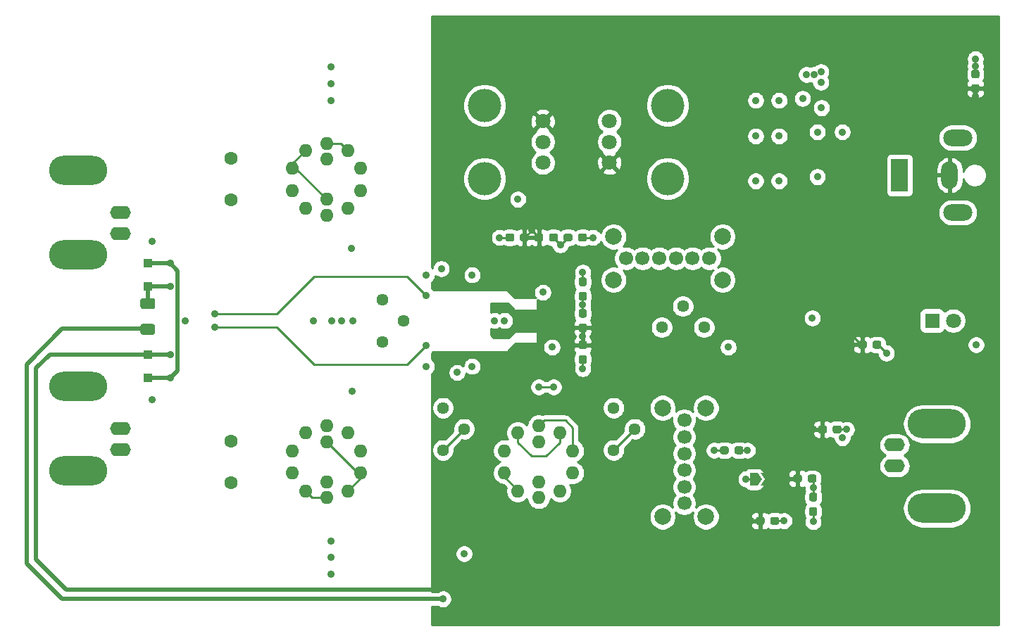
<source format=gbl>
G04 #@! TF.GenerationSoftware,KiCad,Pcbnew,(5.1.9)-1*
G04 #@! TF.CreationDate,2021-04-24T18:19:28-05:00*
G04 #@! TF.ProjectId,high-gain-diff-probe,68696768-2d67-4616-996e-2d646966662d,rev?*
G04 #@! TF.SameCoordinates,Original*
G04 #@! TF.FileFunction,Copper,L4,Bot*
G04 #@! TF.FilePolarity,Positive*
%FSLAX46Y46*%
G04 Gerber Fmt 4.6, Leading zero omitted, Abs format (unit mm)*
G04 Created by KiCad (PCBNEW (5.1.9)-1) date 2021-04-24 18:19:28*
%MOMM*%
%LPD*%
G01*
G04 APERTURE LIST*
G04 #@! TA.AperFunction,ComponentPad*
%ADD10C,0.900000*%
G04 #@! TD*
G04 #@! TA.AperFunction,SMDPad,CuDef*
%ADD11R,1.900000X3.300000*%
G04 #@! TD*
G04 #@! TA.AperFunction,ComponentPad*
%ADD12C,1.800000*%
G04 #@! TD*
G04 #@! TA.AperFunction,ComponentPad*
%ADD13R,1.800000X1.800000*%
G04 #@! TD*
G04 #@! TA.AperFunction,ComponentPad*
%ADD14C,1.600000*%
G04 #@! TD*
G04 #@! TA.AperFunction,SMDPad,CuDef*
%ADD15C,0.100000*%
G04 #@! TD*
G04 #@! TA.AperFunction,WasherPad*
%ADD16C,4.000000*%
G04 #@! TD*
G04 #@! TA.AperFunction,ComponentPad*
%ADD17C,1.700000*%
G04 #@! TD*
G04 #@! TA.AperFunction,ComponentPad*
%ADD18C,2.000000*%
G04 #@! TD*
G04 #@! TA.AperFunction,SMDPad,CuDef*
%ADD19R,1.100000X1.100000*%
G04 #@! TD*
G04 #@! TA.AperFunction,ComponentPad*
%ADD20C,1.440000*%
G04 #@! TD*
G04 #@! TA.AperFunction,ComponentPad*
%ADD21O,1.600000X1.600000*%
G04 #@! TD*
G04 #@! TA.AperFunction,ComponentPad*
%ADD22O,3.500000X2.000000*%
G04 #@! TD*
G04 #@! TA.AperFunction,ComponentPad*
%ADD23O,2.000000X3.300000*%
G04 #@! TD*
G04 #@! TA.AperFunction,ComponentPad*
%ADD24R,2.000000X4.000000*%
G04 #@! TD*
G04 #@! TA.AperFunction,ComponentPad*
%ADD25O,2.500000X1.600000*%
G04 #@! TD*
G04 #@! TA.AperFunction,ComponentPad*
%ADD26O,7.000000X3.500000*%
G04 #@! TD*
G04 #@! TA.AperFunction,ViaPad*
%ADD27C,0.900000*%
G04 #@! TD*
G04 #@! TA.AperFunction,Conductor*
%ADD28C,0.250000*%
G04 #@! TD*
G04 #@! TA.AperFunction,Conductor*
%ADD29C,0.500000*%
G04 #@! TD*
G04 #@! TA.AperFunction,Conductor*
%ADD30C,0.254000*%
G04 #@! TD*
G04 #@! TA.AperFunction,Conductor*
%ADD31C,0.100000*%
G04 #@! TD*
G04 APERTURE END LIST*
D10*
X192200000Y-72100000D03*
X190800000Y-72100000D03*
X192200000Y-70700000D03*
X190800000Y-70700000D03*
X192200000Y-69300000D03*
X190800000Y-69300000D03*
D11*
X191500000Y-70700000D03*
D10*
X181825000Y-119565000D03*
X183225000Y-119565000D03*
X181825000Y-120965000D03*
X183225000Y-120965000D03*
X181825000Y-122365000D03*
X183225000Y-122365000D03*
D11*
X182525000Y-120965000D03*
D12*
X203340000Y-100000000D03*
D13*
X200800000Y-100000000D03*
D14*
X116500000Y-114500000D03*
X116500000Y-119500000D03*
X116500000Y-80500000D03*
X116500000Y-85500000D03*
G04 #@! TA.AperFunction,SMDPad,CuDef*
D15*
G36*
X180375000Y-119100000D02*
G01*
X179875000Y-119850000D01*
X178875000Y-119850000D01*
X178875000Y-118350000D01*
X179875000Y-118350000D01*
X180375000Y-119100000D01*
G37*
G04 #@! TD.AperFunction*
G04 #@! TA.AperFunction,SMDPad,CuDef*
G36*
X181325000Y-119850000D02*
G01*
X180175000Y-119850000D01*
X180675000Y-119100000D01*
X180175000Y-118350000D01*
X181325000Y-118350000D01*
X181325000Y-119850000D01*
G37*
G04 #@! TD.AperFunction*
D16*
X147000000Y-74100000D03*
X147000000Y-82900000D03*
D12*
X154000000Y-76000000D03*
X154000000Y-78500000D03*
X154000000Y-81000000D03*
D17*
X174000000Y-92500000D03*
X172000000Y-92500000D03*
X170000000Y-92500000D03*
X168000000Y-92500000D03*
X166000000Y-92500000D03*
X164000000Y-92500000D03*
D18*
X162500000Y-95100000D03*
X175600000Y-95100000D03*
X175600000Y-89900000D03*
X162500000Y-89900000D03*
D17*
X171000000Y-122000000D03*
X171000000Y-120000000D03*
X171000000Y-118000000D03*
X171000000Y-116000000D03*
X171000000Y-114000000D03*
X171000000Y-112000000D03*
D18*
X168400000Y-110500000D03*
X168400000Y-123600000D03*
X173600000Y-123600000D03*
X173600000Y-110500000D03*
G04 #@! TA.AperFunction,SMDPad,CuDef*
G36*
G01*
X105874999Y-100400000D02*
X107125001Y-100400000D01*
G75*
G02*
X107375000Y-100649999I0J-249999D01*
G01*
X107375000Y-101450001D01*
G75*
G02*
X107125001Y-101700000I-249999J0D01*
G01*
X105874999Y-101700000D01*
G75*
G02*
X105625000Y-101450001I0J249999D01*
G01*
X105625000Y-100649999D01*
G75*
G02*
X105874999Y-100400000I249999J0D01*
G01*
G37*
G04 #@! TD.AperFunction*
G04 #@! TA.AperFunction,SMDPad,CuDef*
G36*
G01*
X105874999Y-97300000D02*
X107125001Y-97300000D01*
G75*
G02*
X107375000Y-97549999I0J-249999D01*
G01*
X107375000Y-98350001D01*
G75*
G02*
X107125001Y-98600000I-249999J0D01*
G01*
X105874999Y-98600000D01*
G75*
G02*
X105625000Y-98350001I0J249999D01*
G01*
X105625000Y-97549999D01*
G75*
G02*
X105874999Y-97300000I249999J0D01*
G01*
G37*
G04 #@! TD.AperFunction*
D19*
X106500000Y-104100000D03*
X106500000Y-106900000D03*
X106500000Y-93100000D03*
X106500000Y-95900000D03*
G04 #@! TA.AperFunction,SMDPad,CuDef*
G36*
G01*
X180650000Y-123862500D02*
X180650000Y-124337500D01*
G75*
G02*
X180412500Y-124575000I-237500J0D01*
G01*
X179837500Y-124575000D01*
G75*
G02*
X179600000Y-124337500I0J237500D01*
G01*
X179600000Y-123862500D01*
G75*
G02*
X179837500Y-123625000I237500J0D01*
G01*
X180412500Y-123625000D01*
G75*
G02*
X180650000Y-123862500I0J-237500D01*
G01*
G37*
G04 #@! TD.AperFunction*
G04 #@! TA.AperFunction,SMDPad,CuDef*
G36*
G01*
X182400000Y-123862500D02*
X182400000Y-124337500D01*
G75*
G02*
X182162500Y-124575000I-237500J0D01*
G01*
X181587500Y-124575000D01*
G75*
G02*
X181350000Y-124337500I0J237500D01*
G01*
X181350000Y-123862500D01*
G75*
G02*
X181587500Y-123625000I237500J0D01*
G01*
X182162500Y-123625000D01*
G75*
G02*
X182400000Y-123862500I0J-237500D01*
G01*
G37*
G04 #@! TD.AperFunction*
G04 #@! TA.AperFunction,SMDPad,CuDef*
G36*
G01*
X186262500Y-122450000D02*
X186737500Y-122450000D01*
G75*
G02*
X186975000Y-122687500I0J-237500D01*
G01*
X186975000Y-123262500D01*
G75*
G02*
X186737500Y-123500000I-237500J0D01*
G01*
X186262500Y-123500000D01*
G75*
G02*
X186025000Y-123262500I0J237500D01*
G01*
X186025000Y-122687500D01*
G75*
G02*
X186262500Y-122450000I237500J0D01*
G01*
G37*
G04 #@! TD.AperFunction*
G04 #@! TA.AperFunction,SMDPad,CuDef*
G36*
G01*
X186262500Y-120700000D02*
X186737500Y-120700000D01*
G75*
G02*
X186975000Y-120937500I0J-237500D01*
G01*
X186975000Y-121512500D01*
G75*
G02*
X186737500Y-121750000I-237500J0D01*
G01*
X186262500Y-121750000D01*
G75*
G02*
X186025000Y-121512500I0J237500D01*
G01*
X186025000Y-120937500D01*
G75*
G02*
X186262500Y-120700000I237500J0D01*
G01*
G37*
G04 #@! TD.AperFunction*
G04 #@! TA.AperFunction,SMDPad,CuDef*
G36*
G01*
X188150000Y-112862500D02*
X188150000Y-113337500D01*
G75*
G02*
X187912500Y-113575000I-237500J0D01*
G01*
X187337500Y-113575000D01*
G75*
G02*
X187100000Y-113337500I0J237500D01*
G01*
X187100000Y-112862500D01*
G75*
G02*
X187337500Y-112625000I237500J0D01*
G01*
X187912500Y-112625000D01*
G75*
G02*
X188150000Y-112862500I0J-237500D01*
G01*
G37*
G04 #@! TD.AperFunction*
G04 #@! TA.AperFunction,SMDPad,CuDef*
G36*
G01*
X189900000Y-112862500D02*
X189900000Y-113337500D01*
G75*
G02*
X189662500Y-113575000I-237500J0D01*
G01*
X189087500Y-113575000D01*
G75*
G02*
X188850000Y-113337500I0J237500D01*
G01*
X188850000Y-112862500D01*
G75*
G02*
X189087500Y-112625000I237500J0D01*
G01*
X189662500Y-112625000D01*
G75*
G02*
X189900000Y-112862500I0J-237500D01*
G01*
G37*
G04 #@! TD.AperFunction*
G04 #@! TA.AperFunction,SMDPad,CuDef*
G36*
G01*
X176350000Y-115362500D02*
X176350000Y-115837500D01*
G75*
G02*
X176112500Y-116075000I-237500J0D01*
G01*
X175537500Y-116075000D01*
G75*
G02*
X175300000Y-115837500I0J237500D01*
G01*
X175300000Y-115362500D01*
G75*
G02*
X175537500Y-115125000I237500J0D01*
G01*
X176112500Y-115125000D01*
G75*
G02*
X176350000Y-115362500I0J-237500D01*
G01*
G37*
G04 #@! TD.AperFunction*
G04 #@! TA.AperFunction,SMDPad,CuDef*
G36*
G01*
X178100000Y-115362500D02*
X178100000Y-115837500D01*
G75*
G02*
X177862500Y-116075000I-237500J0D01*
G01*
X177287500Y-116075000D01*
G75*
G02*
X177050000Y-115837500I0J237500D01*
G01*
X177050000Y-115362500D01*
G75*
G02*
X177287500Y-115125000I237500J0D01*
G01*
X177862500Y-115125000D01*
G75*
G02*
X178100000Y-115362500I0J-237500D01*
G01*
G37*
G04 #@! TD.AperFunction*
G04 #@! TA.AperFunction,SMDPad,CuDef*
G36*
G01*
X151250000Y-90237500D02*
X151250000Y-89762500D01*
G75*
G02*
X151487500Y-89525000I237500J0D01*
G01*
X152062500Y-89525000D01*
G75*
G02*
X152300000Y-89762500I0J-237500D01*
G01*
X152300000Y-90237500D01*
G75*
G02*
X152062500Y-90475000I-237500J0D01*
G01*
X151487500Y-90475000D01*
G75*
G02*
X151250000Y-90237500I0J237500D01*
G01*
G37*
G04 #@! TD.AperFunction*
G04 #@! TA.AperFunction,SMDPad,CuDef*
G36*
G01*
X149500000Y-90237500D02*
X149500000Y-89762500D01*
G75*
G02*
X149737500Y-89525000I237500J0D01*
G01*
X150312500Y-89525000D01*
G75*
G02*
X150550000Y-89762500I0J-237500D01*
G01*
X150550000Y-90237500D01*
G75*
G02*
X150312500Y-90475000I-237500J0D01*
G01*
X149737500Y-90475000D01*
G75*
G02*
X149500000Y-90237500I0J237500D01*
G01*
G37*
G04 #@! TD.AperFunction*
G04 #@! TA.AperFunction,SMDPad,CuDef*
G36*
G01*
X158250000Y-90237500D02*
X158250000Y-89762500D01*
G75*
G02*
X158487500Y-89525000I237500J0D01*
G01*
X159062500Y-89525000D01*
G75*
G02*
X159300000Y-89762500I0J-237500D01*
G01*
X159300000Y-90237500D01*
G75*
G02*
X159062500Y-90475000I-237500J0D01*
G01*
X158487500Y-90475000D01*
G75*
G02*
X158250000Y-90237500I0J237500D01*
G01*
G37*
G04 #@! TD.AperFunction*
G04 #@! TA.AperFunction,SMDPad,CuDef*
G36*
G01*
X156500000Y-90237500D02*
X156500000Y-89762500D01*
G75*
G02*
X156737500Y-89525000I237500J0D01*
G01*
X157312500Y-89525000D01*
G75*
G02*
X157550000Y-89762500I0J-237500D01*
G01*
X157550000Y-90237500D01*
G75*
G02*
X157312500Y-90475000I-237500J0D01*
G01*
X156737500Y-90475000D01*
G75*
G02*
X156500000Y-90237500I0J237500D01*
G01*
G37*
G04 #@! TD.AperFunction*
D20*
X162500000Y-115580000D03*
X165040000Y-113040000D03*
X162500000Y-110500000D03*
D21*
X153500000Y-119415000D03*
X153500000Y-114585000D03*
X149391436Y-118334953D03*
X150960768Y-120494953D03*
X153500000Y-121320000D03*
X156039232Y-120494953D03*
X157608564Y-118334953D03*
X157608564Y-115665047D03*
X156039232Y-113505047D03*
X153500000Y-112680000D03*
X150960768Y-113505047D03*
X149391436Y-115665047D03*
G04 #@! TA.AperFunction,SMDPad,CuDef*
G36*
G01*
X205762500Y-71550000D02*
X206237500Y-71550000D01*
G75*
G02*
X206475000Y-71787500I0J-237500D01*
G01*
X206475000Y-72362500D01*
G75*
G02*
X206237500Y-72600000I-237500J0D01*
G01*
X205762500Y-72600000D01*
G75*
G02*
X205525000Y-72362500I0J237500D01*
G01*
X205525000Y-71787500D01*
G75*
G02*
X205762500Y-71550000I237500J0D01*
G01*
G37*
G04 #@! TD.AperFunction*
G04 #@! TA.AperFunction,SMDPad,CuDef*
G36*
G01*
X205762500Y-69800000D02*
X206237500Y-69800000D01*
G75*
G02*
X206475000Y-70037500I0J-237500D01*
G01*
X206475000Y-70612500D01*
G75*
G02*
X206237500Y-70850000I-237500J0D01*
G01*
X205762500Y-70850000D01*
G75*
G02*
X205525000Y-70612500I0J237500D01*
G01*
X205525000Y-70037500D01*
G75*
G02*
X205762500Y-69800000I237500J0D01*
G01*
G37*
G04 #@! TD.AperFunction*
D20*
X142000000Y-115580000D03*
X144540000Y-113040000D03*
X142000000Y-110500000D03*
D21*
X128000000Y-119415000D03*
X128000000Y-114585000D03*
X123891436Y-118334953D03*
X125460768Y-120494953D03*
X128000000Y-121320000D03*
X130539232Y-120494953D03*
X132108564Y-118334953D03*
X132108564Y-115665047D03*
X130539232Y-113505047D03*
X128000000Y-112680000D03*
X125460768Y-113505047D03*
X123891436Y-115665047D03*
D20*
X173380000Y-100800000D03*
X170840000Y-98260000D03*
X168300000Y-100800000D03*
G04 #@! TA.AperFunction,SMDPad,CuDef*
G36*
G01*
X159037500Y-103450000D02*
X158562500Y-103450000D01*
G75*
G02*
X158325000Y-103212500I0J237500D01*
G01*
X158325000Y-102637500D01*
G75*
G02*
X158562500Y-102400000I237500J0D01*
G01*
X159037500Y-102400000D01*
G75*
G02*
X159275000Y-102637500I0J-237500D01*
G01*
X159275000Y-103212500D01*
G75*
G02*
X159037500Y-103450000I-237500J0D01*
G01*
G37*
G04 #@! TD.AperFunction*
G04 #@! TA.AperFunction,SMDPad,CuDef*
G36*
G01*
X159037500Y-105200000D02*
X158562500Y-105200000D01*
G75*
G02*
X158325000Y-104962500I0J237500D01*
G01*
X158325000Y-104387500D01*
G75*
G02*
X158562500Y-104150000I237500J0D01*
G01*
X159037500Y-104150000D01*
G75*
G02*
X159275000Y-104387500I0J-237500D01*
G01*
X159275000Y-104962500D01*
G75*
G02*
X159037500Y-105200000I-237500J0D01*
G01*
G37*
G04 #@! TD.AperFunction*
G04 #@! TA.AperFunction,SMDPad,CuDef*
G36*
G01*
X159037500Y-95850000D02*
X158562500Y-95850000D01*
G75*
G02*
X158325000Y-95612500I0J237500D01*
G01*
X158325000Y-95037500D01*
G75*
G02*
X158562500Y-94800000I237500J0D01*
G01*
X159037500Y-94800000D01*
G75*
G02*
X159275000Y-95037500I0J-237500D01*
G01*
X159275000Y-95612500D01*
G75*
G02*
X159037500Y-95850000I-237500J0D01*
G01*
G37*
G04 #@! TD.AperFunction*
G04 #@! TA.AperFunction,SMDPad,CuDef*
G36*
G01*
X159037500Y-97600000D02*
X158562500Y-97600000D01*
G75*
G02*
X158325000Y-97362500I0J237500D01*
G01*
X158325000Y-96787500D01*
G75*
G02*
X158562500Y-96550000I237500J0D01*
G01*
X159037500Y-96550000D01*
G75*
G02*
X159275000Y-96787500I0J-237500D01*
G01*
X159275000Y-97362500D01*
G75*
G02*
X159037500Y-97600000I-237500J0D01*
G01*
G37*
G04 #@! TD.AperFunction*
D21*
X128000000Y-85415000D03*
X128000000Y-80585000D03*
X123891436Y-84334953D03*
X125460768Y-86494953D03*
X128000000Y-87320000D03*
X130539232Y-86494953D03*
X132108564Y-84334953D03*
X132108564Y-81665047D03*
X130539232Y-79505047D03*
X128000000Y-78680000D03*
X125460768Y-79505047D03*
X123891436Y-81665047D03*
D16*
X169000000Y-82900000D03*
X169000000Y-74100000D03*
D12*
X162000000Y-81000000D03*
X162000000Y-78500000D03*
X162000000Y-76000000D03*
D22*
X203900000Y-78000000D03*
X203900000Y-87000000D03*
D23*
X202900000Y-82500000D03*
D24*
X196900000Y-82500000D03*
D20*
X134710000Y-102540000D03*
X137250000Y-100000000D03*
X134710000Y-97460000D03*
D25*
X196300000Y-114960000D03*
X196300000Y-117500000D03*
D26*
X201380000Y-122580000D03*
X201380000Y-112420000D03*
D25*
X103200000Y-115540000D03*
X103200000Y-113000000D03*
D26*
X98120000Y-107920000D03*
X98120000Y-118080000D03*
D25*
X103200000Y-89540000D03*
X103200000Y-87000000D03*
D26*
X98120000Y-81920000D03*
X98120000Y-92080000D03*
G04 #@! TA.AperFunction,SMDPad,CuDef*
G36*
G01*
X194700000Y-102662500D02*
X194700000Y-103137500D01*
G75*
G02*
X194462500Y-103375000I-237500J0D01*
G01*
X193887500Y-103375000D01*
G75*
G02*
X193650000Y-103137500I0J237500D01*
G01*
X193650000Y-102662500D01*
G75*
G02*
X193887500Y-102425000I237500J0D01*
G01*
X194462500Y-102425000D01*
G75*
G02*
X194700000Y-102662500I0J-237500D01*
G01*
G37*
G04 #@! TD.AperFunction*
G04 #@! TA.AperFunction,SMDPad,CuDef*
G36*
G01*
X192950000Y-102662500D02*
X192950000Y-103137500D01*
G75*
G02*
X192712500Y-103375000I-237500J0D01*
G01*
X192137500Y-103375000D01*
G75*
G02*
X191900000Y-103137500I0J237500D01*
G01*
X191900000Y-102662500D01*
G75*
G02*
X192137500Y-102425000I237500J0D01*
G01*
X192712500Y-102425000D01*
G75*
G02*
X192950000Y-102662500I0J-237500D01*
G01*
G37*
G04 #@! TD.AperFunction*
G04 #@! TA.AperFunction,SMDPad,CuDef*
G36*
G01*
X185150000Y-118762500D02*
X185150000Y-119237500D01*
G75*
G02*
X184912500Y-119475000I-237500J0D01*
G01*
X184337500Y-119475000D01*
G75*
G02*
X184100000Y-119237500I0J237500D01*
G01*
X184100000Y-118762500D01*
G75*
G02*
X184337500Y-118525000I237500J0D01*
G01*
X184912500Y-118525000D01*
G75*
G02*
X185150000Y-118762500I0J-237500D01*
G01*
G37*
G04 #@! TD.AperFunction*
G04 #@! TA.AperFunction,SMDPad,CuDef*
G36*
G01*
X186900000Y-118762500D02*
X186900000Y-119237500D01*
G75*
G02*
X186662500Y-119475000I-237500J0D01*
G01*
X186087500Y-119475000D01*
G75*
G02*
X185850000Y-119237500I0J237500D01*
G01*
X185850000Y-118762500D01*
G75*
G02*
X186087500Y-118525000I237500J0D01*
G01*
X186662500Y-118525000D01*
G75*
G02*
X186900000Y-118762500I0J-237500D01*
G01*
G37*
G04 #@! TD.AperFunction*
G04 #@! TA.AperFunction,SMDPad,CuDef*
G36*
G01*
X154050000Y-89762500D02*
X154050000Y-90237500D01*
G75*
G02*
X153812500Y-90475000I-237500J0D01*
G01*
X153237500Y-90475000D01*
G75*
G02*
X153000000Y-90237500I0J237500D01*
G01*
X153000000Y-89762500D01*
G75*
G02*
X153237500Y-89525000I237500J0D01*
G01*
X153812500Y-89525000D01*
G75*
G02*
X154050000Y-89762500I0J-237500D01*
G01*
G37*
G04 #@! TD.AperFunction*
G04 #@! TA.AperFunction,SMDPad,CuDef*
G36*
G01*
X155800000Y-89762500D02*
X155800000Y-90237500D01*
G75*
G02*
X155562500Y-90475000I-237500J0D01*
G01*
X154987500Y-90475000D01*
G75*
G02*
X154750000Y-90237500I0J237500D01*
G01*
X154750000Y-89762500D01*
G75*
G02*
X154987500Y-89525000I237500J0D01*
G01*
X155562500Y-89525000D01*
G75*
G02*
X155800000Y-89762500I0J-237500D01*
G01*
G37*
G04 #@! TD.AperFunction*
G04 #@! TA.AperFunction,SMDPad,CuDef*
G36*
G01*
X158562500Y-100350000D02*
X159037500Y-100350000D01*
G75*
G02*
X159275000Y-100587500I0J-237500D01*
G01*
X159275000Y-101162500D01*
G75*
G02*
X159037500Y-101400000I-237500J0D01*
G01*
X158562500Y-101400000D01*
G75*
G02*
X158325000Y-101162500I0J237500D01*
G01*
X158325000Y-100587500D01*
G75*
G02*
X158562500Y-100350000I237500J0D01*
G01*
G37*
G04 #@! TD.AperFunction*
G04 #@! TA.AperFunction,SMDPad,CuDef*
G36*
G01*
X158562500Y-98600000D02*
X159037500Y-98600000D01*
G75*
G02*
X159275000Y-98837500I0J-237500D01*
G01*
X159275000Y-99412500D01*
G75*
G02*
X159037500Y-99650000I-237500J0D01*
G01*
X158562500Y-99650000D01*
G75*
G02*
X158325000Y-99412500I0J237500D01*
G01*
X158325000Y-98837500D01*
G75*
G02*
X158562500Y-98600000I237500J0D01*
G01*
G37*
G04 #@! TD.AperFunction*
D27*
X140000000Y-105500000D03*
X145500000Y-105500000D03*
X128500000Y-71500000D03*
X128500000Y-73500000D03*
X128500000Y-69500000D03*
X158800000Y-105800000D03*
X158800000Y-94200000D03*
X126400000Y-100000000D03*
X128600000Y-100000000D03*
X129800000Y-100000000D03*
X131200000Y-100000000D03*
X131100000Y-108500000D03*
X131000000Y-91300000D03*
X111000000Y-100000000D03*
X107000000Y-109500000D03*
X107000000Y-90500000D03*
X145500000Y-94500000D03*
X140000000Y-94500000D03*
X183000000Y-124100000D03*
X160000000Y-90000000D03*
X148800000Y-90000000D03*
X151000000Y-85400000D03*
X186500000Y-124200000D03*
X174600000Y-115600000D03*
X190500000Y-113100000D03*
X190000000Y-114100000D03*
X187435011Y-70064989D03*
X186600000Y-70400000D03*
X185700000Y-70400000D03*
X179600000Y-73500000D03*
X179600000Y-77800000D03*
X182400000Y-73500000D03*
X182400000Y-77800000D03*
X187000000Y-77300000D03*
X190000000Y-77300000D03*
X128500000Y-126500000D03*
X128500000Y-130500000D03*
X128500000Y-128500000D03*
X154000000Y-96600000D03*
X155100000Y-103200000D03*
X148200000Y-100000000D03*
X149399996Y-100000000D03*
X126400000Y-100000000D03*
X114600000Y-99200000D03*
X140000014Y-97000000D03*
X114600000Y-100800000D03*
X140000000Y-103000000D03*
X143700000Y-106250000D03*
X141800000Y-93750016D03*
X158800000Y-98095000D03*
X186500000Y-120100000D03*
X195300000Y-103900000D03*
X156100000Y-90900000D03*
X178600000Y-115600000D03*
X206000000Y-68500000D03*
X206000000Y-69400000D03*
X187435031Y-71335031D03*
X187500000Y-74400000D03*
X182400000Y-83200000D03*
X179600000Y-83200000D03*
X185224978Y-73275000D03*
X187000000Y-82700000D03*
X186400000Y-99700000D03*
X144550010Y-128050010D03*
X176300000Y-103200000D03*
X206100000Y-102900000D03*
X141800000Y-106250000D03*
X143700000Y-93749970D03*
X109200000Y-104100000D03*
X158800000Y-101905000D03*
X179000000Y-124100000D03*
X186400000Y-104700000D03*
X191300000Y-101900000D03*
X152700000Y-89100000D03*
X186559997Y-113059997D03*
X206000000Y-73900000D03*
X206000000Y-73000000D03*
X195800000Y-68300000D03*
X191300000Y-74400000D03*
X179600000Y-68100000D03*
X182400000Y-68100000D03*
X185224986Y-67524986D03*
X190000000Y-82700000D03*
X171200000Y-103200000D03*
X197200000Y-102900000D03*
X178439989Y-119060011D03*
X153500000Y-108000000D03*
X155300000Y-108000000D03*
X109200000Y-95900000D03*
X142000000Y-133500000D03*
X109200000Y-106900000D03*
X109200000Y-93100000D03*
D28*
X158800000Y-104675000D02*
X158800000Y-105800000D01*
X158800000Y-95325000D02*
X158800000Y-94200000D01*
X181875000Y-124100000D02*
X183000000Y-124100000D01*
X158775000Y-90000000D02*
X160000000Y-90000000D01*
X150025000Y-90000000D02*
X148800000Y-90000000D01*
X186500000Y-122975000D02*
X186500000Y-124200000D01*
X175825000Y-115600000D02*
X174600000Y-115600000D01*
X189375000Y-113100000D02*
X190500000Y-113100000D01*
X137700014Y-94700000D02*
X140000014Y-97000000D01*
X126500000Y-94700000D02*
X137700014Y-94700000D01*
X122000000Y-99200000D02*
X126500000Y-94700000D01*
X114600000Y-99200000D02*
X122000000Y-99200000D01*
X122000000Y-100800000D02*
X114600000Y-100800000D01*
X126500000Y-105300000D02*
X122000000Y-100800000D01*
X137700000Y-105300000D02*
X126500000Y-105300000D01*
X140000000Y-103000000D02*
X137700000Y-105300000D01*
X158800000Y-97075000D02*
X158800000Y-98095000D01*
X158800000Y-98095000D02*
X158800000Y-99125000D01*
X194300000Y-102900000D02*
X195300000Y-103900000D01*
X194175000Y-102900000D02*
X194300000Y-102900000D01*
X155275000Y-90075000D02*
X155275000Y-90000000D01*
X156100000Y-90900000D02*
X155275000Y-90075000D01*
X157000000Y-90000000D02*
X156100000Y-90900000D01*
X157025000Y-90000000D02*
X157000000Y-90000000D01*
X186500000Y-121225000D02*
X186500000Y-120100000D01*
X186500000Y-119125000D02*
X186375000Y-119000000D01*
X186500000Y-120100000D02*
X186500000Y-119125000D01*
X178600000Y-115600000D02*
X177475000Y-115600000D01*
X206000000Y-70325000D02*
X206000000Y-69400000D01*
X206000000Y-69400000D02*
X206000000Y-68500000D01*
X106700000Y-104100000D02*
X106500000Y-103900000D01*
D29*
X109200000Y-104100000D02*
X106700000Y-104100000D01*
D28*
X158800000Y-100875000D02*
X158800000Y-101905000D01*
X158800000Y-101905000D02*
X158800000Y-102925000D01*
X180125000Y-124100000D02*
X179000000Y-124100000D01*
X192300000Y-102900000D02*
X191300000Y-101900000D01*
X192425000Y-102900000D02*
X192300000Y-102900000D01*
X153525000Y-89925000D02*
X153525000Y-90000000D01*
X152700000Y-89100000D02*
X153525000Y-89925000D01*
X151800000Y-90000000D02*
X152700000Y-89100000D01*
X151775000Y-90000000D02*
X151800000Y-90000000D01*
X183790000Y-119000000D02*
X183225000Y-119565000D01*
X184625000Y-119000000D02*
X183790000Y-119000000D01*
X181225000Y-119500000D02*
X180825000Y-119100000D01*
X181800000Y-119500000D02*
X181225000Y-119500000D01*
X182525000Y-120225000D02*
X181800000Y-119500000D01*
X182525000Y-120965000D02*
X182525000Y-120225000D01*
X186600000Y-113100000D02*
X186559997Y-113059997D01*
X187625000Y-113100000D02*
X186600000Y-113100000D01*
X206000000Y-73900000D02*
X206000000Y-73000000D01*
X206000000Y-73000000D02*
X206000000Y-72075000D01*
D29*
X93075010Y-128761824D02*
X96663165Y-132349979D01*
X94713186Y-104100000D02*
X93075010Y-105738176D01*
X96663165Y-132349979D02*
X141849979Y-132349979D01*
X93075010Y-105738176D02*
X93075010Y-128761824D01*
X106500000Y-104100000D02*
X94713186Y-104100000D01*
D28*
X179335011Y-119060011D02*
X179375000Y-119100000D01*
X178439989Y-119060011D02*
X179335011Y-119060011D01*
X153500000Y-108000000D02*
X155300000Y-108000000D01*
X129714185Y-78680000D02*
X130539232Y-79505047D01*
X128000000Y-78680000D02*
X129714185Y-78680000D01*
X126285815Y-121320000D02*
X125460768Y-120494953D01*
X128000000Y-121320000D02*
X126285815Y-121320000D01*
D29*
X109200000Y-95900000D02*
X106500000Y-95900000D01*
X106500000Y-97950000D02*
X106500000Y-95900000D01*
D28*
X149391436Y-118791436D02*
X150960768Y-120360768D01*
X144540000Y-113040000D02*
X142000000Y-115580000D01*
X152624351Y-116300000D02*
X150960768Y-114636417D01*
X150960768Y-114636417D02*
X150960768Y-113505047D01*
X154375649Y-116300000D02*
X152624351Y-116300000D01*
X156039232Y-114636417D02*
X154375649Y-116300000D01*
X156039232Y-113505047D02*
X156039232Y-114636417D01*
X162500000Y-115580000D02*
X165040000Y-113040000D01*
X162500000Y-115580000D02*
X162420000Y-115500000D01*
X162500000Y-115580000D02*
X162414953Y-115665047D01*
X154180000Y-112000000D02*
X153500000Y-112680000D01*
X156700000Y-112000000D02*
X154180000Y-112000000D01*
X157608564Y-112908564D02*
X156700000Y-112000000D01*
X157608564Y-115665047D02*
X157608564Y-112908564D01*
D29*
X106450000Y-101000000D02*
X106500000Y-101050000D01*
X96186812Y-133500000D02*
X142000000Y-133500000D01*
X91924989Y-129238177D02*
X96186812Y-133500000D01*
X91924989Y-105261823D02*
X91924989Y-129238177D01*
X96186812Y-101000000D02*
X91924989Y-105261823D01*
X106500000Y-101000000D02*
X96186812Y-101000000D01*
D28*
X131749953Y-118334953D02*
X132108564Y-118334953D01*
X128000000Y-114585000D02*
X131749953Y-118334953D01*
X132108564Y-118925621D02*
X132108564Y-118334953D01*
X130539232Y-120494953D02*
X132108564Y-118925621D01*
X123891436Y-81074379D02*
X123891436Y-81665047D01*
X125460768Y-79505047D02*
X123891436Y-81074379D01*
X124250047Y-81665047D02*
X123891436Y-81665047D01*
X128000000Y-85415000D02*
X124250047Y-81665047D01*
X106600000Y-106900000D02*
X106500000Y-107000000D01*
D29*
X109200000Y-106900000D02*
X106600000Y-106900000D01*
X109200000Y-93100000D02*
X106500000Y-93100000D01*
X110100000Y-94000000D02*
X109200000Y-93100000D01*
X110100000Y-106000000D02*
X110100000Y-94000000D01*
X109200000Y-106900000D02*
X110100000Y-106000000D01*
D30*
X208840001Y-136590000D02*
X140627000Y-136590000D01*
X140627000Y-134385000D01*
X141371547Y-134385000D01*
X141486060Y-134461515D01*
X141683517Y-134543304D01*
X141893137Y-134585000D01*
X142106863Y-134585000D01*
X142316483Y-134543304D01*
X142513940Y-134461515D01*
X142691647Y-134342775D01*
X142842775Y-134191647D01*
X142961515Y-134013940D01*
X143043304Y-133816483D01*
X143085000Y-133606863D01*
X143085000Y-133393137D01*
X143043304Y-133183517D01*
X142961515Y-132986060D01*
X142842775Y-132808353D01*
X142691647Y-132657225D01*
X142513940Y-132538485D01*
X142316483Y-132456696D01*
X142106863Y-132415000D01*
X141893137Y-132415000D01*
X141683517Y-132456696D01*
X141486060Y-132538485D01*
X141371547Y-132615000D01*
X140627000Y-132615000D01*
X140627000Y-127943147D01*
X143465010Y-127943147D01*
X143465010Y-128156873D01*
X143506706Y-128366493D01*
X143588495Y-128563950D01*
X143707235Y-128741657D01*
X143858363Y-128892785D01*
X144036070Y-129011525D01*
X144233527Y-129093314D01*
X144443147Y-129135010D01*
X144656873Y-129135010D01*
X144866493Y-129093314D01*
X145063950Y-129011525D01*
X145241657Y-128892785D01*
X145392785Y-128741657D01*
X145511525Y-128563950D01*
X145593314Y-128366493D01*
X145635010Y-128156873D01*
X145635010Y-127943147D01*
X145593314Y-127733527D01*
X145511525Y-127536070D01*
X145392785Y-127358363D01*
X145241657Y-127207235D01*
X145063950Y-127088495D01*
X144866493Y-127006706D01*
X144656873Y-126965010D01*
X144443147Y-126965010D01*
X144233527Y-127006706D01*
X144036070Y-127088495D01*
X143858363Y-127207235D01*
X143707235Y-127358363D01*
X143588495Y-127536070D01*
X143506706Y-127733527D01*
X143465010Y-127943147D01*
X140627000Y-127943147D01*
X140627000Y-115446544D01*
X140645000Y-115446544D01*
X140645000Y-115713456D01*
X140697072Y-115975239D01*
X140799215Y-116221833D01*
X140947503Y-116443762D01*
X141136238Y-116632497D01*
X141358167Y-116780785D01*
X141604761Y-116882928D01*
X141866544Y-116935000D01*
X142133456Y-116935000D01*
X142395239Y-116882928D01*
X142641833Y-116780785D01*
X142863762Y-116632497D01*
X143052497Y-116443762D01*
X143200785Y-116221833D01*
X143302928Y-115975239D01*
X143355000Y-115713456D01*
X143355000Y-115523712D01*
X147956436Y-115523712D01*
X147956436Y-115806382D01*
X148011583Y-116083621D01*
X148119756Y-116344774D01*
X148276799Y-116579806D01*
X148476677Y-116779684D01*
X148711709Y-116936727D01*
X148864464Y-117000000D01*
X148711709Y-117063273D01*
X148476677Y-117220316D01*
X148276799Y-117420194D01*
X148119756Y-117655226D01*
X148011583Y-117916379D01*
X147956436Y-118193618D01*
X147956436Y-118476288D01*
X148011583Y-118753527D01*
X148119756Y-119014680D01*
X148276799Y-119249712D01*
X148476677Y-119449590D01*
X148711709Y-119606633D01*
X148972862Y-119714806D01*
X149250101Y-119769953D01*
X149295152Y-119769953D01*
X149586967Y-120061768D01*
X149580915Y-120076379D01*
X149525768Y-120353618D01*
X149525768Y-120636288D01*
X149580915Y-120913527D01*
X149689088Y-121174680D01*
X149846131Y-121409712D01*
X150046009Y-121609590D01*
X150281041Y-121766633D01*
X150542194Y-121874806D01*
X150819433Y-121929953D01*
X151102103Y-121929953D01*
X151379342Y-121874806D01*
X151640495Y-121766633D01*
X151875527Y-121609590D01*
X152065000Y-121420117D01*
X152065000Y-121461335D01*
X152120147Y-121738574D01*
X152228320Y-121999727D01*
X152385363Y-122234759D01*
X152585241Y-122434637D01*
X152820273Y-122591680D01*
X153081426Y-122699853D01*
X153358665Y-122755000D01*
X153641335Y-122755000D01*
X153918574Y-122699853D01*
X154179727Y-122591680D01*
X154414759Y-122434637D01*
X154614637Y-122234759D01*
X154771680Y-121999727D01*
X154879853Y-121738574D01*
X154935000Y-121461335D01*
X154935000Y-121420117D01*
X155124473Y-121609590D01*
X155359505Y-121766633D01*
X155620658Y-121874806D01*
X155897897Y-121929953D01*
X156180567Y-121929953D01*
X156457806Y-121874806D01*
X156718959Y-121766633D01*
X156953991Y-121609590D01*
X157153869Y-121409712D01*
X157310912Y-121174680D01*
X157419085Y-120913527D01*
X157474232Y-120636288D01*
X157474232Y-120353618D01*
X157419085Y-120076379D01*
X157310912Y-119815226D01*
X157252064Y-119727153D01*
X157467229Y-119769953D01*
X157749899Y-119769953D01*
X158027138Y-119714806D01*
X158288291Y-119606633D01*
X158523323Y-119449590D01*
X158723201Y-119249712D01*
X158880244Y-119014680D01*
X158988417Y-118753527D01*
X159043564Y-118476288D01*
X159043564Y-118193618D01*
X158988417Y-117916379D01*
X158880244Y-117655226D01*
X158723201Y-117420194D01*
X158523323Y-117220316D01*
X158288291Y-117063273D01*
X158135536Y-117000000D01*
X158288291Y-116936727D01*
X158523323Y-116779684D01*
X158723201Y-116579806D01*
X158880244Y-116344774D01*
X158988417Y-116083621D01*
X159043564Y-115806382D01*
X159043564Y-115523712D01*
X159028215Y-115446544D01*
X161145000Y-115446544D01*
X161145000Y-115713456D01*
X161197072Y-115975239D01*
X161299215Y-116221833D01*
X161447503Y-116443762D01*
X161636238Y-116632497D01*
X161858167Y-116780785D01*
X162104761Y-116882928D01*
X162366544Y-116935000D01*
X162633456Y-116935000D01*
X162895239Y-116882928D01*
X163141833Y-116780785D01*
X163363762Y-116632497D01*
X163552497Y-116443762D01*
X163700785Y-116221833D01*
X163802928Y-115975239D01*
X163855000Y-115713456D01*
X163855000Y-115446544D01*
X163830654Y-115324148D01*
X164784148Y-114370654D01*
X164906544Y-114395000D01*
X165173456Y-114395000D01*
X165435239Y-114342928D01*
X165681833Y-114240785D01*
X165903762Y-114092497D01*
X166092497Y-113903762D01*
X166240785Y-113681833D01*
X166342928Y-113435239D01*
X166395000Y-113173456D01*
X166395000Y-112906544D01*
X166342928Y-112644761D01*
X166240785Y-112398167D01*
X166092497Y-112176238D01*
X165903762Y-111987503D01*
X165681833Y-111839215D01*
X165435239Y-111737072D01*
X165173456Y-111685000D01*
X164906544Y-111685000D01*
X164644761Y-111737072D01*
X164398167Y-111839215D01*
X164176238Y-111987503D01*
X163987503Y-112176238D01*
X163839215Y-112398167D01*
X163737072Y-112644761D01*
X163685000Y-112906544D01*
X163685000Y-113173456D01*
X163709346Y-113295852D01*
X162755852Y-114249346D01*
X162633456Y-114225000D01*
X162366544Y-114225000D01*
X162104761Y-114277072D01*
X161858167Y-114379215D01*
X161636238Y-114527503D01*
X161447503Y-114716238D01*
X161299215Y-114938167D01*
X161197072Y-115184761D01*
X161145000Y-115446544D01*
X159028215Y-115446544D01*
X158988417Y-115246473D01*
X158880244Y-114985320D01*
X158723201Y-114750288D01*
X158523323Y-114550410D01*
X158368564Y-114447004D01*
X158368564Y-112945897D01*
X158372241Y-112908564D01*
X158357567Y-112759578D01*
X158314110Y-112616317D01*
X158243538Y-112484288D01*
X158172363Y-112397561D01*
X158148565Y-112368563D01*
X158119567Y-112344765D01*
X157263803Y-111489002D01*
X157240001Y-111459999D01*
X157124276Y-111365026D01*
X156992247Y-111294454D01*
X156848986Y-111250997D01*
X156737333Y-111240000D01*
X156737322Y-111240000D01*
X156700000Y-111236324D01*
X156662678Y-111240000D01*
X154217322Y-111240000D01*
X154179999Y-111236324D01*
X154142676Y-111240000D01*
X154142667Y-111240000D01*
X154031014Y-111250997D01*
X153888625Y-111294190D01*
X153641335Y-111245000D01*
X153358665Y-111245000D01*
X153081426Y-111300147D01*
X152820273Y-111408320D01*
X152585241Y-111565363D01*
X152385363Y-111765241D01*
X152228320Y-112000273D01*
X152120147Y-112261426D01*
X152065000Y-112538665D01*
X152065000Y-112579883D01*
X151875527Y-112390410D01*
X151640495Y-112233367D01*
X151379342Y-112125194D01*
X151102103Y-112070047D01*
X150819433Y-112070047D01*
X150542194Y-112125194D01*
X150281041Y-112233367D01*
X150046009Y-112390410D01*
X149846131Y-112590288D01*
X149689088Y-112825320D01*
X149580915Y-113086473D01*
X149525768Y-113363712D01*
X149525768Y-113646382D01*
X149580915Y-113923621D01*
X149689088Y-114184774D01*
X149747936Y-114272847D01*
X149532771Y-114230047D01*
X149250101Y-114230047D01*
X148972862Y-114285194D01*
X148711709Y-114393367D01*
X148476677Y-114550410D01*
X148276799Y-114750288D01*
X148119756Y-114985320D01*
X148011583Y-115246473D01*
X147956436Y-115523712D01*
X143355000Y-115523712D01*
X143355000Y-115446544D01*
X143330654Y-115324148D01*
X144284148Y-114370654D01*
X144406544Y-114395000D01*
X144673456Y-114395000D01*
X144935239Y-114342928D01*
X145181833Y-114240785D01*
X145403762Y-114092497D01*
X145592497Y-113903762D01*
X145740785Y-113681833D01*
X145842928Y-113435239D01*
X145895000Y-113173456D01*
X145895000Y-112906544D01*
X145842928Y-112644761D01*
X145740785Y-112398167D01*
X145592497Y-112176238D01*
X145403762Y-111987503D01*
X145181833Y-111839215D01*
X144935239Y-111737072D01*
X144673456Y-111685000D01*
X144406544Y-111685000D01*
X144144761Y-111737072D01*
X143898167Y-111839215D01*
X143676238Y-111987503D01*
X143487503Y-112176238D01*
X143339215Y-112398167D01*
X143237072Y-112644761D01*
X143185000Y-112906544D01*
X143185000Y-113173456D01*
X143209346Y-113295852D01*
X142255852Y-114249346D01*
X142133456Y-114225000D01*
X141866544Y-114225000D01*
X141604761Y-114277072D01*
X141358167Y-114379215D01*
X141136238Y-114527503D01*
X140947503Y-114716238D01*
X140799215Y-114938167D01*
X140697072Y-115184761D01*
X140645000Y-115446544D01*
X140627000Y-115446544D01*
X140627000Y-110366544D01*
X140645000Y-110366544D01*
X140645000Y-110633456D01*
X140697072Y-110895239D01*
X140799215Y-111141833D01*
X140947503Y-111363762D01*
X141136238Y-111552497D01*
X141358167Y-111700785D01*
X141604761Y-111802928D01*
X141866544Y-111855000D01*
X142133456Y-111855000D01*
X142395239Y-111802928D01*
X142641833Y-111700785D01*
X142863762Y-111552497D01*
X143052497Y-111363762D01*
X143200785Y-111141833D01*
X143302928Y-110895239D01*
X143355000Y-110633456D01*
X143355000Y-110366544D01*
X161145000Y-110366544D01*
X161145000Y-110633456D01*
X161197072Y-110895239D01*
X161299215Y-111141833D01*
X161447503Y-111363762D01*
X161636238Y-111552497D01*
X161858167Y-111700785D01*
X162104761Y-111802928D01*
X162366544Y-111855000D01*
X162633456Y-111855000D01*
X162895239Y-111802928D01*
X163141833Y-111700785D01*
X163363762Y-111552497D01*
X163552497Y-111363762D01*
X163700785Y-111141833D01*
X163802928Y-110895239D01*
X163855000Y-110633456D01*
X163855000Y-110366544D01*
X163849515Y-110338967D01*
X166765000Y-110338967D01*
X166765000Y-110661033D01*
X166827832Y-110976912D01*
X166951082Y-111274463D01*
X167130013Y-111542252D01*
X167357748Y-111769987D01*
X167625537Y-111948918D01*
X167923088Y-112072168D01*
X168238967Y-112135000D01*
X168561033Y-112135000D01*
X168876912Y-112072168D01*
X169174463Y-111948918D01*
X169442252Y-111769987D01*
X169553860Y-111658379D01*
X169515000Y-111853740D01*
X169515000Y-112146260D01*
X169572068Y-112433158D01*
X169684010Y-112703411D01*
X169846525Y-112946632D01*
X169899893Y-113000000D01*
X169846525Y-113053368D01*
X169684010Y-113296589D01*
X169572068Y-113566842D01*
X169515000Y-113853740D01*
X169515000Y-114146260D01*
X169572068Y-114433158D01*
X169684010Y-114703411D01*
X169846525Y-114946632D01*
X169899893Y-115000000D01*
X169846525Y-115053368D01*
X169684010Y-115296589D01*
X169572068Y-115566842D01*
X169515000Y-115853740D01*
X169515000Y-116146260D01*
X169572068Y-116433158D01*
X169684010Y-116703411D01*
X169846525Y-116946632D01*
X169899893Y-117000000D01*
X169846525Y-117053368D01*
X169684010Y-117296589D01*
X169572068Y-117566842D01*
X169515000Y-117853740D01*
X169515000Y-118146260D01*
X169572068Y-118433158D01*
X169684010Y-118703411D01*
X169846525Y-118946632D01*
X169899893Y-119000000D01*
X169846525Y-119053368D01*
X169684010Y-119296589D01*
X169572068Y-119566842D01*
X169515000Y-119853740D01*
X169515000Y-120146260D01*
X169572068Y-120433158D01*
X169684010Y-120703411D01*
X169846525Y-120946632D01*
X169899893Y-121000000D01*
X169846525Y-121053368D01*
X169684010Y-121296589D01*
X169572068Y-121566842D01*
X169515000Y-121853740D01*
X169515000Y-122146260D01*
X169572068Y-122433158D01*
X169590927Y-122478688D01*
X169442252Y-122330013D01*
X169174463Y-122151082D01*
X168876912Y-122027832D01*
X168561033Y-121965000D01*
X168238967Y-121965000D01*
X167923088Y-122027832D01*
X167625537Y-122151082D01*
X167357748Y-122330013D01*
X167130013Y-122557748D01*
X166951082Y-122825537D01*
X166827832Y-123123088D01*
X166765000Y-123438967D01*
X166765000Y-123761033D01*
X166827832Y-124076912D01*
X166951082Y-124374463D01*
X167130013Y-124642252D01*
X167357748Y-124869987D01*
X167625537Y-125048918D01*
X167923088Y-125172168D01*
X168238967Y-125235000D01*
X168561033Y-125235000D01*
X168876912Y-125172168D01*
X169174463Y-125048918D01*
X169442252Y-124869987D01*
X169669987Y-124642252D01*
X169848918Y-124374463D01*
X169972168Y-124076912D01*
X170035000Y-123761033D01*
X170035000Y-123438967D01*
X169972168Y-123123088D01*
X169936238Y-123036345D01*
X170053368Y-123153475D01*
X170296589Y-123315990D01*
X170566842Y-123427932D01*
X170853740Y-123485000D01*
X171146260Y-123485000D01*
X171433158Y-123427932D01*
X171703411Y-123315990D01*
X171946632Y-123153475D01*
X172063762Y-123036345D01*
X172027832Y-123123088D01*
X171965000Y-123438967D01*
X171965000Y-123761033D01*
X172027832Y-124076912D01*
X172151082Y-124374463D01*
X172330013Y-124642252D01*
X172557748Y-124869987D01*
X172825537Y-125048918D01*
X173123088Y-125172168D01*
X173438967Y-125235000D01*
X173761033Y-125235000D01*
X174076912Y-125172168D01*
X174374463Y-125048918D01*
X174642252Y-124869987D01*
X174869987Y-124642252D01*
X174914923Y-124575000D01*
X178961928Y-124575000D01*
X178974188Y-124699482D01*
X179010498Y-124819180D01*
X179069463Y-124929494D01*
X179148815Y-125026185D01*
X179245506Y-125105537D01*
X179355820Y-125164502D01*
X179475518Y-125200812D01*
X179600000Y-125213072D01*
X179839250Y-125210000D01*
X179998000Y-125051250D01*
X179998000Y-124227000D01*
X179123750Y-124227000D01*
X178965000Y-124385750D01*
X178961928Y-124575000D01*
X174914923Y-124575000D01*
X175048918Y-124374463D01*
X175172168Y-124076912D01*
X175235000Y-123761033D01*
X175235000Y-123625000D01*
X178961928Y-123625000D01*
X178965000Y-123814250D01*
X179123750Y-123973000D01*
X179998000Y-123973000D01*
X179998000Y-123148750D01*
X180252000Y-123148750D01*
X180252000Y-123973000D01*
X180272000Y-123973000D01*
X180272000Y-124227000D01*
X180252000Y-124227000D01*
X180252000Y-125051250D01*
X180410750Y-125210000D01*
X180650000Y-125213072D01*
X180774482Y-125200812D01*
X180894180Y-125164502D01*
X181004494Y-125105537D01*
X181077161Y-125045901D01*
X181101058Y-125065512D01*
X181252433Y-125146423D01*
X181416684Y-125196248D01*
X181587500Y-125213072D01*
X182162500Y-125213072D01*
X182333316Y-125196248D01*
X182497567Y-125146423D01*
X182582041Y-125101271D01*
X182683517Y-125143304D01*
X182893137Y-125185000D01*
X183106863Y-125185000D01*
X183316483Y-125143304D01*
X183513940Y-125061515D01*
X183691647Y-124942775D01*
X183842775Y-124791647D01*
X183961515Y-124613940D01*
X184043304Y-124416483D01*
X184085000Y-124206863D01*
X184085000Y-123993137D01*
X184043304Y-123783517D01*
X183961515Y-123586060D01*
X183842775Y-123408353D01*
X183691647Y-123257225D01*
X183513940Y-123138485D01*
X183316483Y-123056696D01*
X183106863Y-123015000D01*
X182893137Y-123015000D01*
X182683517Y-123056696D01*
X182582041Y-123098729D01*
X182497567Y-123053577D01*
X182333316Y-123003752D01*
X182162500Y-122986928D01*
X181587500Y-122986928D01*
X181416684Y-123003752D01*
X181252433Y-123053577D01*
X181101058Y-123134488D01*
X181077161Y-123154099D01*
X181004494Y-123094463D01*
X180894180Y-123035498D01*
X180774482Y-122999188D01*
X180650000Y-122986928D01*
X180410750Y-122990000D01*
X180252000Y-123148750D01*
X179998000Y-123148750D01*
X179839250Y-122990000D01*
X179600000Y-122986928D01*
X179475518Y-122999188D01*
X179355820Y-123035498D01*
X179245506Y-123094463D01*
X179148815Y-123173815D01*
X179069463Y-123270506D01*
X179010498Y-123380820D01*
X178974188Y-123500518D01*
X178961928Y-123625000D01*
X175235000Y-123625000D01*
X175235000Y-123438967D01*
X175172168Y-123123088D01*
X175048918Y-122825537D01*
X174869987Y-122557748D01*
X174642252Y-122330013D01*
X174374463Y-122151082D01*
X174076912Y-122027832D01*
X173761033Y-121965000D01*
X173438967Y-121965000D01*
X173123088Y-122027832D01*
X172825537Y-122151082D01*
X172557748Y-122330013D01*
X172409073Y-122478688D01*
X172427932Y-122433158D01*
X172485000Y-122146260D01*
X172485000Y-121853740D01*
X172427932Y-121566842D01*
X172315990Y-121296589D01*
X172153475Y-121053368D01*
X172100107Y-121000000D01*
X172153475Y-120946632D01*
X172315990Y-120703411D01*
X172427932Y-120433158D01*
X172485000Y-120146260D01*
X172485000Y-119853740D01*
X172427932Y-119566842D01*
X172315990Y-119296589D01*
X172153475Y-119053368D01*
X172100107Y-119000000D01*
X172146959Y-118953148D01*
X177354989Y-118953148D01*
X177354989Y-119166874D01*
X177396685Y-119376494D01*
X177478474Y-119573951D01*
X177597214Y-119751658D01*
X177748342Y-119902786D01*
X177926049Y-120021526D01*
X178123506Y-120103315D01*
X178310234Y-120140458D01*
X178344463Y-120204494D01*
X178423815Y-120301185D01*
X178520506Y-120380537D01*
X178630820Y-120439502D01*
X178750518Y-120475812D01*
X178875000Y-120488072D01*
X179875000Y-120488072D01*
X180000136Y-120475681D01*
X180119796Y-120439246D01*
X180230049Y-120380166D01*
X180326657Y-120300713D01*
X180405908Y-120203939D01*
X180891867Y-119475000D01*
X183461928Y-119475000D01*
X183474188Y-119599482D01*
X183510498Y-119719180D01*
X183569463Y-119829494D01*
X183648815Y-119926185D01*
X183745506Y-120005537D01*
X183855820Y-120064502D01*
X183975518Y-120100812D01*
X184100000Y-120113072D01*
X184339250Y-120110000D01*
X184498000Y-119951250D01*
X184498000Y-119127000D01*
X183623750Y-119127000D01*
X183465000Y-119285750D01*
X183461928Y-119475000D01*
X180891867Y-119475000D01*
X180905908Y-119453939D01*
X180964246Y-119344796D01*
X181000681Y-119225136D01*
X181013072Y-119100667D01*
X181000941Y-118976173D01*
X180964757Y-118856437D01*
X180905908Y-118746061D01*
X180758534Y-118525000D01*
X183461928Y-118525000D01*
X183465000Y-118714250D01*
X183623750Y-118873000D01*
X184498000Y-118873000D01*
X184498000Y-118048750D01*
X184752000Y-118048750D01*
X184752000Y-118873000D01*
X184772000Y-118873000D01*
X184772000Y-119127000D01*
X184752000Y-119127000D01*
X184752000Y-119951250D01*
X184910750Y-120110000D01*
X185150000Y-120113072D01*
X185274482Y-120100812D01*
X185394180Y-120064502D01*
X185415000Y-120053373D01*
X185415000Y-120206863D01*
X185456696Y-120416483D01*
X185498729Y-120517959D01*
X185453577Y-120602433D01*
X185403752Y-120766684D01*
X185386928Y-120937500D01*
X185386928Y-121512500D01*
X185403752Y-121683316D01*
X185453577Y-121847567D01*
X185534488Y-121998942D01*
X185617425Y-122100000D01*
X185534488Y-122201058D01*
X185453577Y-122352433D01*
X185403752Y-122516684D01*
X185386928Y-122687500D01*
X185386928Y-123262500D01*
X185403752Y-123433316D01*
X185453577Y-123597567D01*
X185522065Y-123725701D01*
X185456696Y-123883517D01*
X185415000Y-124093137D01*
X185415000Y-124306863D01*
X185456696Y-124516483D01*
X185538485Y-124713940D01*
X185657225Y-124891647D01*
X185808353Y-125042775D01*
X185986060Y-125161515D01*
X186183517Y-125243304D01*
X186393137Y-125285000D01*
X186606863Y-125285000D01*
X186816483Y-125243304D01*
X187013940Y-125161515D01*
X187191647Y-125042775D01*
X187342775Y-124891647D01*
X187461515Y-124713940D01*
X187543304Y-124516483D01*
X187585000Y-124306863D01*
X187585000Y-124093137D01*
X187543304Y-123883517D01*
X187477935Y-123725701D01*
X187546423Y-123597567D01*
X187596248Y-123433316D01*
X187613072Y-123262500D01*
X187613072Y-122687500D01*
X187602485Y-122580000D01*
X197233461Y-122580000D01*
X197279510Y-123047542D01*
X197415887Y-123497116D01*
X197637351Y-123911446D01*
X197935391Y-124274609D01*
X198298554Y-124572649D01*
X198712884Y-124794113D01*
X199162458Y-124930490D01*
X199512843Y-124965000D01*
X203247157Y-124965000D01*
X203597542Y-124930490D01*
X204047116Y-124794113D01*
X204461446Y-124572649D01*
X204824609Y-124274609D01*
X205122649Y-123911446D01*
X205344113Y-123497116D01*
X205480490Y-123047542D01*
X205526539Y-122580000D01*
X205480490Y-122112458D01*
X205344113Y-121662884D01*
X205122649Y-121248554D01*
X204824609Y-120885391D01*
X204461446Y-120587351D01*
X204047116Y-120365887D01*
X203597542Y-120229510D01*
X203247157Y-120195000D01*
X199512843Y-120195000D01*
X199162458Y-120229510D01*
X198712884Y-120365887D01*
X198298554Y-120587351D01*
X197935391Y-120885391D01*
X197637351Y-121248554D01*
X197415887Y-121662884D01*
X197279510Y-122112458D01*
X197233461Y-122580000D01*
X187602485Y-122580000D01*
X187596248Y-122516684D01*
X187546423Y-122352433D01*
X187465512Y-122201058D01*
X187382575Y-122100000D01*
X187465512Y-121998942D01*
X187546423Y-121847567D01*
X187596248Y-121683316D01*
X187613072Y-121512500D01*
X187613072Y-120937500D01*
X187596248Y-120766684D01*
X187546423Y-120602433D01*
X187501271Y-120517959D01*
X187543304Y-120416483D01*
X187585000Y-120206863D01*
X187585000Y-119993137D01*
X187543304Y-119783517D01*
X187462692Y-119588902D01*
X187471423Y-119572567D01*
X187521248Y-119408316D01*
X187538072Y-119237500D01*
X187538072Y-118762500D01*
X187521248Y-118591684D01*
X187471423Y-118427433D01*
X187390512Y-118276058D01*
X187281623Y-118143377D01*
X187148942Y-118034488D01*
X186997567Y-117953577D01*
X186833316Y-117903752D01*
X186662500Y-117886928D01*
X186087500Y-117886928D01*
X185916684Y-117903752D01*
X185752433Y-117953577D01*
X185601058Y-118034488D01*
X185577161Y-118054099D01*
X185504494Y-117994463D01*
X185394180Y-117935498D01*
X185274482Y-117899188D01*
X185150000Y-117886928D01*
X184910750Y-117890000D01*
X184752000Y-118048750D01*
X184498000Y-118048750D01*
X184339250Y-117890000D01*
X184100000Y-117886928D01*
X183975518Y-117899188D01*
X183855820Y-117935498D01*
X183745506Y-117994463D01*
X183648815Y-118073815D01*
X183569463Y-118170506D01*
X183510498Y-118280820D01*
X183474188Y-118400518D01*
X183461928Y-118525000D01*
X180758534Y-118525000D01*
X180405908Y-117996061D01*
X180326185Y-117898815D01*
X180229494Y-117819463D01*
X180119180Y-117760498D01*
X179999482Y-117724188D01*
X179875000Y-117711928D01*
X178875000Y-117711928D01*
X178750518Y-117724188D01*
X178630820Y-117760498D01*
X178520506Y-117819463D01*
X178423815Y-117898815D01*
X178361283Y-117975011D01*
X178333126Y-117975011D01*
X178123506Y-118016707D01*
X177926049Y-118098496D01*
X177748342Y-118217236D01*
X177597214Y-118368364D01*
X177478474Y-118546071D01*
X177396685Y-118743528D01*
X177354989Y-118953148D01*
X172146959Y-118953148D01*
X172153475Y-118946632D01*
X172315990Y-118703411D01*
X172427932Y-118433158D01*
X172485000Y-118146260D01*
X172485000Y-117853740D01*
X172427932Y-117566842D01*
X172315990Y-117296589D01*
X172153475Y-117053368D01*
X172100107Y-117000000D01*
X172153475Y-116946632D01*
X172315990Y-116703411D01*
X172427932Y-116433158D01*
X172485000Y-116146260D01*
X172485000Y-115853740D01*
X172427932Y-115566842D01*
X172397403Y-115493137D01*
X173515000Y-115493137D01*
X173515000Y-115706863D01*
X173556696Y-115916483D01*
X173638485Y-116113940D01*
X173757225Y-116291647D01*
X173908353Y-116442775D01*
X174086060Y-116561515D01*
X174283517Y-116643304D01*
X174493137Y-116685000D01*
X174706863Y-116685000D01*
X174916483Y-116643304D01*
X175074299Y-116577935D01*
X175202433Y-116646423D01*
X175366684Y-116696248D01*
X175537500Y-116713072D01*
X176112500Y-116713072D01*
X176283316Y-116696248D01*
X176447567Y-116646423D01*
X176598942Y-116565512D01*
X176700000Y-116482575D01*
X176801058Y-116565512D01*
X176952433Y-116646423D01*
X177116684Y-116696248D01*
X177287500Y-116713072D01*
X177862500Y-116713072D01*
X178033316Y-116696248D01*
X178197567Y-116646423D01*
X178238380Y-116624608D01*
X178283517Y-116643304D01*
X178493137Y-116685000D01*
X178706863Y-116685000D01*
X178916483Y-116643304D01*
X179113940Y-116561515D01*
X179291647Y-116442775D01*
X179442775Y-116291647D01*
X179561515Y-116113940D01*
X179643304Y-115916483D01*
X179685000Y-115706863D01*
X179685000Y-115493137D01*
X179643304Y-115283517D01*
X179561515Y-115086060D01*
X179442775Y-114908353D01*
X179291647Y-114757225D01*
X179113940Y-114638485D01*
X178916483Y-114556696D01*
X178706863Y-114515000D01*
X178493137Y-114515000D01*
X178283517Y-114556696D01*
X178238380Y-114575392D01*
X178197567Y-114553577D01*
X178033316Y-114503752D01*
X177862500Y-114486928D01*
X177287500Y-114486928D01*
X177116684Y-114503752D01*
X176952433Y-114553577D01*
X176801058Y-114634488D01*
X176700000Y-114717425D01*
X176598942Y-114634488D01*
X176447567Y-114553577D01*
X176283316Y-114503752D01*
X176112500Y-114486928D01*
X175537500Y-114486928D01*
X175366684Y-114503752D01*
X175202433Y-114553577D01*
X175074299Y-114622065D01*
X174916483Y-114556696D01*
X174706863Y-114515000D01*
X174493137Y-114515000D01*
X174283517Y-114556696D01*
X174086060Y-114638485D01*
X173908353Y-114757225D01*
X173757225Y-114908353D01*
X173638485Y-115086060D01*
X173556696Y-115283517D01*
X173515000Y-115493137D01*
X172397403Y-115493137D01*
X172315990Y-115296589D01*
X172153475Y-115053368D01*
X172100107Y-115000000D01*
X172153475Y-114946632D01*
X172315990Y-114703411D01*
X172427932Y-114433158D01*
X172485000Y-114146260D01*
X172485000Y-113853740D01*
X172429555Y-113575000D01*
X186461928Y-113575000D01*
X186474188Y-113699482D01*
X186510498Y-113819180D01*
X186569463Y-113929494D01*
X186648815Y-114026185D01*
X186745506Y-114105537D01*
X186855820Y-114164502D01*
X186975518Y-114200812D01*
X187100000Y-114213072D01*
X187339250Y-114210000D01*
X187498000Y-114051250D01*
X187498000Y-113227000D01*
X186623750Y-113227000D01*
X186465000Y-113385750D01*
X186461928Y-113575000D01*
X172429555Y-113575000D01*
X172427932Y-113566842D01*
X172315990Y-113296589D01*
X172153475Y-113053368D01*
X172100107Y-113000000D01*
X172153475Y-112946632D01*
X172315990Y-112703411D01*
X172348468Y-112625000D01*
X186461928Y-112625000D01*
X186465000Y-112814250D01*
X186623750Y-112973000D01*
X187498000Y-112973000D01*
X187498000Y-112148750D01*
X187752000Y-112148750D01*
X187752000Y-112973000D01*
X187772000Y-112973000D01*
X187772000Y-113227000D01*
X187752000Y-113227000D01*
X187752000Y-114051250D01*
X187910750Y-114210000D01*
X188150000Y-114213072D01*
X188274482Y-114200812D01*
X188394180Y-114164502D01*
X188504494Y-114105537D01*
X188577161Y-114045901D01*
X188601058Y-114065512D01*
X188752433Y-114146423D01*
X188915000Y-114195737D01*
X188915000Y-114206863D01*
X188956696Y-114416483D01*
X189038485Y-114613940D01*
X189157225Y-114791647D01*
X189308353Y-114942775D01*
X189486060Y-115061515D01*
X189683517Y-115143304D01*
X189893137Y-115185000D01*
X190106863Y-115185000D01*
X190316483Y-115143304D01*
X190513940Y-115061515D01*
X190665867Y-114960000D01*
X194408057Y-114960000D01*
X194435764Y-115241309D01*
X194517818Y-115511808D01*
X194651068Y-115761101D01*
X194830392Y-115979608D01*
X195048899Y-116158932D01*
X195181858Y-116230000D01*
X195048899Y-116301068D01*
X194830392Y-116480392D01*
X194651068Y-116698899D01*
X194517818Y-116948192D01*
X194435764Y-117218691D01*
X194408057Y-117500000D01*
X194435764Y-117781309D01*
X194517818Y-118051808D01*
X194651068Y-118301101D01*
X194830392Y-118519608D01*
X195048899Y-118698932D01*
X195298192Y-118832182D01*
X195568691Y-118914236D01*
X195779508Y-118935000D01*
X196820492Y-118935000D01*
X197031309Y-118914236D01*
X197301808Y-118832182D01*
X197551101Y-118698932D01*
X197769608Y-118519608D01*
X197948932Y-118301101D01*
X198082182Y-118051808D01*
X198164236Y-117781309D01*
X198191943Y-117500000D01*
X198164236Y-117218691D01*
X198082182Y-116948192D01*
X197948932Y-116698899D01*
X197769608Y-116480392D01*
X197551101Y-116301068D01*
X197418142Y-116230000D01*
X197551101Y-116158932D01*
X197769608Y-115979608D01*
X197948932Y-115761101D01*
X198082182Y-115511808D01*
X198164236Y-115241309D01*
X198191943Y-114960000D01*
X198164236Y-114678691D01*
X198082182Y-114408192D01*
X197948932Y-114158899D01*
X197769608Y-113940392D01*
X197551101Y-113761068D01*
X197301808Y-113627818D01*
X197031309Y-113545764D01*
X196820492Y-113525000D01*
X195779508Y-113525000D01*
X195568691Y-113545764D01*
X195298192Y-113627818D01*
X195048899Y-113761068D01*
X194830392Y-113940392D01*
X194651068Y-114158899D01*
X194517818Y-114408192D01*
X194435764Y-114678691D01*
X194408057Y-114960000D01*
X190665867Y-114960000D01*
X190691647Y-114942775D01*
X190842775Y-114791647D01*
X190961515Y-114613940D01*
X191043304Y-114416483D01*
X191085000Y-114206863D01*
X191085000Y-114014034D01*
X191191647Y-113942775D01*
X191342775Y-113791647D01*
X191461515Y-113613940D01*
X191543304Y-113416483D01*
X191585000Y-113206863D01*
X191585000Y-112993137D01*
X191543304Y-112783517D01*
X191461515Y-112586060D01*
X191350558Y-112420000D01*
X197233461Y-112420000D01*
X197279510Y-112887542D01*
X197415887Y-113337116D01*
X197637351Y-113751446D01*
X197935391Y-114114609D01*
X198298554Y-114412649D01*
X198712884Y-114634113D01*
X199162458Y-114770490D01*
X199512843Y-114805000D01*
X203247157Y-114805000D01*
X203597542Y-114770490D01*
X204047116Y-114634113D01*
X204461446Y-114412649D01*
X204824609Y-114114609D01*
X205122649Y-113751446D01*
X205344113Y-113337116D01*
X205480490Y-112887542D01*
X205526539Y-112420000D01*
X205480490Y-111952458D01*
X205344113Y-111502884D01*
X205122649Y-111088554D01*
X204824609Y-110725391D01*
X204461446Y-110427351D01*
X204047116Y-110205887D01*
X203597542Y-110069510D01*
X203247157Y-110035000D01*
X199512843Y-110035000D01*
X199162458Y-110069510D01*
X198712884Y-110205887D01*
X198298554Y-110427351D01*
X197935391Y-110725391D01*
X197637351Y-111088554D01*
X197415887Y-111502884D01*
X197279510Y-111952458D01*
X197233461Y-112420000D01*
X191350558Y-112420000D01*
X191342775Y-112408353D01*
X191191647Y-112257225D01*
X191013940Y-112138485D01*
X190816483Y-112056696D01*
X190606863Y-112015000D01*
X190393137Y-112015000D01*
X190183517Y-112056696D01*
X190082041Y-112098729D01*
X189997567Y-112053577D01*
X189833316Y-112003752D01*
X189662500Y-111986928D01*
X189087500Y-111986928D01*
X188916684Y-112003752D01*
X188752433Y-112053577D01*
X188601058Y-112134488D01*
X188577161Y-112154099D01*
X188504494Y-112094463D01*
X188394180Y-112035498D01*
X188274482Y-111999188D01*
X188150000Y-111986928D01*
X187910750Y-111990000D01*
X187752000Y-112148750D01*
X187498000Y-112148750D01*
X187339250Y-111990000D01*
X187100000Y-111986928D01*
X186975518Y-111999188D01*
X186855820Y-112035498D01*
X186745506Y-112094463D01*
X186648815Y-112173815D01*
X186569463Y-112270506D01*
X186510498Y-112380820D01*
X186474188Y-112500518D01*
X186461928Y-112625000D01*
X172348468Y-112625000D01*
X172427932Y-112433158D01*
X172485000Y-112146260D01*
X172485000Y-111853740D01*
X172446140Y-111658379D01*
X172557748Y-111769987D01*
X172825537Y-111948918D01*
X173123088Y-112072168D01*
X173438967Y-112135000D01*
X173761033Y-112135000D01*
X174076912Y-112072168D01*
X174374463Y-111948918D01*
X174642252Y-111769987D01*
X174869987Y-111542252D01*
X175048918Y-111274463D01*
X175172168Y-110976912D01*
X175235000Y-110661033D01*
X175235000Y-110338967D01*
X175172168Y-110023088D01*
X175048918Y-109725537D01*
X174869987Y-109457748D01*
X174642252Y-109230013D01*
X174374463Y-109051082D01*
X174076912Y-108927832D01*
X173761033Y-108865000D01*
X173438967Y-108865000D01*
X173123088Y-108927832D01*
X172825537Y-109051082D01*
X172557748Y-109230013D01*
X172330013Y-109457748D01*
X172151082Y-109725537D01*
X172027832Y-110023088D01*
X171965000Y-110338967D01*
X171965000Y-110661033D01*
X172015619Y-110915512D01*
X171946632Y-110846525D01*
X171703411Y-110684010D01*
X171433158Y-110572068D01*
X171146260Y-110515000D01*
X170853740Y-110515000D01*
X170566842Y-110572068D01*
X170296589Y-110684010D01*
X170053368Y-110846525D01*
X169984381Y-110915512D01*
X170035000Y-110661033D01*
X170035000Y-110338967D01*
X169972168Y-110023088D01*
X169848918Y-109725537D01*
X169669987Y-109457748D01*
X169442252Y-109230013D01*
X169174463Y-109051082D01*
X168876912Y-108927832D01*
X168561033Y-108865000D01*
X168238967Y-108865000D01*
X167923088Y-108927832D01*
X167625537Y-109051082D01*
X167357748Y-109230013D01*
X167130013Y-109457748D01*
X166951082Y-109725537D01*
X166827832Y-110023088D01*
X166765000Y-110338967D01*
X163849515Y-110338967D01*
X163802928Y-110104761D01*
X163700785Y-109858167D01*
X163552497Y-109636238D01*
X163363762Y-109447503D01*
X163141833Y-109299215D01*
X162895239Y-109197072D01*
X162633456Y-109145000D01*
X162366544Y-109145000D01*
X162104761Y-109197072D01*
X161858167Y-109299215D01*
X161636238Y-109447503D01*
X161447503Y-109636238D01*
X161299215Y-109858167D01*
X161197072Y-110104761D01*
X161145000Y-110366544D01*
X143355000Y-110366544D01*
X143302928Y-110104761D01*
X143200785Y-109858167D01*
X143052497Y-109636238D01*
X142863762Y-109447503D01*
X142641833Y-109299215D01*
X142395239Y-109197072D01*
X142133456Y-109145000D01*
X141866544Y-109145000D01*
X141604761Y-109197072D01*
X141358167Y-109299215D01*
X141136238Y-109447503D01*
X140947503Y-109636238D01*
X140799215Y-109858167D01*
X140697072Y-110104761D01*
X140645000Y-110366544D01*
X140627000Y-110366544D01*
X140627000Y-107893137D01*
X152415000Y-107893137D01*
X152415000Y-108106863D01*
X152456696Y-108316483D01*
X152538485Y-108513940D01*
X152657225Y-108691647D01*
X152808353Y-108842775D01*
X152986060Y-108961515D01*
X153183517Y-109043304D01*
X153393137Y-109085000D01*
X153606863Y-109085000D01*
X153816483Y-109043304D01*
X154013940Y-108961515D01*
X154191647Y-108842775D01*
X154274422Y-108760000D01*
X154525578Y-108760000D01*
X154608353Y-108842775D01*
X154786060Y-108961515D01*
X154983517Y-109043304D01*
X155193137Y-109085000D01*
X155406863Y-109085000D01*
X155616483Y-109043304D01*
X155813940Y-108961515D01*
X155991647Y-108842775D01*
X156142775Y-108691647D01*
X156261515Y-108513940D01*
X156343304Y-108316483D01*
X156385000Y-108106863D01*
X156385000Y-107893137D01*
X156343304Y-107683517D01*
X156261515Y-107486060D01*
X156142775Y-107308353D01*
X155991647Y-107157225D01*
X155813940Y-107038485D01*
X155616483Y-106956696D01*
X155406863Y-106915000D01*
X155193137Y-106915000D01*
X154983517Y-106956696D01*
X154786060Y-107038485D01*
X154608353Y-107157225D01*
X154525578Y-107240000D01*
X154274422Y-107240000D01*
X154191647Y-107157225D01*
X154013940Y-107038485D01*
X153816483Y-106956696D01*
X153606863Y-106915000D01*
X153393137Y-106915000D01*
X153183517Y-106956696D01*
X152986060Y-107038485D01*
X152808353Y-107157225D01*
X152657225Y-107308353D01*
X152538485Y-107486060D01*
X152456696Y-107683517D01*
X152415000Y-107893137D01*
X140627000Y-107893137D01*
X140627000Y-106385971D01*
X140691647Y-106342775D01*
X140842775Y-106191647D01*
X140875188Y-106143137D01*
X142615000Y-106143137D01*
X142615000Y-106356863D01*
X142656696Y-106566483D01*
X142738485Y-106763940D01*
X142857225Y-106941647D01*
X143008353Y-107092775D01*
X143186060Y-107211515D01*
X143383517Y-107293304D01*
X143593137Y-107335000D01*
X143806863Y-107335000D01*
X144016483Y-107293304D01*
X144213940Y-107211515D01*
X144391647Y-107092775D01*
X144542775Y-106941647D01*
X144661515Y-106763940D01*
X144743304Y-106566483D01*
X144785000Y-106356863D01*
X144785000Y-106319422D01*
X144808353Y-106342775D01*
X144986060Y-106461515D01*
X145183517Y-106543304D01*
X145393137Y-106585000D01*
X145606863Y-106585000D01*
X145816483Y-106543304D01*
X146013940Y-106461515D01*
X146191647Y-106342775D01*
X146342775Y-106191647D01*
X146461515Y-106013940D01*
X146543304Y-105816483D01*
X146585000Y-105606863D01*
X146585000Y-105393137D01*
X146543304Y-105183517D01*
X146461515Y-104986060D01*
X146342775Y-104808353D01*
X146191647Y-104657225D01*
X146013940Y-104538485D01*
X145816483Y-104456696D01*
X145606863Y-104415000D01*
X145393137Y-104415000D01*
X145183517Y-104456696D01*
X144986060Y-104538485D01*
X144808353Y-104657225D01*
X144657225Y-104808353D01*
X144538485Y-104986060D01*
X144456696Y-105183517D01*
X144415000Y-105393137D01*
X144415000Y-105430578D01*
X144391647Y-105407225D01*
X144213940Y-105288485D01*
X144016483Y-105206696D01*
X143806863Y-105165000D01*
X143593137Y-105165000D01*
X143383517Y-105206696D01*
X143186060Y-105288485D01*
X143008353Y-105407225D01*
X142857225Y-105558353D01*
X142738485Y-105736060D01*
X142656696Y-105933517D01*
X142615000Y-106143137D01*
X140875188Y-106143137D01*
X140961515Y-106013940D01*
X141043304Y-105816483D01*
X141085000Y-105606863D01*
X141085000Y-105393137D01*
X141043304Y-105183517D01*
X140961515Y-104986060D01*
X140842775Y-104808353D01*
X140691647Y-104657225D01*
X140627000Y-104614029D01*
X140627000Y-103885971D01*
X140691647Y-103842775D01*
X140807422Y-103727000D01*
X149700000Y-103727000D01*
X149724776Y-103724560D01*
X149748601Y-103717333D01*
X149770557Y-103705597D01*
X149789803Y-103689803D01*
X150386469Y-103093137D01*
X154015000Y-103093137D01*
X154015000Y-103306863D01*
X154056696Y-103516483D01*
X154138485Y-103713940D01*
X154257225Y-103891647D01*
X154408353Y-104042775D01*
X154586060Y-104161515D01*
X154783517Y-104243304D01*
X154993137Y-104285000D01*
X155206863Y-104285000D01*
X155416483Y-104243304D01*
X155613940Y-104161515D01*
X155791647Y-104042775D01*
X155942775Y-103891647D01*
X156061515Y-103713940D01*
X156143304Y-103516483D01*
X156156528Y-103450000D01*
X157686928Y-103450000D01*
X157699188Y-103574482D01*
X157735498Y-103694180D01*
X157794463Y-103804494D01*
X157854099Y-103877161D01*
X157834488Y-103901058D01*
X157753577Y-104052433D01*
X157703752Y-104216684D01*
X157686928Y-104387500D01*
X157686928Y-104962500D01*
X157703752Y-105133316D01*
X157753577Y-105297567D01*
X157798729Y-105382041D01*
X157756696Y-105483517D01*
X157715000Y-105693137D01*
X157715000Y-105906863D01*
X157756696Y-106116483D01*
X157838485Y-106313940D01*
X157957225Y-106491647D01*
X158108353Y-106642775D01*
X158286060Y-106761515D01*
X158483517Y-106843304D01*
X158693137Y-106885000D01*
X158906863Y-106885000D01*
X159116483Y-106843304D01*
X159313940Y-106761515D01*
X159491647Y-106642775D01*
X159642775Y-106491647D01*
X159761515Y-106313940D01*
X159843304Y-106116483D01*
X159885000Y-105906863D01*
X159885000Y-105693137D01*
X159843304Y-105483517D01*
X159801271Y-105382041D01*
X159846423Y-105297567D01*
X159896248Y-105133316D01*
X159913072Y-104962500D01*
X159913072Y-104387500D01*
X159896248Y-104216684D01*
X159846423Y-104052433D01*
X159765512Y-103901058D01*
X159745901Y-103877161D01*
X159805537Y-103804494D01*
X159864502Y-103694180D01*
X159900812Y-103574482D01*
X159913072Y-103450000D01*
X159910000Y-103210750D01*
X159792387Y-103093137D01*
X175215000Y-103093137D01*
X175215000Y-103306863D01*
X175256696Y-103516483D01*
X175338485Y-103713940D01*
X175457225Y-103891647D01*
X175608353Y-104042775D01*
X175786060Y-104161515D01*
X175983517Y-104243304D01*
X176193137Y-104285000D01*
X176406863Y-104285000D01*
X176616483Y-104243304D01*
X176813940Y-104161515D01*
X176991647Y-104042775D01*
X177142775Y-103891647D01*
X177261515Y-103713940D01*
X177343304Y-103516483D01*
X177371446Y-103375000D01*
X191261928Y-103375000D01*
X191274188Y-103499482D01*
X191310498Y-103619180D01*
X191369463Y-103729494D01*
X191448815Y-103826185D01*
X191545506Y-103905537D01*
X191655820Y-103964502D01*
X191775518Y-104000812D01*
X191900000Y-104013072D01*
X192139250Y-104010000D01*
X192298000Y-103851250D01*
X192298000Y-103027000D01*
X191423750Y-103027000D01*
X191265000Y-103185750D01*
X191261928Y-103375000D01*
X177371446Y-103375000D01*
X177385000Y-103306863D01*
X177385000Y-103093137D01*
X177343304Y-102883517D01*
X177261515Y-102686060D01*
X177142775Y-102508353D01*
X177059422Y-102425000D01*
X191261928Y-102425000D01*
X191265000Y-102614250D01*
X191423750Y-102773000D01*
X192298000Y-102773000D01*
X192298000Y-101948750D01*
X192552000Y-101948750D01*
X192552000Y-102773000D01*
X192572000Y-102773000D01*
X192572000Y-103027000D01*
X192552000Y-103027000D01*
X192552000Y-103851250D01*
X192710750Y-104010000D01*
X192950000Y-104013072D01*
X193074482Y-104000812D01*
X193194180Y-103964502D01*
X193304494Y-103905537D01*
X193377161Y-103845901D01*
X193401058Y-103865512D01*
X193552433Y-103946423D01*
X193716684Y-103996248D01*
X193887500Y-104013072D01*
X194216235Y-104013072D01*
X194256696Y-104216483D01*
X194338485Y-104413940D01*
X194457225Y-104591647D01*
X194608353Y-104742775D01*
X194786060Y-104861515D01*
X194983517Y-104943304D01*
X195193137Y-104985000D01*
X195406863Y-104985000D01*
X195616483Y-104943304D01*
X195813940Y-104861515D01*
X195991647Y-104742775D01*
X196142775Y-104591647D01*
X196261515Y-104413940D01*
X196343304Y-104216483D01*
X196385000Y-104006863D01*
X196385000Y-103793137D01*
X196343304Y-103583517D01*
X196261515Y-103386060D01*
X196142775Y-103208353D01*
X195991647Y-103057225D01*
X195813940Y-102938485D01*
X195616483Y-102856696D01*
X195406863Y-102815000D01*
X195338072Y-102815000D01*
X195338072Y-102793137D01*
X205015000Y-102793137D01*
X205015000Y-103006863D01*
X205056696Y-103216483D01*
X205138485Y-103413940D01*
X205257225Y-103591647D01*
X205408353Y-103742775D01*
X205586060Y-103861515D01*
X205783517Y-103943304D01*
X205993137Y-103985000D01*
X206206863Y-103985000D01*
X206416483Y-103943304D01*
X206613940Y-103861515D01*
X206791647Y-103742775D01*
X206942775Y-103591647D01*
X207061515Y-103413940D01*
X207143304Y-103216483D01*
X207185000Y-103006863D01*
X207185000Y-102793137D01*
X207143304Y-102583517D01*
X207061515Y-102386060D01*
X206942775Y-102208353D01*
X206791647Y-102057225D01*
X206613940Y-101938485D01*
X206416483Y-101856696D01*
X206206863Y-101815000D01*
X205993137Y-101815000D01*
X205783517Y-101856696D01*
X205586060Y-101938485D01*
X205408353Y-102057225D01*
X205257225Y-102208353D01*
X205138485Y-102386060D01*
X205056696Y-102583517D01*
X205015000Y-102793137D01*
X195338072Y-102793137D01*
X195338072Y-102662500D01*
X195321248Y-102491684D01*
X195271423Y-102327433D01*
X195190512Y-102176058D01*
X195081623Y-102043377D01*
X194948942Y-101934488D01*
X194797567Y-101853577D01*
X194633316Y-101803752D01*
X194462500Y-101786928D01*
X193887500Y-101786928D01*
X193716684Y-101803752D01*
X193552433Y-101853577D01*
X193401058Y-101934488D01*
X193377161Y-101954099D01*
X193304494Y-101894463D01*
X193194180Y-101835498D01*
X193074482Y-101799188D01*
X192950000Y-101786928D01*
X192710750Y-101790000D01*
X192552000Y-101948750D01*
X192298000Y-101948750D01*
X192139250Y-101790000D01*
X191900000Y-101786928D01*
X191775518Y-101799188D01*
X191655820Y-101835498D01*
X191545506Y-101894463D01*
X191448815Y-101973815D01*
X191369463Y-102070506D01*
X191310498Y-102180820D01*
X191274188Y-102300518D01*
X191261928Y-102425000D01*
X177059422Y-102425000D01*
X176991647Y-102357225D01*
X176813940Y-102238485D01*
X176616483Y-102156696D01*
X176406863Y-102115000D01*
X176193137Y-102115000D01*
X175983517Y-102156696D01*
X175786060Y-102238485D01*
X175608353Y-102357225D01*
X175457225Y-102508353D01*
X175338485Y-102686060D01*
X175256696Y-102883517D01*
X175215000Y-103093137D01*
X159792387Y-103093137D01*
X159751250Y-103052000D01*
X158927000Y-103052000D01*
X158927000Y-103072000D01*
X158673000Y-103072000D01*
X158673000Y-103052000D01*
X157848750Y-103052000D01*
X157690000Y-103210750D01*
X157686928Y-103450000D01*
X156156528Y-103450000D01*
X156185000Y-103306863D01*
X156185000Y-103093137D01*
X156143304Y-102883517D01*
X156061515Y-102686060D01*
X155942775Y-102508353D01*
X155791647Y-102357225D01*
X155613940Y-102238485D01*
X155416483Y-102156696D01*
X155206863Y-102115000D01*
X154993137Y-102115000D01*
X154783517Y-102156696D01*
X154586060Y-102238485D01*
X154408353Y-102357225D01*
X154257225Y-102508353D01*
X154138485Y-102686060D01*
X154056696Y-102883517D01*
X154015000Y-103093137D01*
X150386469Y-103093137D01*
X150752606Y-102727000D01*
X153200000Y-102727000D01*
X153224776Y-102724560D01*
X153248601Y-102717333D01*
X153270557Y-102705597D01*
X153289803Y-102689803D01*
X153305597Y-102670557D01*
X153317333Y-102648601D01*
X153324560Y-102624776D01*
X153327000Y-102600000D01*
X153327000Y-101400000D01*
X157686928Y-101400000D01*
X157699188Y-101524482D01*
X157735498Y-101644180D01*
X157794463Y-101754494D01*
X157873815Y-101851185D01*
X157933296Y-101900000D01*
X157873815Y-101948815D01*
X157794463Y-102045506D01*
X157735498Y-102155820D01*
X157699188Y-102275518D01*
X157686928Y-102400000D01*
X157690000Y-102639250D01*
X157848750Y-102798000D01*
X158673000Y-102798000D01*
X158673000Y-101923750D01*
X158649250Y-101900000D01*
X158673000Y-101876250D01*
X158673000Y-101002000D01*
X158927000Y-101002000D01*
X158927000Y-101876250D01*
X158950750Y-101900000D01*
X158927000Y-101923750D01*
X158927000Y-102798000D01*
X159751250Y-102798000D01*
X159910000Y-102639250D01*
X159913072Y-102400000D01*
X159900812Y-102275518D01*
X159864502Y-102155820D01*
X159805537Y-102045506D01*
X159726185Y-101948815D01*
X159666704Y-101900000D01*
X159726185Y-101851185D01*
X159805537Y-101754494D01*
X159864502Y-101644180D01*
X159900812Y-101524482D01*
X159913072Y-101400000D01*
X159910000Y-101160750D01*
X159751250Y-101002000D01*
X158927000Y-101002000D01*
X158673000Y-101002000D01*
X157848750Y-101002000D01*
X157690000Y-101160750D01*
X157686928Y-101400000D01*
X153327000Y-101400000D01*
X153324560Y-101375224D01*
X153317333Y-101351399D01*
X153305597Y-101329443D01*
X153289803Y-101310197D01*
X153270557Y-101294403D01*
X153248601Y-101282667D01*
X153224776Y-101275440D01*
X153200000Y-101273000D01*
X150700000Y-101273000D01*
X150675224Y-101275440D01*
X150651399Y-101282667D01*
X150629443Y-101294403D01*
X150610197Y-101310197D01*
X149847394Y-102073000D01*
X148052606Y-102073000D01*
X147727000Y-101747394D01*
X147727000Y-100978473D01*
X147883517Y-101043304D01*
X148093137Y-101085000D01*
X148306863Y-101085000D01*
X148516483Y-101043304D01*
X148713940Y-100961515D01*
X148799998Y-100904013D01*
X148886056Y-100961515D01*
X149083513Y-101043304D01*
X149293133Y-101085000D01*
X149506859Y-101085000D01*
X149716479Y-101043304D01*
X149913936Y-100961515D01*
X150091643Y-100842775D01*
X150242771Y-100691647D01*
X150361511Y-100513940D01*
X150443300Y-100316483D01*
X150484996Y-100106863D01*
X150484996Y-99893137D01*
X150443300Y-99683517D01*
X150361511Y-99486060D01*
X150242771Y-99308353D01*
X150091643Y-99157225D01*
X149913936Y-99038485D01*
X149716479Y-98956696D01*
X149506859Y-98915000D01*
X149293133Y-98915000D01*
X149083513Y-98956696D01*
X148886056Y-99038485D01*
X148799998Y-99095987D01*
X148713940Y-99038485D01*
X148516483Y-98956696D01*
X148306863Y-98915000D01*
X148093137Y-98915000D01*
X147883517Y-98956696D01*
X147727000Y-99021527D01*
X147727000Y-97927000D01*
X149747394Y-97927000D01*
X150510197Y-98689803D01*
X150529443Y-98705597D01*
X150551399Y-98717333D01*
X150575224Y-98724560D01*
X150600000Y-98727000D01*
X153200000Y-98727000D01*
X153224776Y-98724560D01*
X153248601Y-98717333D01*
X153270557Y-98705597D01*
X153289803Y-98689803D01*
X153305597Y-98670557D01*
X153317333Y-98648601D01*
X153324560Y-98624776D01*
X153327000Y-98600000D01*
X153327000Y-97455235D01*
X153486060Y-97561515D01*
X153683517Y-97643304D01*
X153893137Y-97685000D01*
X154106863Y-97685000D01*
X154316483Y-97643304D01*
X154513940Y-97561515D01*
X154691647Y-97442775D01*
X154842775Y-97291647D01*
X154961515Y-97113940D01*
X155043304Y-96916483D01*
X155085000Y-96706863D01*
X155085000Y-96493137D01*
X155043304Y-96283517D01*
X154961515Y-96086060D01*
X154842775Y-95908353D01*
X154691647Y-95757225D01*
X154513940Y-95638485D01*
X154316483Y-95556696D01*
X154106863Y-95515000D01*
X153893137Y-95515000D01*
X153683517Y-95556696D01*
X153486060Y-95638485D01*
X153308353Y-95757225D01*
X153157225Y-95908353D01*
X153038485Y-96086060D01*
X152956696Y-96283517D01*
X152915000Y-96493137D01*
X152915000Y-96706863D01*
X152956696Y-96916483D01*
X153038485Y-97113940D01*
X153144765Y-97273000D01*
X150652606Y-97273000D01*
X149689803Y-96310197D01*
X149670557Y-96294403D01*
X149648601Y-96282667D01*
X149624776Y-96275440D01*
X149600000Y-96273000D01*
X140807436Y-96273000D01*
X140691661Y-96157225D01*
X140627000Y-96114020D01*
X140627000Y-95385971D01*
X140691647Y-95342775D01*
X140842775Y-95191647D01*
X140961515Y-95013940D01*
X141043304Y-94816483D01*
X141085000Y-94606863D01*
X141085000Y-94569438D01*
X141108353Y-94592791D01*
X141286060Y-94711531D01*
X141483517Y-94793320D01*
X141693137Y-94835016D01*
X141906863Y-94835016D01*
X142116483Y-94793320D01*
X142313940Y-94711531D01*
X142491647Y-94592791D01*
X142642775Y-94441663D01*
X142675199Y-94393137D01*
X144415000Y-94393137D01*
X144415000Y-94606863D01*
X144456696Y-94816483D01*
X144538485Y-95013940D01*
X144657225Y-95191647D01*
X144808353Y-95342775D01*
X144986060Y-95461515D01*
X145183517Y-95543304D01*
X145393137Y-95585000D01*
X145606863Y-95585000D01*
X145816483Y-95543304D01*
X146013940Y-95461515D01*
X146191647Y-95342775D01*
X146342775Y-95191647D01*
X146445772Y-95037500D01*
X157686928Y-95037500D01*
X157686928Y-95612500D01*
X157703752Y-95783316D01*
X157753577Y-95947567D01*
X157834488Y-96098942D01*
X157917425Y-96200000D01*
X157834488Y-96301058D01*
X157753577Y-96452433D01*
X157703752Y-96616684D01*
X157686928Y-96787500D01*
X157686928Y-97362500D01*
X157703752Y-97533316D01*
X157753577Y-97697567D01*
X157774225Y-97736197D01*
X157756696Y-97778517D01*
X157715000Y-97988137D01*
X157715000Y-98201863D01*
X157756696Y-98411483D01*
X157776559Y-98459437D01*
X157753577Y-98502433D01*
X157703752Y-98666684D01*
X157686928Y-98837500D01*
X157686928Y-99412500D01*
X157703752Y-99583316D01*
X157753577Y-99747567D01*
X157834488Y-99898942D01*
X157854099Y-99922839D01*
X157794463Y-99995506D01*
X157735498Y-100105820D01*
X157699188Y-100225518D01*
X157686928Y-100350000D01*
X157690000Y-100589250D01*
X157848750Y-100748000D01*
X158673000Y-100748000D01*
X158673000Y-100728000D01*
X158927000Y-100728000D01*
X158927000Y-100748000D01*
X159751250Y-100748000D01*
X159832706Y-100666544D01*
X166945000Y-100666544D01*
X166945000Y-100933456D01*
X166997072Y-101195239D01*
X167099215Y-101441833D01*
X167247503Y-101663762D01*
X167436238Y-101852497D01*
X167658167Y-102000785D01*
X167904761Y-102102928D01*
X168166544Y-102155000D01*
X168433456Y-102155000D01*
X168695239Y-102102928D01*
X168941833Y-102000785D01*
X169163762Y-101852497D01*
X169352497Y-101663762D01*
X169500785Y-101441833D01*
X169602928Y-101195239D01*
X169655000Y-100933456D01*
X169655000Y-100666544D01*
X172025000Y-100666544D01*
X172025000Y-100933456D01*
X172077072Y-101195239D01*
X172179215Y-101441833D01*
X172327503Y-101663762D01*
X172516238Y-101852497D01*
X172738167Y-102000785D01*
X172984761Y-102102928D01*
X173246544Y-102155000D01*
X173513456Y-102155000D01*
X173775239Y-102102928D01*
X174021833Y-102000785D01*
X174243762Y-101852497D01*
X174432497Y-101663762D01*
X174580785Y-101441833D01*
X174682928Y-101195239D01*
X174735000Y-100933456D01*
X174735000Y-100666544D01*
X174682928Y-100404761D01*
X174580785Y-100158167D01*
X174432497Y-99936238D01*
X174243762Y-99747503D01*
X174021833Y-99599215D01*
X174007160Y-99593137D01*
X185315000Y-99593137D01*
X185315000Y-99806863D01*
X185356696Y-100016483D01*
X185438485Y-100213940D01*
X185557225Y-100391647D01*
X185708353Y-100542775D01*
X185886060Y-100661515D01*
X186083517Y-100743304D01*
X186293137Y-100785000D01*
X186506863Y-100785000D01*
X186716483Y-100743304D01*
X186913940Y-100661515D01*
X187091647Y-100542775D01*
X187242775Y-100391647D01*
X187361515Y-100213940D01*
X187443304Y-100016483D01*
X187485000Y-99806863D01*
X187485000Y-99593137D01*
X187443304Y-99383517D01*
X187361515Y-99186060D01*
X187304012Y-99100000D01*
X199261928Y-99100000D01*
X199261928Y-100900000D01*
X199274188Y-101024482D01*
X199310498Y-101144180D01*
X199369463Y-101254494D01*
X199448815Y-101351185D01*
X199545506Y-101430537D01*
X199655820Y-101489502D01*
X199775518Y-101525812D01*
X199900000Y-101538072D01*
X201700000Y-101538072D01*
X201824482Y-101525812D01*
X201944180Y-101489502D01*
X202054494Y-101430537D01*
X202151185Y-101351185D01*
X202230537Y-101254494D01*
X202289502Y-101144180D01*
X202295056Y-101125873D01*
X202361495Y-101192312D01*
X202612905Y-101360299D01*
X202892257Y-101476011D01*
X203188816Y-101535000D01*
X203491184Y-101535000D01*
X203787743Y-101476011D01*
X204067095Y-101360299D01*
X204318505Y-101192312D01*
X204532312Y-100978505D01*
X204700299Y-100727095D01*
X204816011Y-100447743D01*
X204875000Y-100151184D01*
X204875000Y-99848816D01*
X204816011Y-99552257D01*
X204700299Y-99272905D01*
X204532312Y-99021495D01*
X204318505Y-98807688D01*
X204067095Y-98639701D01*
X203787743Y-98523989D01*
X203491184Y-98465000D01*
X203188816Y-98465000D01*
X202892257Y-98523989D01*
X202612905Y-98639701D01*
X202361495Y-98807688D01*
X202295056Y-98874127D01*
X202289502Y-98855820D01*
X202230537Y-98745506D01*
X202151185Y-98648815D01*
X202054494Y-98569463D01*
X201944180Y-98510498D01*
X201824482Y-98474188D01*
X201700000Y-98461928D01*
X199900000Y-98461928D01*
X199775518Y-98474188D01*
X199655820Y-98510498D01*
X199545506Y-98569463D01*
X199448815Y-98648815D01*
X199369463Y-98745506D01*
X199310498Y-98855820D01*
X199274188Y-98975518D01*
X199261928Y-99100000D01*
X187304012Y-99100000D01*
X187242775Y-99008353D01*
X187091647Y-98857225D01*
X186913940Y-98738485D01*
X186716483Y-98656696D01*
X186506863Y-98615000D01*
X186293137Y-98615000D01*
X186083517Y-98656696D01*
X185886060Y-98738485D01*
X185708353Y-98857225D01*
X185557225Y-99008353D01*
X185438485Y-99186060D01*
X185356696Y-99383517D01*
X185315000Y-99593137D01*
X174007160Y-99593137D01*
X173775239Y-99497072D01*
X173513456Y-99445000D01*
X173246544Y-99445000D01*
X172984761Y-99497072D01*
X172738167Y-99599215D01*
X172516238Y-99747503D01*
X172327503Y-99936238D01*
X172179215Y-100158167D01*
X172077072Y-100404761D01*
X172025000Y-100666544D01*
X169655000Y-100666544D01*
X169602928Y-100404761D01*
X169500785Y-100158167D01*
X169352497Y-99936238D01*
X169163762Y-99747503D01*
X168941833Y-99599215D01*
X168695239Y-99497072D01*
X168433456Y-99445000D01*
X168166544Y-99445000D01*
X167904761Y-99497072D01*
X167658167Y-99599215D01*
X167436238Y-99747503D01*
X167247503Y-99936238D01*
X167099215Y-100158167D01*
X166997072Y-100404761D01*
X166945000Y-100666544D01*
X159832706Y-100666544D01*
X159910000Y-100589250D01*
X159913072Y-100350000D01*
X159900812Y-100225518D01*
X159864502Y-100105820D01*
X159805537Y-99995506D01*
X159745901Y-99922839D01*
X159765512Y-99898942D01*
X159846423Y-99747567D01*
X159896248Y-99583316D01*
X159913072Y-99412500D01*
X159913072Y-98837500D01*
X159896248Y-98666684D01*
X159846423Y-98502433D01*
X159823441Y-98459437D01*
X159843304Y-98411483D01*
X159885000Y-98201863D01*
X159885000Y-98126544D01*
X169485000Y-98126544D01*
X169485000Y-98393456D01*
X169537072Y-98655239D01*
X169639215Y-98901833D01*
X169787503Y-99123762D01*
X169976238Y-99312497D01*
X170198167Y-99460785D01*
X170444761Y-99562928D01*
X170706544Y-99615000D01*
X170973456Y-99615000D01*
X171235239Y-99562928D01*
X171481833Y-99460785D01*
X171703762Y-99312497D01*
X171892497Y-99123762D01*
X172040785Y-98901833D01*
X172142928Y-98655239D01*
X172195000Y-98393456D01*
X172195000Y-98126544D01*
X172142928Y-97864761D01*
X172040785Y-97618167D01*
X171892497Y-97396238D01*
X171703762Y-97207503D01*
X171481833Y-97059215D01*
X171235239Y-96957072D01*
X170973456Y-96905000D01*
X170706544Y-96905000D01*
X170444761Y-96957072D01*
X170198167Y-97059215D01*
X169976238Y-97207503D01*
X169787503Y-97396238D01*
X169639215Y-97618167D01*
X169537072Y-97864761D01*
X169485000Y-98126544D01*
X159885000Y-98126544D01*
X159885000Y-97988137D01*
X159843304Y-97778517D01*
X159825775Y-97736197D01*
X159846423Y-97697567D01*
X159896248Y-97533316D01*
X159913072Y-97362500D01*
X159913072Y-96787500D01*
X159896248Y-96616684D01*
X159846423Y-96452433D01*
X159765512Y-96301058D01*
X159682575Y-96200000D01*
X159765512Y-96098942D01*
X159846423Y-95947567D01*
X159896248Y-95783316D01*
X159913072Y-95612500D01*
X159913072Y-95037500D01*
X159896248Y-94866684D01*
X159846423Y-94702433D01*
X159801271Y-94617959D01*
X159843304Y-94516483D01*
X159885000Y-94306863D01*
X159885000Y-94093137D01*
X159843304Y-93883517D01*
X159761515Y-93686060D01*
X159642775Y-93508353D01*
X159491647Y-93357225D01*
X159313940Y-93238485D01*
X159116483Y-93156696D01*
X158906863Y-93115000D01*
X158693137Y-93115000D01*
X158483517Y-93156696D01*
X158286060Y-93238485D01*
X158108353Y-93357225D01*
X157957225Y-93508353D01*
X157838485Y-93686060D01*
X157756696Y-93883517D01*
X157715000Y-94093137D01*
X157715000Y-94306863D01*
X157756696Y-94516483D01*
X157798729Y-94617959D01*
X157753577Y-94702433D01*
X157703752Y-94866684D01*
X157686928Y-95037500D01*
X146445772Y-95037500D01*
X146461515Y-95013940D01*
X146543304Y-94816483D01*
X146585000Y-94606863D01*
X146585000Y-94393137D01*
X146543304Y-94183517D01*
X146461515Y-93986060D01*
X146342775Y-93808353D01*
X146191647Y-93657225D01*
X146013940Y-93538485D01*
X145816483Y-93456696D01*
X145606863Y-93415000D01*
X145393137Y-93415000D01*
X145183517Y-93456696D01*
X144986060Y-93538485D01*
X144808353Y-93657225D01*
X144657225Y-93808353D01*
X144538485Y-93986060D01*
X144456696Y-94183517D01*
X144415000Y-94393137D01*
X142675199Y-94393137D01*
X142761515Y-94263956D01*
X142843304Y-94066499D01*
X142885000Y-93856879D01*
X142885000Y-93643153D01*
X142843304Y-93433533D01*
X142761515Y-93236076D01*
X142642775Y-93058369D01*
X142491647Y-92907241D01*
X142313940Y-92788501D01*
X142116483Y-92706712D01*
X141906863Y-92665016D01*
X141693137Y-92665016D01*
X141483517Y-92706712D01*
X141286060Y-92788501D01*
X141108353Y-92907241D01*
X140957225Y-93058369D01*
X140838485Y-93236076D01*
X140756696Y-93433533D01*
X140715000Y-93643153D01*
X140715000Y-93680578D01*
X140691647Y-93657225D01*
X140627000Y-93614029D01*
X140627000Y-89893137D01*
X147715000Y-89893137D01*
X147715000Y-90106863D01*
X147756696Y-90316483D01*
X147838485Y-90513940D01*
X147957225Y-90691647D01*
X148108353Y-90842775D01*
X148286060Y-90961515D01*
X148483517Y-91043304D01*
X148693137Y-91085000D01*
X148906863Y-91085000D01*
X149116483Y-91043304D01*
X149274299Y-90977935D01*
X149402433Y-91046423D01*
X149566684Y-91096248D01*
X149737500Y-91113072D01*
X150312500Y-91113072D01*
X150483316Y-91096248D01*
X150647567Y-91046423D01*
X150798942Y-90965512D01*
X150822839Y-90945901D01*
X150895506Y-91005537D01*
X151005820Y-91064502D01*
X151125518Y-91100812D01*
X151250000Y-91113072D01*
X151489250Y-91110000D01*
X151648000Y-90951250D01*
X151648000Y-90127000D01*
X151902000Y-90127000D01*
X151902000Y-90951250D01*
X152060750Y-91110000D01*
X152300000Y-91113072D01*
X152424482Y-91100812D01*
X152544180Y-91064502D01*
X152650000Y-91007939D01*
X152755820Y-91064502D01*
X152875518Y-91100812D01*
X153000000Y-91113072D01*
X153239250Y-91110000D01*
X153398000Y-90951250D01*
X153398000Y-90127000D01*
X151902000Y-90127000D01*
X151648000Y-90127000D01*
X151628000Y-90127000D01*
X151628000Y-89873000D01*
X151648000Y-89873000D01*
X151648000Y-89048750D01*
X151902000Y-89048750D01*
X151902000Y-89873000D01*
X153398000Y-89873000D01*
X153398000Y-89048750D01*
X153652000Y-89048750D01*
X153652000Y-89873000D01*
X153672000Y-89873000D01*
X153672000Y-90127000D01*
X153652000Y-90127000D01*
X153652000Y-90951250D01*
X153810750Y-91110000D01*
X154050000Y-91113072D01*
X154174482Y-91100812D01*
X154294180Y-91064502D01*
X154404494Y-91005537D01*
X154477161Y-90945901D01*
X154501058Y-90965512D01*
X154652433Y-91046423D01*
X154816684Y-91096248D01*
X154987500Y-91113072D01*
X155036126Y-91113072D01*
X155056696Y-91216483D01*
X155138485Y-91413940D01*
X155257225Y-91591647D01*
X155408353Y-91742775D01*
X155586060Y-91861515D01*
X155783517Y-91943304D01*
X155993137Y-91985000D01*
X156206863Y-91985000D01*
X156416483Y-91943304D01*
X156613940Y-91861515D01*
X156791647Y-91742775D01*
X156942775Y-91591647D01*
X157061515Y-91413940D01*
X157143304Y-91216483D01*
X157163874Y-91113072D01*
X157312500Y-91113072D01*
X157483316Y-91096248D01*
X157647567Y-91046423D01*
X157798942Y-90965512D01*
X157900000Y-90882575D01*
X158001058Y-90965512D01*
X158152433Y-91046423D01*
X158316684Y-91096248D01*
X158487500Y-91113072D01*
X159062500Y-91113072D01*
X159233316Y-91096248D01*
X159397567Y-91046423D01*
X159525701Y-90977935D01*
X159683517Y-91043304D01*
X159893137Y-91085000D01*
X160106863Y-91085000D01*
X160316483Y-91043304D01*
X160513940Y-90961515D01*
X160691647Y-90842775D01*
X160842775Y-90691647D01*
X160961515Y-90513940D01*
X160973053Y-90486085D01*
X161051082Y-90674463D01*
X161230013Y-90942252D01*
X161457748Y-91169987D01*
X161725537Y-91348918D01*
X162023088Y-91472168D01*
X162338967Y-91535000D01*
X162661033Y-91535000D01*
X162915512Y-91484381D01*
X162846525Y-91553368D01*
X162684010Y-91796589D01*
X162572068Y-92066842D01*
X162515000Y-92353740D01*
X162515000Y-92646260D01*
X162572068Y-92933158D01*
X162684010Y-93203411D01*
X162846525Y-93446632D01*
X162915512Y-93515619D01*
X162661033Y-93465000D01*
X162338967Y-93465000D01*
X162023088Y-93527832D01*
X161725537Y-93651082D01*
X161457748Y-93830013D01*
X161230013Y-94057748D01*
X161051082Y-94325537D01*
X160927832Y-94623088D01*
X160865000Y-94938967D01*
X160865000Y-95261033D01*
X160927832Y-95576912D01*
X161051082Y-95874463D01*
X161230013Y-96142252D01*
X161457748Y-96369987D01*
X161725537Y-96548918D01*
X162023088Y-96672168D01*
X162338967Y-96735000D01*
X162661033Y-96735000D01*
X162976912Y-96672168D01*
X163274463Y-96548918D01*
X163542252Y-96369987D01*
X163769987Y-96142252D01*
X163948918Y-95874463D01*
X164072168Y-95576912D01*
X164135000Y-95261033D01*
X164135000Y-94938967D01*
X164072168Y-94623088D01*
X163948918Y-94325537D01*
X163769987Y-94057748D01*
X163658379Y-93946140D01*
X163853740Y-93985000D01*
X164146260Y-93985000D01*
X164433158Y-93927932D01*
X164703411Y-93815990D01*
X164946632Y-93653475D01*
X165000000Y-93600107D01*
X165053368Y-93653475D01*
X165296589Y-93815990D01*
X165566842Y-93927932D01*
X165853740Y-93985000D01*
X166146260Y-93985000D01*
X166433158Y-93927932D01*
X166703411Y-93815990D01*
X166946632Y-93653475D01*
X167000000Y-93600107D01*
X167053368Y-93653475D01*
X167296589Y-93815990D01*
X167566842Y-93927932D01*
X167853740Y-93985000D01*
X168146260Y-93985000D01*
X168433158Y-93927932D01*
X168703411Y-93815990D01*
X168946632Y-93653475D01*
X169000000Y-93600107D01*
X169053368Y-93653475D01*
X169296589Y-93815990D01*
X169566842Y-93927932D01*
X169853740Y-93985000D01*
X170146260Y-93985000D01*
X170433158Y-93927932D01*
X170703411Y-93815990D01*
X170946632Y-93653475D01*
X171000000Y-93600107D01*
X171053368Y-93653475D01*
X171296589Y-93815990D01*
X171566842Y-93927932D01*
X171853740Y-93985000D01*
X172146260Y-93985000D01*
X172433158Y-93927932D01*
X172703411Y-93815990D01*
X172946632Y-93653475D01*
X173000000Y-93600107D01*
X173053368Y-93653475D01*
X173296589Y-93815990D01*
X173566842Y-93927932D01*
X173853740Y-93985000D01*
X174146260Y-93985000D01*
X174433158Y-93927932D01*
X174478688Y-93909073D01*
X174330013Y-94057748D01*
X174151082Y-94325537D01*
X174027832Y-94623088D01*
X173965000Y-94938967D01*
X173965000Y-95261033D01*
X174027832Y-95576912D01*
X174151082Y-95874463D01*
X174330013Y-96142252D01*
X174557748Y-96369987D01*
X174825537Y-96548918D01*
X175123088Y-96672168D01*
X175438967Y-96735000D01*
X175761033Y-96735000D01*
X176076912Y-96672168D01*
X176374463Y-96548918D01*
X176642252Y-96369987D01*
X176869987Y-96142252D01*
X177048918Y-95874463D01*
X177172168Y-95576912D01*
X177235000Y-95261033D01*
X177235000Y-94938967D01*
X177172168Y-94623088D01*
X177048918Y-94325537D01*
X176869987Y-94057748D01*
X176642252Y-93830013D01*
X176374463Y-93651082D01*
X176076912Y-93527832D01*
X175761033Y-93465000D01*
X175438967Y-93465000D01*
X175123088Y-93527832D01*
X175036345Y-93563762D01*
X175153475Y-93446632D01*
X175315990Y-93203411D01*
X175427932Y-92933158D01*
X175485000Y-92646260D01*
X175485000Y-92353740D01*
X175427932Y-92066842D01*
X175315990Y-91796589D01*
X175153475Y-91553368D01*
X175036345Y-91436238D01*
X175123088Y-91472168D01*
X175438967Y-91535000D01*
X175761033Y-91535000D01*
X176076912Y-91472168D01*
X176374463Y-91348918D01*
X176642252Y-91169987D01*
X176869987Y-90942252D01*
X177048918Y-90674463D01*
X177172168Y-90376912D01*
X177235000Y-90061033D01*
X177235000Y-89738967D01*
X177172168Y-89423088D01*
X177048918Y-89125537D01*
X176869987Y-88857748D01*
X176642252Y-88630013D01*
X176374463Y-88451082D01*
X176076912Y-88327832D01*
X175761033Y-88265000D01*
X175438967Y-88265000D01*
X175123088Y-88327832D01*
X174825537Y-88451082D01*
X174557748Y-88630013D01*
X174330013Y-88857748D01*
X174151082Y-89125537D01*
X174027832Y-89423088D01*
X173965000Y-89738967D01*
X173965000Y-90061033D01*
X174027832Y-90376912D01*
X174151082Y-90674463D01*
X174330013Y-90942252D01*
X174478688Y-91090927D01*
X174433158Y-91072068D01*
X174146260Y-91015000D01*
X173853740Y-91015000D01*
X173566842Y-91072068D01*
X173296589Y-91184010D01*
X173053368Y-91346525D01*
X173000000Y-91399893D01*
X172946632Y-91346525D01*
X172703411Y-91184010D01*
X172433158Y-91072068D01*
X172146260Y-91015000D01*
X171853740Y-91015000D01*
X171566842Y-91072068D01*
X171296589Y-91184010D01*
X171053368Y-91346525D01*
X171000000Y-91399893D01*
X170946632Y-91346525D01*
X170703411Y-91184010D01*
X170433158Y-91072068D01*
X170146260Y-91015000D01*
X169853740Y-91015000D01*
X169566842Y-91072068D01*
X169296589Y-91184010D01*
X169053368Y-91346525D01*
X169000000Y-91399893D01*
X168946632Y-91346525D01*
X168703411Y-91184010D01*
X168433158Y-91072068D01*
X168146260Y-91015000D01*
X167853740Y-91015000D01*
X167566842Y-91072068D01*
X167296589Y-91184010D01*
X167053368Y-91346525D01*
X167000000Y-91399893D01*
X166946632Y-91346525D01*
X166703411Y-91184010D01*
X166433158Y-91072068D01*
X166146260Y-91015000D01*
X165853740Y-91015000D01*
X165566842Y-91072068D01*
X165296589Y-91184010D01*
X165053368Y-91346525D01*
X165000000Y-91399893D01*
X164946632Y-91346525D01*
X164703411Y-91184010D01*
X164433158Y-91072068D01*
X164146260Y-91015000D01*
X163853740Y-91015000D01*
X163658379Y-91053860D01*
X163769987Y-90942252D01*
X163948918Y-90674463D01*
X164072168Y-90376912D01*
X164135000Y-90061033D01*
X164135000Y-89738967D01*
X164072168Y-89423088D01*
X163948918Y-89125537D01*
X163769987Y-88857748D01*
X163542252Y-88630013D01*
X163274463Y-88451082D01*
X162976912Y-88327832D01*
X162661033Y-88265000D01*
X162338967Y-88265000D01*
X162023088Y-88327832D01*
X161725537Y-88451082D01*
X161457748Y-88630013D01*
X161230013Y-88857748D01*
X161051082Y-89125537D01*
X160927832Y-89423088D01*
X160925907Y-89432768D01*
X160842775Y-89308353D01*
X160691647Y-89157225D01*
X160513940Y-89038485D01*
X160316483Y-88956696D01*
X160106863Y-88915000D01*
X159893137Y-88915000D01*
X159683517Y-88956696D01*
X159525701Y-89022065D01*
X159397567Y-88953577D01*
X159233316Y-88903752D01*
X159062500Y-88886928D01*
X158487500Y-88886928D01*
X158316684Y-88903752D01*
X158152433Y-88953577D01*
X158001058Y-89034488D01*
X157900000Y-89117425D01*
X157798942Y-89034488D01*
X157647567Y-88953577D01*
X157483316Y-88903752D01*
X157312500Y-88886928D01*
X156737500Y-88886928D01*
X156566684Y-88903752D01*
X156402433Y-88953577D01*
X156251058Y-89034488D01*
X156150000Y-89117425D01*
X156048942Y-89034488D01*
X155897567Y-88953577D01*
X155733316Y-88903752D01*
X155562500Y-88886928D01*
X154987500Y-88886928D01*
X154816684Y-88903752D01*
X154652433Y-88953577D01*
X154501058Y-89034488D01*
X154477161Y-89054099D01*
X154404494Y-88994463D01*
X154294180Y-88935498D01*
X154174482Y-88899188D01*
X154050000Y-88886928D01*
X153810750Y-88890000D01*
X153652000Y-89048750D01*
X153398000Y-89048750D01*
X153239250Y-88890000D01*
X153000000Y-88886928D01*
X152875518Y-88899188D01*
X152755820Y-88935498D01*
X152650000Y-88992061D01*
X152544180Y-88935498D01*
X152424482Y-88899188D01*
X152300000Y-88886928D01*
X152060750Y-88890000D01*
X151902000Y-89048750D01*
X151648000Y-89048750D01*
X151489250Y-88890000D01*
X151250000Y-88886928D01*
X151125518Y-88899188D01*
X151005820Y-88935498D01*
X150895506Y-88994463D01*
X150822839Y-89054099D01*
X150798942Y-89034488D01*
X150647567Y-88953577D01*
X150483316Y-88903752D01*
X150312500Y-88886928D01*
X149737500Y-88886928D01*
X149566684Y-88903752D01*
X149402433Y-88953577D01*
X149274299Y-89022065D01*
X149116483Y-88956696D01*
X148906863Y-88915000D01*
X148693137Y-88915000D01*
X148483517Y-88956696D01*
X148286060Y-89038485D01*
X148108353Y-89157225D01*
X147957225Y-89308353D01*
X147838485Y-89486060D01*
X147756696Y-89683517D01*
X147715000Y-89893137D01*
X140627000Y-89893137D01*
X140627000Y-87000000D01*
X201507089Y-87000000D01*
X201538657Y-87320516D01*
X201632148Y-87628715D01*
X201783969Y-87912752D01*
X201988286Y-88161714D01*
X202237248Y-88366031D01*
X202521285Y-88517852D01*
X202829484Y-88611343D01*
X203069678Y-88635000D01*
X204730322Y-88635000D01*
X204970516Y-88611343D01*
X205278715Y-88517852D01*
X205562752Y-88366031D01*
X205811714Y-88161714D01*
X206016031Y-87912752D01*
X206167852Y-87628715D01*
X206261343Y-87320516D01*
X206292911Y-87000000D01*
X206261343Y-86679484D01*
X206167852Y-86371285D01*
X206016031Y-86087248D01*
X205811714Y-85838286D01*
X205562752Y-85633969D01*
X205278715Y-85482148D01*
X204970516Y-85388657D01*
X204730322Y-85365000D01*
X203069678Y-85365000D01*
X202829484Y-85388657D01*
X202521285Y-85482148D01*
X202237248Y-85633969D01*
X201988286Y-85838286D01*
X201783969Y-86087248D01*
X201632148Y-86371285D01*
X201538657Y-86679484D01*
X201507089Y-87000000D01*
X140627000Y-87000000D01*
X140627000Y-82640475D01*
X144365000Y-82640475D01*
X144365000Y-83159525D01*
X144466261Y-83668601D01*
X144664893Y-84148141D01*
X144953262Y-84579715D01*
X145320285Y-84946738D01*
X145751859Y-85235107D01*
X146231399Y-85433739D01*
X146740475Y-85535000D01*
X147259525Y-85535000D01*
X147768601Y-85433739D01*
X148108044Y-85293137D01*
X149915000Y-85293137D01*
X149915000Y-85506863D01*
X149956696Y-85716483D01*
X150038485Y-85913940D01*
X150157225Y-86091647D01*
X150308353Y-86242775D01*
X150486060Y-86361515D01*
X150683517Y-86443304D01*
X150893137Y-86485000D01*
X151106863Y-86485000D01*
X151316483Y-86443304D01*
X151513940Y-86361515D01*
X151691647Y-86242775D01*
X151842775Y-86091647D01*
X151961515Y-85913940D01*
X152043304Y-85716483D01*
X152085000Y-85506863D01*
X152085000Y-85293137D01*
X152043304Y-85083517D01*
X151961515Y-84886060D01*
X151842775Y-84708353D01*
X151691647Y-84557225D01*
X151513940Y-84438485D01*
X151316483Y-84356696D01*
X151106863Y-84315000D01*
X150893137Y-84315000D01*
X150683517Y-84356696D01*
X150486060Y-84438485D01*
X150308353Y-84557225D01*
X150157225Y-84708353D01*
X150038485Y-84886060D01*
X149956696Y-85083517D01*
X149915000Y-85293137D01*
X148108044Y-85293137D01*
X148248141Y-85235107D01*
X148679715Y-84946738D01*
X149046738Y-84579715D01*
X149335107Y-84148141D01*
X149533739Y-83668601D01*
X149635000Y-83159525D01*
X149635000Y-82640475D01*
X166365000Y-82640475D01*
X166365000Y-83159525D01*
X166466261Y-83668601D01*
X166664893Y-84148141D01*
X166953262Y-84579715D01*
X167320285Y-84946738D01*
X167751859Y-85235107D01*
X168231399Y-85433739D01*
X168740475Y-85535000D01*
X169259525Y-85535000D01*
X169768601Y-85433739D01*
X170248141Y-85235107D01*
X170679715Y-84946738D01*
X171046738Y-84579715D01*
X171335107Y-84148141D01*
X171533739Y-83668601D01*
X171635000Y-83159525D01*
X171635000Y-83093137D01*
X178515000Y-83093137D01*
X178515000Y-83306863D01*
X178556696Y-83516483D01*
X178638485Y-83713940D01*
X178757225Y-83891647D01*
X178908353Y-84042775D01*
X179086060Y-84161515D01*
X179283517Y-84243304D01*
X179493137Y-84285000D01*
X179706863Y-84285000D01*
X179916483Y-84243304D01*
X180113940Y-84161515D01*
X180291647Y-84042775D01*
X180442775Y-83891647D01*
X180561515Y-83713940D01*
X180643304Y-83516483D01*
X180685000Y-83306863D01*
X180685000Y-83093137D01*
X181315000Y-83093137D01*
X181315000Y-83306863D01*
X181356696Y-83516483D01*
X181438485Y-83713940D01*
X181557225Y-83891647D01*
X181708353Y-84042775D01*
X181886060Y-84161515D01*
X182083517Y-84243304D01*
X182293137Y-84285000D01*
X182506863Y-84285000D01*
X182716483Y-84243304D01*
X182913940Y-84161515D01*
X183091647Y-84042775D01*
X183242775Y-83891647D01*
X183361515Y-83713940D01*
X183443304Y-83516483D01*
X183485000Y-83306863D01*
X183485000Y-83093137D01*
X183443304Y-82883517D01*
X183361515Y-82686060D01*
X183299426Y-82593137D01*
X185915000Y-82593137D01*
X185915000Y-82806863D01*
X185956696Y-83016483D01*
X186038485Y-83213940D01*
X186157225Y-83391647D01*
X186308353Y-83542775D01*
X186486060Y-83661515D01*
X186683517Y-83743304D01*
X186893137Y-83785000D01*
X187106863Y-83785000D01*
X187316483Y-83743304D01*
X187513940Y-83661515D01*
X187691647Y-83542775D01*
X187842775Y-83391647D01*
X187961515Y-83213940D01*
X188043304Y-83016483D01*
X188085000Y-82806863D01*
X188085000Y-82593137D01*
X188043304Y-82383517D01*
X187961515Y-82186060D01*
X187842775Y-82008353D01*
X187691647Y-81857225D01*
X187513940Y-81738485D01*
X187316483Y-81656696D01*
X187106863Y-81615000D01*
X186893137Y-81615000D01*
X186683517Y-81656696D01*
X186486060Y-81738485D01*
X186308353Y-81857225D01*
X186157225Y-82008353D01*
X186038485Y-82186060D01*
X185956696Y-82383517D01*
X185915000Y-82593137D01*
X183299426Y-82593137D01*
X183242775Y-82508353D01*
X183091647Y-82357225D01*
X182913940Y-82238485D01*
X182716483Y-82156696D01*
X182506863Y-82115000D01*
X182293137Y-82115000D01*
X182083517Y-82156696D01*
X181886060Y-82238485D01*
X181708353Y-82357225D01*
X181557225Y-82508353D01*
X181438485Y-82686060D01*
X181356696Y-82883517D01*
X181315000Y-83093137D01*
X180685000Y-83093137D01*
X180643304Y-82883517D01*
X180561515Y-82686060D01*
X180442775Y-82508353D01*
X180291647Y-82357225D01*
X180113940Y-82238485D01*
X179916483Y-82156696D01*
X179706863Y-82115000D01*
X179493137Y-82115000D01*
X179283517Y-82156696D01*
X179086060Y-82238485D01*
X178908353Y-82357225D01*
X178757225Y-82508353D01*
X178638485Y-82686060D01*
X178556696Y-82883517D01*
X178515000Y-83093137D01*
X171635000Y-83093137D01*
X171635000Y-82640475D01*
X171533739Y-82131399D01*
X171335107Y-81651859D01*
X171046738Y-81220285D01*
X170679715Y-80853262D01*
X170248141Y-80564893D01*
X170091476Y-80500000D01*
X195261928Y-80500000D01*
X195261928Y-84500000D01*
X195274188Y-84624482D01*
X195310498Y-84744180D01*
X195369463Y-84854494D01*
X195448815Y-84951185D01*
X195545506Y-85030537D01*
X195655820Y-85089502D01*
X195775518Y-85125812D01*
X195900000Y-85138072D01*
X197900000Y-85138072D01*
X198024482Y-85125812D01*
X198144180Y-85089502D01*
X198254494Y-85030537D01*
X198351185Y-84951185D01*
X198430537Y-84854494D01*
X198489502Y-84744180D01*
X198525812Y-84624482D01*
X198538072Y-84500000D01*
X198538072Y-82627000D01*
X201265000Y-82627000D01*
X201265000Y-83277000D01*
X201321193Y-83593532D01*
X201438058Y-83893020D01*
X201611105Y-84163954D01*
X201833683Y-84395922D01*
X202097239Y-84580010D01*
X202391645Y-84709144D01*
X202519566Y-84740124D01*
X202773000Y-84620777D01*
X202773000Y-82627000D01*
X201265000Y-82627000D01*
X198538072Y-82627000D01*
X198538072Y-81723000D01*
X201265000Y-81723000D01*
X201265000Y-82373000D01*
X202773000Y-82373000D01*
X202773000Y-80379223D01*
X203027000Y-80379223D01*
X203027000Y-82373000D01*
X203047000Y-82373000D01*
X203047000Y-82627000D01*
X203027000Y-82627000D01*
X203027000Y-84620777D01*
X203280434Y-84740124D01*
X203408355Y-84709144D01*
X203702761Y-84580010D01*
X203966317Y-84395922D01*
X204188895Y-84163954D01*
X204361942Y-83893020D01*
X204478807Y-83593532D01*
X204535000Y-83277000D01*
X204535000Y-82954432D01*
X204628320Y-83179727D01*
X204785363Y-83414759D01*
X204985241Y-83614637D01*
X205220273Y-83771680D01*
X205481426Y-83879853D01*
X205758665Y-83935000D01*
X206041335Y-83935000D01*
X206318574Y-83879853D01*
X206579727Y-83771680D01*
X206814759Y-83614637D01*
X207014637Y-83414759D01*
X207171680Y-83179727D01*
X207279853Y-82918574D01*
X207335000Y-82641335D01*
X207335000Y-82358665D01*
X207279853Y-82081426D01*
X207171680Y-81820273D01*
X207014637Y-81585241D01*
X206814759Y-81385363D01*
X206579727Y-81228320D01*
X206318574Y-81120147D01*
X206041335Y-81065000D01*
X205758665Y-81065000D01*
X205481426Y-81120147D01*
X205220273Y-81228320D01*
X204985241Y-81385363D01*
X204785363Y-81585241D01*
X204628320Y-81820273D01*
X204535000Y-82045568D01*
X204535000Y-81723000D01*
X204478807Y-81406468D01*
X204361942Y-81106980D01*
X204188895Y-80836046D01*
X203966317Y-80604078D01*
X203702761Y-80419990D01*
X203408355Y-80290856D01*
X203280434Y-80259876D01*
X203027000Y-80379223D01*
X202773000Y-80379223D01*
X202519566Y-80259876D01*
X202391645Y-80290856D01*
X202097239Y-80419990D01*
X201833683Y-80604078D01*
X201611105Y-80836046D01*
X201438058Y-81106980D01*
X201321193Y-81406468D01*
X201265000Y-81723000D01*
X198538072Y-81723000D01*
X198538072Y-80500000D01*
X198525812Y-80375518D01*
X198489502Y-80255820D01*
X198430537Y-80145506D01*
X198351185Y-80048815D01*
X198254494Y-79969463D01*
X198144180Y-79910498D01*
X198024482Y-79874188D01*
X197900000Y-79861928D01*
X195900000Y-79861928D01*
X195775518Y-79874188D01*
X195655820Y-79910498D01*
X195545506Y-79969463D01*
X195448815Y-80048815D01*
X195369463Y-80145506D01*
X195310498Y-80255820D01*
X195274188Y-80375518D01*
X195261928Y-80500000D01*
X170091476Y-80500000D01*
X169768601Y-80366261D01*
X169259525Y-80265000D01*
X168740475Y-80265000D01*
X168231399Y-80366261D01*
X167751859Y-80564893D01*
X167320285Y-80853262D01*
X166953262Y-81220285D01*
X166664893Y-81651859D01*
X166466261Y-82131399D01*
X166365000Y-82640475D01*
X149635000Y-82640475D01*
X149533739Y-82131399D01*
X149335107Y-81651859D01*
X149046738Y-81220285D01*
X148679715Y-80853262D01*
X148248141Y-80564893D01*
X147768601Y-80366261D01*
X147259525Y-80265000D01*
X146740475Y-80265000D01*
X146231399Y-80366261D01*
X145751859Y-80564893D01*
X145320285Y-80853262D01*
X144953262Y-81220285D01*
X144664893Y-81651859D01*
X144466261Y-82131399D01*
X144365000Y-82640475D01*
X140627000Y-82640475D01*
X140627000Y-78348816D01*
X152465000Y-78348816D01*
X152465000Y-78651184D01*
X152523989Y-78947743D01*
X152639701Y-79227095D01*
X152807688Y-79478505D01*
X153021495Y-79692312D01*
X153107831Y-79750000D01*
X153021495Y-79807688D01*
X152807688Y-80021495D01*
X152639701Y-80272905D01*
X152523989Y-80552257D01*
X152465000Y-80848816D01*
X152465000Y-81151184D01*
X152523989Y-81447743D01*
X152639701Y-81727095D01*
X152807688Y-81978505D01*
X153021495Y-82192312D01*
X153272905Y-82360299D01*
X153552257Y-82476011D01*
X153848816Y-82535000D01*
X154151184Y-82535000D01*
X154447743Y-82476011D01*
X154727095Y-82360299D01*
X154978505Y-82192312D01*
X155106737Y-82064080D01*
X161115525Y-82064080D01*
X161199208Y-82318261D01*
X161471775Y-82449158D01*
X161764642Y-82524365D01*
X162066553Y-82540991D01*
X162365907Y-82498397D01*
X162651199Y-82398222D01*
X162800792Y-82318261D01*
X162884475Y-82064080D01*
X162000000Y-81179605D01*
X161115525Y-82064080D01*
X155106737Y-82064080D01*
X155192312Y-81978505D01*
X155360299Y-81727095D01*
X155476011Y-81447743D01*
X155535000Y-81151184D01*
X155535000Y-81066553D01*
X160459009Y-81066553D01*
X160501603Y-81365907D01*
X160601778Y-81651199D01*
X160681739Y-81800792D01*
X160935920Y-81884475D01*
X161820395Y-81000000D01*
X162179605Y-81000000D01*
X163064080Y-81884475D01*
X163318261Y-81800792D01*
X163449158Y-81528225D01*
X163524365Y-81235358D01*
X163540991Y-80933447D01*
X163498397Y-80634093D01*
X163398222Y-80348801D01*
X163318261Y-80199208D01*
X163064080Y-80115525D01*
X162179605Y-81000000D01*
X161820395Y-81000000D01*
X160935920Y-80115525D01*
X160681739Y-80199208D01*
X160550842Y-80471775D01*
X160475635Y-80764642D01*
X160459009Y-81066553D01*
X155535000Y-81066553D01*
X155535000Y-80848816D01*
X155476011Y-80552257D01*
X155360299Y-80272905D01*
X155192312Y-80021495D01*
X154978505Y-79807688D01*
X154892169Y-79750000D01*
X154978505Y-79692312D01*
X155192312Y-79478505D01*
X155360299Y-79227095D01*
X155476011Y-78947743D01*
X155535000Y-78651184D01*
X155535000Y-78348816D01*
X155476011Y-78052257D01*
X155360299Y-77772905D01*
X155192312Y-77521495D01*
X154978505Y-77307688D01*
X154835690Y-77212262D01*
X154884475Y-77064080D01*
X154000000Y-76179605D01*
X153115525Y-77064080D01*
X153164310Y-77212262D01*
X153021495Y-77307688D01*
X152807688Y-77521495D01*
X152639701Y-77772905D01*
X152523989Y-78052257D01*
X152465000Y-78348816D01*
X140627000Y-78348816D01*
X140627000Y-73840475D01*
X144365000Y-73840475D01*
X144365000Y-74359525D01*
X144466261Y-74868601D01*
X144664893Y-75348141D01*
X144953262Y-75779715D01*
X145320285Y-76146738D01*
X145751859Y-76435107D01*
X146231399Y-76633739D01*
X146740475Y-76735000D01*
X147259525Y-76735000D01*
X147768601Y-76633739D01*
X148248141Y-76435107D01*
X148679715Y-76146738D01*
X148759900Y-76066553D01*
X152459009Y-76066553D01*
X152501603Y-76365907D01*
X152601778Y-76651199D01*
X152681739Y-76800792D01*
X152935920Y-76884475D01*
X153820395Y-76000000D01*
X154179605Y-76000000D01*
X155064080Y-76884475D01*
X155318261Y-76800792D01*
X155449158Y-76528225D01*
X155524365Y-76235358D01*
X155540991Y-75933447D01*
X155528950Y-75848816D01*
X160465000Y-75848816D01*
X160465000Y-76151184D01*
X160523989Y-76447743D01*
X160639701Y-76727095D01*
X160807688Y-76978505D01*
X161021495Y-77192312D01*
X161107831Y-77250000D01*
X161021495Y-77307688D01*
X160807688Y-77521495D01*
X160639701Y-77772905D01*
X160523989Y-78052257D01*
X160465000Y-78348816D01*
X160465000Y-78651184D01*
X160523989Y-78947743D01*
X160639701Y-79227095D01*
X160807688Y-79478505D01*
X161021495Y-79692312D01*
X161164310Y-79787738D01*
X161115525Y-79935920D01*
X162000000Y-80820395D01*
X162884475Y-79935920D01*
X162835690Y-79787738D01*
X162978505Y-79692312D01*
X163192312Y-79478505D01*
X163360299Y-79227095D01*
X163476011Y-78947743D01*
X163535000Y-78651184D01*
X163535000Y-78348816D01*
X163476011Y-78052257D01*
X163360299Y-77772905D01*
X163307000Y-77693137D01*
X178515000Y-77693137D01*
X178515000Y-77906863D01*
X178556696Y-78116483D01*
X178638485Y-78313940D01*
X178757225Y-78491647D01*
X178908353Y-78642775D01*
X179086060Y-78761515D01*
X179283517Y-78843304D01*
X179493137Y-78885000D01*
X179706863Y-78885000D01*
X179916483Y-78843304D01*
X180113940Y-78761515D01*
X180291647Y-78642775D01*
X180442775Y-78491647D01*
X180561515Y-78313940D01*
X180643304Y-78116483D01*
X180685000Y-77906863D01*
X180685000Y-77693137D01*
X181315000Y-77693137D01*
X181315000Y-77906863D01*
X181356696Y-78116483D01*
X181438485Y-78313940D01*
X181557225Y-78491647D01*
X181708353Y-78642775D01*
X181886060Y-78761515D01*
X182083517Y-78843304D01*
X182293137Y-78885000D01*
X182506863Y-78885000D01*
X182716483Y-78843304D01*
X182913940Y-78761515D01*
X183091647Y-78642775D01*
X183242775Y-78491647D01*
X183361515Y-78313940D01*
X183443304Y-78116483D01*
X183485000Y-77906863D01*
X183485000Y-77693137D01*
X183443304Y-77483517D01*
X183361515Y-77286060D01*
X183299426Y-77193137D01*
X185915000Y-77193137D01*
X185915000Y-77406863D01*
X185956696Y-77616483D01*
X186038485Y-77813940D01*
X186157225Y-77991647D01*
X186308353Y-78142775D01*
X186486060Y-78261515D01*
X186683517Y-78343304D01*
X186893137Y-78385000D01*
X187106863Y-78385000D01*
X187316483Y-78343304D01*
X187513940Y-78261515D01*
X187691647Y-78142775D01*
X187842775Y-77991647D01*
X187961515Y-77813940D01*
X188043304Y-77616483D01*
X188085000Y-77406863D01*
X188085000Y-77193137D01*
X188915000Y-77193137D01*
X188915000Y-77406863D01*
X188956696Y-77616483D01*
X189038485Y-77813940D01*
X189157225Y-77991647D01*
X189308353Y-78142775D01*
X189486060Y-78261515D01*
X189683517Y-78343304D01*
X189893137Y-78385000D01*
X190106863Y-78385000D01*
X190316483Y-78343304D01*
X190513940Y-78261515D01*
X190691647Y-78142775D01*
X190834422Y-78000000D01*
X201507089Y-78000000D01*
X201538657Y-78320516D01*
X201632148Y-78628715D01*
X201783969Y-78912752D01*
X201988286Y-79161714D01*
X202237248Y-79366031D01*
X202521285Y-79517852D01*
X202829484Y-79611343D01*
X203069678Y-79635000D01*
X204730322Y-79635000D01*
X204970516Y-79611343D01*
X205278715Y-79517852D01*
X205562752Y-79366031D01*
X205811714Y-79161714D01*
X206016031Y-78912752D01*
X206167852Y-78628715D01*
X206261343Y-78320516D01*
X206292911Y-78000000D01*
X206261343Y-77679484D01*
X206167852Y-77371285D01*
X206016031Y-77087248D01*
X205811714Y-76838286D01*
X205562752Y-76633969D01*
X205278715Y-76482148D01*
X204970516Y-76388657D01*
X204730322Y-76365000D01*
X203069678Y-76365000D01*
X202829484Y-76388657D01*
X202521285Y-76482148D01*
X202237248Y-76633969D01*
X201988286Y-76838286D01*
X201783969Y-77087248D01*
X201632148Y-77371285D01*
X201538657Y-77679484D01*
X201507089Y-78000000D01*
X190834422Y-78000000D01*
X190842775Y-77991647D01*
X190961515Y-77813940D01*
X191043304Y-77616483D01*
X191085000Y-77406863D01*
X191085000Y-77193137D01*
X191043304Y-76983517D01*
X190961515Y-76786060D01*
X190842775Y-76608353D01*
X190691647Y-76457225D01*
X190513940Y-76338485D01*
X190316483Y-76256696D01*
X190106863Y-76215000D01*
X189893137Y-76215000D01*
X189683517Y-76256696D01*
X189486060Y-76338485D01*
X189308353Y-76457225D01*
X189157225Y-76608353D01*
X189038485Y-76786060D01*
X188956696Y-76983517D01*
X188915000Y-77193137D01*
X188085000Y-77193137D01*
X188043304Y-76983517D01*
X187961515Y-76786060D01*
X187842775Y-76608353D01*
X187691647Y-76457225D01*
X187513940Y-76338485D01*
X187316483Y-76256696D01*
X187106863Y-76215000D01*
X186893137Y-76215000D01*
X186683517Y-76256696D01*
X186486060Y-76338485D01*
X186308353Y-76457225D01*
X186157225Y-76608353D01*
X186038485Y-76786060D01*
X185956696Y-76983517D01*
X185915000Y-77193137D01*
X183299426Y-77193137D01*
X183242775Y-77108353D01*
X183091647Y-76957225D01*
X182913940Y-76838485D01*
X182716483Y-76756696D01*
X182506863Y-76715000D01*
X182293137Y-76715000D01*
X182083517Y-76756696D01*
X181886060Y-76838485D01*
X181708353Y-76957225D01*
X181557225Y-77108353D01*
X181438485Y-77286060D01*
X181356696Y-77483517D01*
X181315000Y-77693137D01*
X180685000Y-77693137D01*
X180643304Y-77483517D01*
X180561515Y-77286060D01*
X180442775Y-77108353D01*
X180291647Y-76957225D01*
X180113940Y-76838485D01*
X179916483Y-76756696D01*
X179706863Y-76715000D01*
X179493137Y-76715000D01*
X179283517Y-76756696D01*
X179086060Y-76838485D01*
X178908353Y-76957225D01*
X178757225Y-77108353D01*
X178638485Y-77286060D01*
X178556696Y-77483517D01*
X178515000Y-77693137D01*
X163307000Y-77693137D01*
X163192312Y-77521495D01*
X162978505Y-77307688D01*
X162892169Y-77250000D01*
X162978505Y-77192312D01*
X163192312Y-76978505D01*
X163360299Y-76727095D01*
X163476011Y-76447743D01*
X163535000Y-76151184D01*
X163535000Y-75848816D01*
X163476011Y-75552257D01*
X163360299Y-75272905D01*
X163192312Y-75021495D01*
X162978505Y-74807688D01*
X162727095Y-74639701D01*
X162447743Y-74523989D01*
X162151184Y-74465000D01*
X161848816Y-74465000D01*
X161552257Y-74523989D01*
X161272905Y-74639701D01*
X161021495Y-74807688D01*
X160807688Y-75021495D01*
X160639701Y-75272905D01*
X160523989Y-75552257D01*
X160465000Y-75848816D01*
X155528950Y-75848816D01*
X155498397Y-75634093D01*
X155398222Y-75348801D01*
X155318261Y-75199208D01*
X155064080Y-75115525D01*
X154179605Y-76000000D01*
X153820395Y-76000000D01*
X152935920Y-75115525D01*
X152681739Y-75199208D01*
X152550842Y-75471775D01*
X152475635Y-75764642D01*
X152459009Y-76066553D01*
X148759900Y-76066553D01*
X149046738Y-75779715D01*
X149335107Y-75348141D01*
X149505854Y-74935920D01*
X153115525Y-74935920D01*
X154000000Y-75820395D01*
X154884475Y-74935920D01*
X154800792Y-74681739D01*
X154528225Y-74550842D01*
X154235358Y-74475635D01*
X153933447Y-74459009D01*
X153634093Y-74501603D01*
X153348801Y-74601778D01*
X153199208Y-74681739D01*
X153115525Y-74935920D01*
X149505854Y-74935920D01*
X149533739Y-74868601D01*
X149635000Y-74359525D01*
X149635000Y-73840475D01*
X166365000Y-73840475D01*
X166365000Y-74359525D01*
X166466261Y-74868601D01*
X166664893Y-75348141D01*
X166953262Y-75779715D01*
X167320285Y-76146738D01*
X167751859Y-76435107D01*
X168231399Y-76633739D01*
X168740475Y-76735000D01*
X169259525Y-76735000D01*
X169768601Y-76633739D01*
X170248141Y-76435107D01*
X170679715Y-76146738D01*
X171046738Y-75779715D01*
X171335107Y-75348141D01*
X171533739Y-74868601D01*
X171635000Y-74359525D01*
X171635000Y-73840475D01*
X171546020Y-73393137D01*
X178515000Y-73393137D01*
X178515000Y-73606863D01*
X178556696Y-73816483D01*
X178638485Y-74013940D01*
X178757225Y-74191647D01*
X178908353Y-74342775D01*
X179086060Y-74461515D01*
X179283517Y-74543304D01*
X179493137Y-74585000D01*
X179706863Y-74585000D01*
X179916483Y-74543304D01*
X180113940Y-74461515D01*
X180291647Y-74342775D01*
X180442775Y-74191647D01*
X180561515Y-74013940D01*
X180643304Y-73816483D01*
X180685000Y-73606863D01*
X180685000Y-73393137D01*
X181315000Y-73393137D01*
X181315000Y-73606863D01*
X181356696Y-73816483D01*
X181438485Y-74013940D01*
X181557225Y-74191647D01*
X181708353Y-74342775D01*
X181886060Y-74461515D01*
X182083517Y-74543304D01*
X182293137Y-74585000D01*
X182506863Y-74585000D01*
X182716483Y-74543304D01*
X182913940Y-74461515D01*
X183091647Y-74342775D01*
X183242775Y-74191647D01*
X183361515Y-74013940D01*
X183443304Y-73816483D01*
X183485000Y-73606863D01*
X183485000Y-73393137D01*
X183443304Y-73183517D01*
X183436934Y-73168137D01*
X184139978Y-73168137D01*
X184139978Y-73381863D01*
X184181674Y-73591483D01*
X184263463Y-73788940D01*
X184382203Y-73966647D01*
X184533331Y-74117775D01*
X184711038Y-74236515D01*
X184908495Y-74318304D01*
X185118115Y-74360000D01*
X185331841Y-74360000D01*
X185541461Y-74318304D01*
X185602219Y-74293137D01*
X186415000Y-74293137D01*
X186415000Y-74506863D01*
X186456696Y-74716483D01*
X186538485Y-74913940D01*
X186657225Y-75091647D01*
X186808353Y-75242775D01*
X186986060Y-75361515D01*
X187183517Y-75443304D01*
X187393137Y-75485000D01*
X187606863Y-75485000D01*
X187816483Y-75443304D01*
X188013940Y-75361515D01*
X188191647Y-75242775D01*
X188342775Y-75091647D01*
X188461515Y-74913940D01*
X188543304Y-74716483D01*
X188585000Y-74506863D01*
X188585000Y-74293137D01*
X188543304Y-74083517D01*
X188461515Y-73886060D01*
X188342775Y-73708353D01*
X188191647Y-73557225D01*
X188013940Y-73438485D01*
X187816483Y-73356696D01*
X187606863Y-73315000D01*
X187393137Y-73315000D01*
X187183517Y-73356696D01*
X186986060Y-73438485D01*
X186808353Y-73557225D01*
X186657225Y-73708353D01*
X186538485Y-73886060D01*
X186456696Y-74083517D01*
X186415000Y-74293137D01*
X185602219Y-74293137D01*
X185738918Y-74236515D01*
X185916625Y-74117775D01*
X186067753Y-73966647D01*
X186186493Y-73788940D01*
X186268282Y-73591483D01*
X186309978Y-73381863D01*
X186309978Y-73168137D01*
X186268282Y-72958517D01*
X186186493Y-72761060D01*
X186078877Y-72600000D01*
X204886928Y-72600000D01*
X204899188Y-72724482D01*
X204935498Y-72844180D01*
X204994463Y-72954494D01*
X205073815Y-73051185D01*
X205170506Y-73130537D01*
X205280820Y-73189502D01*
X205400518Y-73225812D01*
X205525000Y-73238072D01*
X205714250Y-73235000D01*
X205873000Y-73076250D01*
X205873000Y-72202000D01*
X206127000Y-72202000D01*
X206127000Y-73076250D01*
X206285750Y-73235000D01*
X206475000Y-73238072D01*
X206599482Y-73225812D01*
X206719180Y-73189502D01*
X206829494Y-73130537D01*
X206926185Y-73051185D01*
X207005537Y-72954494D01*
X207064502Y-72844180D01*
X207100812Y-72724482D01*
X207113072Y-72600000D01*
X207110000Y-72360750D01*
X206951250Y-72202000D01*
X206127000Y-72202000D01*
X205873000Y-72202000D01*
X205048750Y-72202000D01*
X204890000Y-72360750D01*
X204886928Y-72600000D01*
X186078877Y-72600000D01*
X186067753Y-72583353D01*
X185916625Y-72432225D01*
X185738918Y-72313485D01*
X185541461Y-72231696D01*
X185331841Y-72190000D01*
X185118115Y-72190000D01*
X184908495Y-72231696D01*
X184711038Y-72313485D01*
X184533331Y-72432225D01*
X184382203Y-72583353D01*
X184263463Y-72761060D01*
X184181674Y-72958517D01*
X184139978Y-73168137D01*
X183436934Y-73168137D01*
X183361515Y-72986060D01*
X183242775Y-72808353D01*
X183091647Y-72657225D01*
X182913940Y-72538485D01*
X182716483Y-72456696D01*
X182506863Y-72415000D01*
X182293137Y-72415000D01*
X182083517Y-72456696D01*
X181886060Y-72538485D01*
X181708353Y-72657225D01*
X181557225Y-72808353D01*
X181438485Y-72986060D01*
X181356696Y-73183517D01*
X181315000Y-73393137D01*
X180685000Y-73393137D01*
X180643304Y-73183517D01*
X180561515Y-72986060D01*
X180442775Y-72808353D01*
X180291647Y-72657225D01*
X180113940Y-72538485D01*
X179916483Y-72456696D01*
X179706863Y-72415000D01*
X179493137Y-72415000D01*
X179283517Y-72456696D01*
X179086060Y-72538485D01*
X178908353Y-72657225D01*
X178757225Y-72808353D01*
X178638485Y-72986060D01*
X178556696Y-73183517D01*
X178515000Y-73393137D01*
X171546020Y-73393137D01*
X171533739Y-73331399D01*
X171335107Y-72851859D01*
X171046738Y-72420285D01*
X170679715Y-72053262D01*
X170248141Y-71764893D01*
X169768601Y-71566261D01*
X169259525Y-71465000D01*
X168740475Y-71465000D01*
X168231399Y-71566261D01*
X167751859Y-71764893D01*
X167320285Y-72053262D01*
X166953262Y-72420285D01*
X166664893Y-72851859D01*
X166466261Y-73331399D01*
X166365000Y-73840475D01*
X149635000Y-73840475D01*
X149533739Y-73331399D01*
X149335107Y-72851859D01*
X149046738Y-72420285D01*
X148679715Y-72053262D01*
X148248141Y-71764893D01*
X147768601Y-71566261D01*
X147259525Y-71465000D01*
X146740475Y-71465000D01*
X146231399Y-71566261D01*
X145751859Y-71764893D01*
X145320285Y-72053262D01*
X144953262Y-72420285D01*
X144664893Y-72851859D01*
X144466261Y-73331399D01*
X144365000Y-73840475D01*
X140627000Y-73840475D01*
X140627000Y-70293137D01*
X184615000Y-70293137D01*
X184615000Y-70506863D01*
X184656696Y-70716483D01*
X184738485Y-70913940D01*
X184857225Y-71091647D01*
X185008353Y-71242775D01*
X185186060Y-71361515D01*
X185383517Y-71443304D01*
X185593137Y-71485000D01*
X185806863Y-71485000D01*
X186016483Y-71443304D01*
X186150000Y-71388000D01*
X186283517Y-71443304D01*
X186353063Y-71457138D01*
X186391727Y-71651514D01*
X186473516Y-71848971D01*
X186592256Y-72026678D01*
X186743384Y-72177806D01*
X186921091Y-72296546D01*
X187118548Y-72378335D01*
X187328168Y-72420031D01*
X187541894Y-72420031D01*
X187751514Y-72378335D01*
X187948971Y-72296546D01*
X188126678Y-72177806D01*
X188277806Y-72026678D01*
X188396546Y-71848971D01*
X188478335Y-71651514D01*
X188520031Y-71441894D01*
X188520031Y-71228168D01*
X188478335Y-71018548D01*
X188396546Y-70821091D01*
X188315632Y-70699995D01*
X188396526Y-70578929D01*
X188478315Y-70381472D01*
X188520011Y-70171852D01*
X188520011Y-70037500D01*
X204886928Y-70037500D01*
X204886928Y-70612500D01*
X204903752Y-70783316D01*
X204953577Y-70947567D01*
X205034488Y-71098942D01*
X205054099Y-71122839D01*
X204994463Y-71195506D01*
X204935498Y-71305820D01*
X204899188Y-71425518D01*
X204886928Y-71550000D01*
X204890000Y-71789250D01*
X205048750Y-71948000D01*
X205873000Y-71948000D01*
X205873000Y-71928000D01*
X206127000Y-71928000D01*
X206127000Y-71948000D01*
X206951250Y-71948000D01*
X207110000Y-71789250D01*
X207113072Y-71550000D01*
X207100812Y-71425518D01*
X207064502Y-71305820D01*
X207005537Y-71195506D01*
X206945901Y-71122839D01*
X206965512Y-71098942D01*
X207046423Y-70947567D01*
X207096248Y-70783316D01*
X207113072Y-70612500D01*
X207113072Y-70037500D01*
X207096248Y-69866684D01*
X207046423Y-69702433D01*
X207046187Y-69701991D01*
X207085000Y-69506863D01*
X207085000Y-69293137D01*
X207043304Y-69083517D01*
X206988000Y-68950000D01*
X207043304Y-68816483D01*
X207085000Y-68606863D01*
X207085000Y-68393137D01*
X207043304Y-68183517D01*
X206961515Y-67986060D01*
X206842775Y-67808353D01*
X206691647Y-67657225D01*
X206513940Y-67538485D01*
X206316483Y-67456696D01*
X206106863Y-67415000D01*
X205893137Y-67415000D01*
X205683517Y-67456696D01*
X205486060Y-67538485D01*
X205308353Y-67657225D01*
X205157225Y-67808353D01*
X205038485Y-67986060D01*
X204956696Y-68183517D01*
X204915000Y-68393137D01*
X204915000Y-68606863D01*
X204956696Y-68816483D01*
X205012000Y-68950000D01*
X204956696Y-69083517D01*
X204915000Y-69293137D01*
X204915000Y-69506863D01*
X204953813Y-69701991D01*
X204953577Y-69702433D01*
X204903752Y-69866684D01*
X204886928Y-70037500D01*
X188520011Y-70037500D01*
X188520011Y-69958126D01*
X188478315Y-69748506D01*
X188396526Y-69551049D01*
X188277786Y-69373342D01*
X188126658Y-69222214D01*
X187948951Y-69103474D01*
X187751494Y-69021685D01*
X187541874Y-68979989D01*
X187328148Y-68979989D01*
X187118528Y-69021685D01*
X186921071Y-69103474D01*
X186743364Y-69222214D01*
X186650578Y-69315000D01*
X186493137Y-69315000D01*
X186283517Y-69356696D01*
X186150000Y-69412000D01*
X186016483Y-69356696D01*
X185806863Y-69315000D01*
X185593137Y-69315000D01*
X185383517Y-69356696D01*
X185186060Y-69438485D01*
X185008353Y-69557225D01*
X184857225Y-69708353D01*
X184738485Y-69886060D01*
X184656696Y-70083517D01*
X184615000Y-70293137D01*
X140627000Y-70293137D01*
X140627000Y-63410000D01*
X208840000Y-63410000D01*
X208840001Y-136590000D01*
G04 #@! TA.AperFunction,Conductor*
D31*
G36*
X208840001Y-136590000D02*
G01*
X140627000Y-136590000D01*
X140627000Y-134385000D01*
X141371547Y-134385000D01*
X141486060Y-134461515D01*
X141683517Y-134543304D01*
X141893137Y-134585000D01*
X142106863Y-134585000D01*
X142316483Y-134543304D01*
X142513940Y-134461515D01*
X142691647Y-134342775D01*
X142842775Y-134191647D01*
X142961515Y-134013940D01*
X143043304Y-133816483D01*
X143085000Y-133606863D01*
X143085000Y-133393137D01*
X143043304Y-133183517D01*
X142961515Y-132986060D01*
X142842775Y-132808353D01*
X142691647Y-132657225D01*
X142513940Y-132538485D01*
X142316483Y-132456696D01*
X142106863Y-132415000D01*
X141893137Y-132415000D01*
X141683517Y-132456696D01*
X141486060Y-132538485D01*
X141371547Y-132615000D01*
X140627000Y-132615000D01*
X140627000Y-127943147D01*
X143465010Y-127943147D01*
X143465010Y-128156873D01*
X143506706Y-128366493D01*
X143588495Y-128563950D01*
X143707235Y-128741657D01*
X143858363Y-128892785D01*
X144036070Y-129011525D01*
X144233527Y-129093314D01*
X144443147Y-129135010D01*
X144656873Y-129135010D01*
X144866493Y-129093314D01*
X145063950Y-129011525D01*
X145241657Y-128892785D01*
X145392785Y-128741657D01*
X145511525Y-128563950D01*
X145593314Y-128366493D01*
X145635010Y-128156873D01*
X145635010Y-127943147D01*
X145593314Y-127733527D01*
X145511525Y-127536070D01*
X145392785Y-127358363D01*
X145241657Y-127207235D01*
X145063950Y-127088495D01*
X144866493Y-127006706D01*
X144656873Y-126965010D01*
X144443147Y-126965010D01*
X144233527Y-127006706D01*
X144036070Y-127088495D01*
X143858363Y-127207235D01*
X143707235Y-127358363D01*
X143588495Y-127536070D01*
X143506706Y-127733527D01*
X143465010Y-127943147D01*
X140627000Y-127943147D01*
X140627000Y-115446544D01*
X140645000Y-115446544D01*
X140645000Y-115713456D01*
X140697072Y-115975239D01*
X140799215Y-116221833D01*
X140947503Y-116443762D01*
X141136238Y-116632497D01*
X141358167Y-116780785D01*
X141604761Y-116882928D01*
X141866544Y-116935000D01*
X142133456Y-116935000D01*
X142395239Y-116882928D01*
X142641833Y-116780785D01*
X142863762Y-116632497D01*
X143052497Y-116443762D01*
X143200785Y-116221833D01*
X143302928Y-115975239D01*
X143355000Y-115713456D01*
X143355000Y-115523712D01*
X147956436Y-115523712D01*
X147956436Y-115806382D01*
X148011583Y-116083621D01*
X148119756Y-116344774D01*
X148276799Y-116579806D01*
X148476677Y-116779684D01*
X148711709Y-116936727D01*
X148864464Y-117000000D01*
X148711709Y-117063273D01*
X148476677Y-117220316D01*
X148276799Y-117420194D01*
X148119756Y-117655226D01*
X148011583Y-117916379D01*
X147956436Y-118193618D01*
X147956436Y-118476288D01*
X148011583Y-118753527D01*
X148119756Y-119014680D01*
X148276799Y-119249712D01*
X148476677Y-119449590D01*
X148711709Y-119606633D01*
X148972862Y-119714806D01*
X149250101Y-119769953D01*
X149295152Y-119769953D01*
X149586967Y-120061768D01*
X149580915Y-120076379D01*
X149525768Y-120353618D01*
X149525768Y-120636288D01*
X149580915Y-120913527D01*
X149689088Y-121174680D01*
X149846131Y-121409712D01*
X150046009Y-121609590D01*
X150281041Y-121766633D01*
X150542194Y-121874806D01*
X150819433Y-121929953D01*
X151102103Y-121929953D01*
X151379342Y-121874806D01*
X151640495Y-121766633D01*
X151875527Y-121609590D01*
X152065000Y-121420117D01*
X152065000Y-121461335D01*
X152120147Y-121738574D01*
X152228320Y-121999727D01*
X152385363Y-122234759D01*
X152585241Y-122434637D01*
X152820273Y-122591680D01*
X153081426Y-122699853D01*
X153358665Y-122755000D01*
X153641335Y-122755000D01*
X153918574Y-122699853D01*
X154179727Y-122591680D01*
X154414759Y-122434637D01*
X154614637Y-122234759D01*
X154771680Y-121999727D01*
X154879853Y-121738574D01*
X154935000Y-121461335D01*
X154935000Y-121420117D01*
X155124473Y-121609590D01*
X155359505Y-121766633D01*
X155620658Y-121874806D01*
X155897897Y-121929953D01*
X156180567Y-121929953D01*
X156457806Y-121874806D01*
X156718959Y-121766633D01*
X156953991Y-121609590D01*
X157153869Y-121409712D01*
X157310912Y-121174680D01*
X157419085Y-120913527D01*
X157474232Y-120636288D01*
X157474232Y-120353618D01*
X157419085Y-120076379D01*
X157310912Y-119815226D01*
X157252064Y-119727153D01*
X157467229Y-119769953D01*
X157749899Y-119769953D01*
X158027138Y-119714806D01*
X158288291Y-119606633D01*
X158523323Y-119449590D01*
X158723201Y-119249712D01*
X158880244Y-119014680D01*
X158988417Y-118753527D01*
X159043564Y-118476288D01*
X159043564Y-118193618D01*
X158988417Y-117916379D01*
X158880244Y-117655226D01*
X158723201Y-117420194D01*
X158523323Y-117220316D01*
X158288291Y-117063273D01*
X158135536Y-117000000D01*
X158288291Y-116936727D01*
X158523323Y-116779684D01*
X158723201Y-116579806D01*
X158880244Y-116344774D01*
X158988417Y-116083621D01*
X159043564Y-115806382D01*
X159043564Y-115523712D01*
X159028215Y-115446544D01*
X161145000Y-115446544D01*
X161145000Y-115713456D01*
X161197072Y-115975239D01*
X161299215Y-116221833D01*
X161447503Y-116443762D01*
X161636238Y-116632497D01*
X161858167Y-116780785D01*
X162104761Y-116882928D01*
X162366544Y-116935000D01*
X162633456Y-116935000D01*
X162895239Y-116882928D01*
X163141833Y-116780785D01*
X163363762Y-116632497D01*
X163552497Y-116443762D01*
X163700785Y-116221833D01*
X163802928Y-115975239D01*
X163855000Y-115713456D01*
X163855000Y-115446544D01*
X163830654Y-115324148D01*
X164784148Y-114370654D01*
X164906544Y-114395000D01*
X165173456Y-114395000D01*
X165435239Y-114342928D01*
X165681833Y-114240785D01*
X165903762Y-114092497D01*
X166092497Y-113903762D01*
X166240785Y-113681833D01*
X166342928Y-113435239D01*
X166395000Y-113173456D01*
X166395000Y-112906544D01*
X166342928Y-112644761D01*
X166240785Y-112398167D01*
X166092497Y-112176238D01*
X165903762Y-111987503D01*
X165681833Y-111839215D01*
X165435239Y-111737072D01*
X165173456Y-111685000D01*
X164906544Y-111685000D01*
X164644761Y-111737072D01*
X164398167Y-111839215D01*
X164176238Y-111987503D01*
X163987503Y-112176238D01*
X163839215Y-112398167D01*
X163737072Y-112644761D01*
X163685000Y-112906544D01*
X163685000Y-113173456D01*
X163709346Y-113295852D01*
X162755852Y-114249346D01*
X162633456Y-114225000D01*
X162366544Y-114225000D01*
X162104761Y-114277072D01*
X161858167Y-114379215D01*
X161636238Y-114527503D01*
X161447503Y-114716238D01*
X161299215Y-114938167D01*
X161197072Y-115184761D01*
X161145000Y-115446544D01*
X159028215Y-115446544D01*
X158988417Y-115246473D01*
X158880244Y-114985320D01*
X158723201Y-114750288D01*
X158523323Y-114550410D01*
X158368564Y-114447004D01*
X158368564Y-112945897D01*
X158372241Y-112908564D01*
X158357567Y-112759578D01*
X158314110Y-112616317D01*
X158243538Y-112484288D01*
X158172363Y-112397561D01*
X158148565Y-112368563D01*
X158119567Y-112344765D01*
X157263803Y-111489002D01*
X157240001Y-111459999D01*
X157124276Y-111365026D01*
X156992247Y-111294454D01*
X156848986Y-111250997D01*
X156737333Y-111240000D01*
X156737322Y-111240000D01*
X156700000Y-111236324D01*
X156662678Y-111240000D01*
X154217322Y-111240000D01*
X154179999Y-111236324D01*
X154142676Y-111240000D01*
X154142667Y-111240000D01*
X154031014Y-111250997D01*
X153888625Y-111294190D01*
X153641335Y-111245000D01*
X153358665Y-111245000D01*
X153081426Y-111300147D01*
X152820273Y-111408320D01*
X152585241Y-111565363D01*
X152385363Y-111765241D01*
X152228320Y-112000273D01*
X152120147Y-112261426D01*
X152065000Y-112538665D01*
X152065000Y-112579883D01*
X151875527Y-112390410D01*
X151640495Y-112233367D01*
X151379342Y-112125194D01*
X151102103Y-112070047D01*
X150819433Y-112070047D01*
X150542194Y-112125194D01*
X150281041Y-112233367D01*
X150046009Y-112390410D01*
X149846131Y-112590288D01*
X149689088Y-112825320D01*
X149580915Y-113086473D01*
X149525768Y-113363712D01*
X149525768Y-113646382D01*
X149580915Y-113923621D01*
X149689088Y-114184774D01*
X149747936Y-114272847D01*
X149532771Y-114230047D01*
X149250101Y-114230047D01*
X148972862Y-114285194D01*
X148711709Y-114393367D01*
X148476677Y-114550410D01*
X148276799Y-114750288D01*
X148119756Y-114985320D01*
X148011583Y-115246473D01*
X147956436Y-115523712D01*
X143355000Y-115523712D01*
X143355000Y-115446544D01*
X143330654Y-115324148D01*
X144284148Y-114370654D01*
X144406544Y-114395000D01*
X144673456Y-114395000D01*
X144935239Y-114342928D01*
X145181833Y-114240785D01*
X145403762Y-114092497D01*
X145592497Y-113903762D01*
X145740785Y-113681833D01*
X145842928Y-113435239D01*
X145895000Y-113173456D01*
X145895000Y-112906544D01*
X145842928Y-112644761D01*
X145740785Y-112398167D01*
X145592497Y-112176238D01*
X145403762Y-111987503D01*
X145181833Y-111839215D01*
X144935239Y-111737072D01*
X144673456Y-111685000D01*
X144406544Y-111685000D01*
X144144761Y-111737072D01*
X143898167Y-111839215D01*
X143676238Y-111987503D01*
X143487503Y-112176238D01*
X143339215Y-112398167D01*
X143237072Y-112644761D01*
X143185000Y-112906544D01*
X143185000Y-113173456D01*
X143209346Y-113295852D01*
X142255852Y-114249346D01*
X142133456Y-114225000D01*
X141866544Y-114225000D01*
X141604761Y-114277072D01*
X141358167Y-114379215D01*
X141136238Y-114527503D01*
X140947503Y-114716238D01*
X140799215Y-114938167D01*
X140697072Y-115184761D01*
X140645000Y-115446544D01*
X140627000Y-115446544D01*
X140627000Y-110366544D01*
X140645000Y-110366544D01*
X140645000Y-110633456D01*
X140697072Y-110895239D01*
X140799215Y-111141833D01*
X140947503Y-111363762D01*
X141136238Y-111552497D01*
X141358167Y-111700785D01*
X141604761Y-111802928D01*
X141866544Y-111855000D01*
X142133456Y-111855000D01*
X142395239Y-111802928D01*
X142641833Y-111700785D01*
X142863762Y-111552497D01*
X143052497Y-111363762D01*
X143200785Y-111141833D01*
X143302928Y-110895239D01*
X143355000Y-110633456D01*
X143355000Y-110366544D01*
X161145000Y-110366544D01*
X161145000Y-110633456D01*
X161197072Y-110895239D01*
X161299215Y-111141833D01*
X161447503Y-111363762D01*
X161636238Y-111552497D01*
X161858167Y-111700785D01*
X162104761Y-111802928D01*
X162366544Y-111855000D01*
X162633456Y-111855000D01*
X162895239Y-111802928D01*
X163141833Y-111700785D01*
X163363762Y-111552497D01*
X163552497Y-111363762D01*
X163700785Y-111141833D01*
X163802928Y-110895239D01*
X163855000Y-110633456D01*
X163855000Y-110366544D01*
X163849515Y-110338967D01*
X166765000Y-110338967D01*
X166765000Y-110661033D01*
X166827832Y-110976912D01*
X166951082Y-111274463D01*
X167130013Y-111542252D01*
X167357748Y-111769987D01*
X167625537Y-111948918D01*
X167923088Y-112072168D01*
X168238967Y-112135000D01*
X168561033Y-112135000D01*
X168876912Y-112072168D01*
X169174463Y-111948918D01*
X169442252Y-111769987D01*
X169553860Y-111658379D01*
X169515000Y-111853740D01*
X169515000Y-112146260D01*
X169572068Y-112433158D01*
X169684010Y-112703411D01*
X169846525Y-112946632D01*
X169899893Y-113000000D01*
X169846525Y-113053368D01*
X169684010Y-113296589D01*
X169572068Y-113566842D01*
X169515000Y-113853740D01*
X169515000Y-114146260D01*
X169572068Y-114433158D01*
X169684010Y-114703411D01*
X169846525Y-114946632D01*
X169899893Y-115000000D01*
X169846525Y-115053368D01*
X169684010Y-115296589D01*
X169572068Y-115566842D01*
X169515000Y-115853740D01*
X169515000Y-116146260D01*
X169572068Y-116433158D01*
X169684010Y-116703411D01*
X169846525Y-116946632D01*
X169899893Y-117000000D01*
X169846525Y-117053368D01*
X169684010Y-117296589D01*
X169572068Y-117566842D01*
X169515000Y-117853740D01*
X169515000Y-118146260D01*
X169572068Y-118433158D01*
X169684010Y-118703411D01*
X169846525Y-118946632D01*
X169899893Y-119000000D01*
X169846525Y-119053368D01*
X169684010Y-119296589D01*
X169572068Y-119566842D01*
X169515000Y-119853740D01*
X169515000Y-120146260D01*
X169572068Y-120433158D01*
X169684010Y-120703411D01*
X169846525Y-120946632D01*
X169899893Y-121000000D01*
X169846525Y-121053368D01*
X169684010Y-121296589D01*
X169572068Y-121566842D01*
X169515000Y-121853740D01*
X169515000Y-122146260D01*
X169572068Y-122433158D01*
X169590927Y-122478688D01*
X169442252Y-122330013D01*
X169174463Y-122151082D01*
X168876912Y-122027832D01*
X168561033Y-121965000D01*
X168238967Y-121965000D01*
X167923088Y-122027832D01*
X167625537Y-122151082D01*
X167357748Y-122330013D01*
X167130013Y-122557748D01*
X166951082Y-122825537D01*
X166827832Y-123123088D01*
X166765000Y-123438967D01*
X166765000Y-123761033D01*
X166827832Y-124076912D01*
X166951082Y-124374463D01*
X167130013Y-124642252D01*
X167357748Y-124869987D01*
X167625537Y-125048918D01*
X167923088Y-125172168D01*
X168238967Y-125235000D01*
X168561033Y-125235000D01*
X168876912Y-125172168D01*
X169174463Y-125048918D01*
X169442252Y-124869987D01*
X169669987Y-124642252D01*
X169848918Y-124374463D01*
X169972168Y-124076912D01*
X170035000Y-123761033D01*
X170035000Y-123438967D01*
X169972168Y-123123088D01*
X169936238Y-123036345D01*
X170053368Y-123153475D01*
X170296589Y-123315990D01*
X170566842Y-123427932D01*
X170853740Y-123485000D01*
X171146260Y-123485000D01*
X171433158Y-123427932D01*
X171703411Y-123315990D01*
X171946632Y-123153475D01*
X172063762Y-123036345D01*
X172027832Y-123123088D01*
X171965000Y-123438967D01*
X171965000Y-123761033D01*
X172027832Y-124076912D01*
X172151082Y-124374463D01*
X172330013Y-124642252D01*
X172557748Y-124869987D01*
X172825537Y-125048918D01*
X173123088Y-125172168D01*
X173438967Y-125235000D01*
X173761033Y-125235000D01*
X174076912Y-125172168D01*
X174374463Y-125048918D01*
X174642252Y-124869987D01*
X174869987Y-124642252D01*
X174914923Y-124575000D01*
X178961928Y-124575000D01*
X178974188Y-124699482D01*
X179010498Y-124819180D01*
X179069463Y-124929494D01*
X179148815Y-125026185D01*
X179245506Y-125105537D01*
X179355820Y-125164502D01*
X179475518Y-125200812D01*
X179600000Y-125213072D01*
X179839250Y-125210000D01*
X179998000Y-125051250D01*
X179998000Y-124227000D01*
X179123750Y-124227000D01*
X178965000Y-124385750D01*
X178961928Y-124575000D01*
X174914923Y-124575000D01*
X175048918Y-124374463D01*
X175172168Y-124076912D01*
X175235000Y-123761033D01*
X175235000Y-123625000D01*
X178961928Y-123625000D01*
X178965000Y-123814250D01*
X179123750Y-123973000D01*
X179998000Y-123973000D01*
X179998000Y-123148750D01*
X180252000Y-123148750D01*
X180252000Y-123973000D01*
X180272000Y-123973000D01*
X180272000Y-124227000D01*
X180252000Y-124227000D01*
X180252000Y-125051250D01*
X180410750Y-125210000D01*
X180650000Y-125213072D01*
X180774482Y-125200812D01*
X180894180Y-125164502D01*
X181004494Y-125105537D01*
X181077161Y-125045901D01*
X181101058Y-125065512D01*
X181252433Y-125146423D01*
X181416684Y-125196248D01*
X181587500Y-125213072D01*
X182162500Y-125213072D01*
X182333316Y-125196248D01*
X182497567Y-125146423D01*
X182582041Y-125101271D01*
X182683517Y-125143304D01*
X182893137Y-125185000D01*
X183106863Y-125185000D01*
X183316483Y-125143304D01*
X183513940Y-125061515D01*
X183691647Y-124942775D01*
X183842775Y-124791647D01*
X183961515Y-124613940D01*
X184043304Y-124416483D01*
X184085000Y-124206863D01*
X184085000Y-123993137D01*
X184043304Y-123783517D01*
X183961515Y-123586060D01*
X183842775Y-123408353D01*
X183691647Y-123257225D01*
X183513940Y-123138485D01*
X183316483Y-123056696D01*
X183106863Y-123015000D01*
X182893137Y-123015000D01*
X182683517Y-123056696D01*
X182582041Y-123098729D01*
X182497567Y-123053577D01*
X182333316Y-123003752D01*
X182162500Y-122986928D01*
X181587500Y-122986928D01*
X181416684Y-123003752D01*
X181252433Y-123053577D01*
X181101058Y-123134488D01*
X181077161Y-123154099D01*
X181004494Y-123094463D01*
X180894180Y-123035498D01*
X180774482Y-122999188D01*
X180650000Y-122986928D01*
X180410750Y-122990000D01*
X180252000Y-123148750D01*
X179998000Y-123148750D01*
X179839250Y-122990000D01*
X179600000Y-122986928D01*
X179475518Y-122999188D01*
X179355820Y-123035498D01*
X179245506Y-123094463D01*
X179148815Y-123173815D01*
X179069463Y-123270506D01*
X179010498Y-123380820D01*
X178974188Y-123500518D01*
X178961928Y-123625000D01*
X175235000Y-123625000D01*
X175235000Y-123438967D01*
X175172168Y-123123088D01*
X175048918Y-122825537D01*
X174869987Y-122557748D01*
X174642252Y-122330013D01*
X174374463Y-122151082D01*
X174076912Y-122027832D01*
X173761033Y-121965000D01*
X173438967Y-121965000D01*
X173123088Y-122027832D01*
X172825537Y-122151082D01*
X172557748Y-122330013D01*
X172409073Y-122478688D01*
X172427932Y-122433158D01*
X172485000Y-122146260D01*
X172485000Y-121853740D01*
X172427932Y-121566842D01*
X172315990Y-121296589D01*
X172153475Y-121053368D01*
X172100107Y-121000000D01*
X172153475Y-120946632D01*
X172315990Y-120703411D01*
X172427932Y-120433158D01*
X172485000Y-120146260D01*
X172485000Y-119853740D01*
X172427932Y-119566842D01*
X172315990Y-119296589D01*
X172153475Y-119053368D01*
X172100107Y-119000000D01*
X172146959Y-118953148D01*
X177354989Y-118953148D01*
X177354989Y-119166874D01*
X177396685Y-119376494D01*
X177478474Y-119573951D01*
X177597214Y-119751658D01*
X177748342Y-119902786D01*
X177926049Y-120021526D01*
X178123506Y-120103315D01*
X178310234Y-120140458D01*
X178344463Y-120204494D01*
X178423815Y-120301185D01*
X178520506Y-120380537D01*
X178630820Y-120439502D01*
X178750518Y-120475812D01*
X178875000Y-120488072D01*
X179875000Y-120488072D01*
X180000136Y-120475681D01*
X180119796Y-120439246D01*
X180230049Y-120380166D01*
X180326657Y-120300713D01*
X180405908Y-120203939D01*
X180891867Y-119475000D01*
X183461928Y-119475000D01*
X183474188Y-119599482D01*
X183510498Y-119719180D01*
X183569463Y-119829494D01*
X183648815Y-119926185D01*
X183745506Y-120005537D01*
X183855820Y-120064502D01*
X183975518Y-120100812D01*
X184100000Y-120113072D01*
X184339250Y-120110000D01*
X184498000Y-119951250D01*
X184498000Y-119127000D01*
X183623750Y-119127000D01*
X183465000Y-119285750D01*
X183461928Y-119475000D01*
X180891867Y-119475000D01*
X180905908Y-119453939D01*
X180964246Y-119344796D01*
X181000681Y-119225136D01*
X181013072Y-119100667D01*
X181000941Y-118976173D01*
X180964757Y-118856437D01*
X180905908Y-118746061D01*
X180758534Y-118525000D01*
X183461928Y-118525000D01*
X183465000Y-118714250D01*
X183623750Y-118873000D01*
X184498000Y-118873000D01*
X184498000Y-118048750D01*
X184752000Y-118048750D01*
X184752000Y-118873000D01*
X184772000Y-118873000D01*
X184772000Y-119127000D01*
X184752000Y-119127000D01*
X184752000Y-119951250D01*
X184910750Y-120110000D01*
X185150000Y-120113072D01*
X185274482Y-120100812D01*
X185394180Y-120064502D01*
X185415000Y-120053373D01*
X185415000Y-120206863D01*
X185456696Y-120416483D01*
X185498729Y-120517959D01*
X185453577Y-120602433D01*
X185403752Y-120766684D01*
X185386928Y-120937500D01*
X185386928Y-121512500D01*
X185403752Y-121683316D01*
X185453577Y-121847567D01*
X185534488Y-121998942D01*
X185617425Y-122100000D01*
X185534488Y-122201058D01*
X185453577Y-122352433D01*
X185403752Y-122516684D01*
X185386928Y-122687500D01*
X185386928Y-123262500D01*
X185403752Y-123433316D01*
X185453577Y-123597567D01*
X185522065Y-123725701D01*
X185456696Y-123883517D01*
X185415000Y-124093137D01*
X185415000Y-124306863D01*
X185456696Y-124516483D01*
X185538485Y-124713940D01*
X185657225Y-124891647D01*
X185808353Y-125042775D01*
X185986060Y-125161515D01*
X186183517Y-125243304D01*
X186393137Y-125285000D01*
X186606863Y-125285000D01*
X186816483Y-125243304D01*
X187013940Y-125161515D01*
X187191647Y-125042775D01*
X187342775Y-124891647D01*
X187461515Y-124713940D01*
X187543304Y-124516483D01*
X187585000Y-124306863D01*
X187585000Y-124093137D01*
X187543304Y-123883517D01*
X187477935Y-123725701D01*
X187546423Y-123597567D01*
X187596248Y-123433316D01*
X187613072Y-123262500D01*
X187613072Y-122687500D01*
X187602485Y-122580000D01*
X197233461Y-122580000D01*
X197279510Y-123047542D01*
X197415887Y-123497116D01*
X197637351Y-123911446D01*
X197935391Y-124274609D01*
X198298554Y-124572649D01*
X198712884Y-124794113D01*
X199162458Y-124930490D01*
X199512843Y-124965000D01*
X203247157Y-124965000D01*
X203597542Y-124930490D01*
X204047116Y-124794113D01*
X204461446Y-124572649D01*
X204824609Y-124274609D01*
X205122649Y-123911446D01*
X205344113Y-123497116D01*
X205480490Y-123047542D01*
X205526539Y-122580000D01*
X205480490Y-122112458D01*
X205344113Y-121662884D01*
X205122649Y-121248554D01*
X204824609Y-120885391D01*
X204461446Y-120587351D01*
X204047116Y-120365887D01*
X203597542Y-120229510D01*
X203247157Y-120195000D01*
X199512843Y-120195000D01*
X199162458Y-120229510D01*
X198712884Y-120365887D01*
X198298554Y-120587351D01*
X197935391Y-120885391D01*
X197637351Y-121248554D01*
X197415887Y-121662884D01*
X197279510Y-122112458D01*
X197233461Y-122580000D01*
X187602485Y-122580000D01*
X187596248Y-122516684D01*
X187546423Y-122352433D01*
X187465512Y-122201058D01*
X187382575Y-122100000D01*
X187465512Y-121998942D01*
X187546423Y-121847567D01*
X187596248Y-121683316D01*
X187613072Y-121512500D01*
X187613072Y-120937500D01*
X187596248Y-120766684D01*
X187546423Y-120602433D01*
X187501271Y-120517959D01*
X187543304Y-120416483D01*
X187585000Y-120206863D01*
X187585000Y-119993137D01*
X187543304Y-119783517D01*
X187462692Y-119588902D01*
X187471423Y-119572567D01*
X187521248Y-119408316D01*
X187538072Y-119237500D01*
X187538072Y-118762500D01*
X187521248Y-118591684D01*
X187471423Y-118427433D01*
X187390512Y-118276058D01*
X187281623Y-118143377D01*
X187148942Y-118034488D01*
X186997567Y-117953577D01*
X186833316Y-117903752D01*
X186662500Y-117886928D01*
X186087500Y-117886928D01*
X185916684Y-117903752D01*
X185752433Y-117953577D01*
X185601058Y-118034488D01*
X185577161Y-118054099D01*
X185504494Y-117994463D01*
X185394180Y-117935498D01*
X185274482Y-117899188D01*
X185150000Y-117886928D01*
X184910750Y-117890000D01*
X184752000Y-118048750D01*
X184498000Y-118048750D01*
X184339250Y-117890000D01*
X184100000Y-117886928D01*
X183975518Y-117899188D01*
X183855820Y-117935498D01*
X183745506Y-117994463D01*
X183648815Y-118073815D01*
X183569463Y-118170506D01*
X183510498Y-118280820D01*
X183474188Y-118400518D01*
X183461928Y-118525000D01*
X180758534Y-118525000D01*
X180405908Y-117996061D01*
X180326185Y-117898815D01*
X180229494Y-117819463D01*
X180119180Y-117760498D01*
X179999482Y-117724188D01*
X179875000Y-117711928D01*
X178875000Y-117711928D01*
X178750518Y-117724188D01*
X178630820Y-117760498D01*
X178520506Y-117819463D01*
X178423815Y-117898815D01*
X178361283Y-117975011D01*
X178333126Y-117975011D01*
X178123506Y-118016707D01*
X177926049Y-118098496D01*
X177748342Y-118217236D01*
X177597214Y-118368364D01*
X177478474Y-118546071D01*
X177396685Y-118743528D01*
X177354989Y-118953148D01*
X172146959Y-118953148D01*
X172153475Y-118946632D01*
X172315990Y-118703411D01*
X172427932Y-118433158D01*
X172485000Y-118146260D01*
X172485000Y-117853740D01*
X172427932Y-117566842D01*
X172315990Y-117296589D01*
X172153475Y-117053368D01*
X172100107Y-117000000D01*
X172153475Y-116946632D01*
X172315990Y-116703411D01*
X172427932Y-116433158D01*
X172485000Y-116146260D01*
X172485000Y-115853740D01*
X172427932Y-115566842D01*
X172397403Y-115493137D01*
X173515000Y-115493137D01*
X173515000Y-115706863D01*
X173556696Y-115916483D01*
X173638485Y-116113940D01*
X173757225Y-116291647D01*
X173908353Y-116442775D01*
X174086060Y-116561515D01*
X174283517Y-116643304D01*
X174493137Y-116685000D01*
X174706863Y-116685000D01*
X174916483Y-116643304D01*
X175074299Y-116577935D01*
X175202433Y-116646423D01*
X175366684Y-116696248D01*
X175537500Y-116713072D01*
X176112500Y-116713072D01*
X176283316Y-116696248D01*
X176447567Y-116646423D01*
X176598942Y-116565512D01*
X176700000Y-116482575D01*
X176801058Y-116565512D01*
X176952433Y-116646423D01*
X177116684Y-116696248D01*
X177287500Y-116713072D01*
X177862500Y-116713072D01*
X178033316Y-116696248D01*
X178197567Y-116646423D01*
X178238380Y-116624608D01*
X178283517Y-116643304D01*
X178493137Y-116685000D01*
X178706863Y-116685000D01*
X178916483Y-116643304D01*
X179113940Y-116561515D01*
X179291647Y-116442775D01*
X179442775Y-116291647D01*
X179561515Y-116113940D01*
X179643304Y-115916483D01*
X179685000Y-115706863D01*
X179685000Y-115493137D01*
X179643304Y-115283517D01*
X179561515Y-115086060D01*
X179442775Y-114908353D01*
X179291647Y-114757225D01*
X179113940Y-114638485D01*
X178916483Y-114556696D01*
X178706863Y-114515000D01*
X178493137Y-114515000D01*
X178283517Y-114556696D01*
X178238380Y-114575392D01*
X178197567Y-114553577D01*
X178033316Y-114503752D01*
X177862500Y-114486928D01*
X177287500Y-114486928D01*
X177116684Y-114503752D01*
X176952433Y-114553577D01*
X176801058Y-114634488D01*
X176700000Y-114717425D01*
X176598942Y-114634488D01*
X176447567Y-114553577D01*
X176283316Y-114503752D01*
X176112500Y-114486928D01*
X175537500Y-114486928D01*
X175366684Y-114503752D01*
X175202433Y-114553577D01*
X175074299Y-114622065D01*
X174916483Y-114556696D01*
X174706863Y-114515000D01*
X174493137Y-114515000D01*
X174283517Y-114556696D01*
X174086060Y-114638485D01*
X173908353Y-114757225D01*
X173757225Y-114908353D01*
X173638485Y-115086060D01*
X173556696Y-115283517D01*
X173515000Y-115493137D01*
X172397403Y-115493137D01*
X172315990Y-115296589D01*
X172153475Y-115053368D01*
X172100107Y-115000000D01*
X172153475Y-114946632D01*
X172315990Y-114703411D01*
X172427932Y-114433158D01*
X172485000Y-114146260D01*
X172485000Y-113853740D01*
X172429555Y-113575000D01*
X186461928Y-113575000D01*
X186474188Y-113699482D01*
X186510498Y-113819180D01*
X186569463Y-113929494D01*
X186648815Y-114026185D01*
X186745506Y-114105537D01*
X186855820Y-114164502D01*
X186975518Y-114200812D01*
X187100000Y-114213072D01*
X187339250Y-114210000D01*
X187498000Y-114051250D01*
X187498000Y-113227000D01*
X186623750Y-113227000D01*
X186465000Y-113385750D01*
X186461928Y-113575000D01*
X172429555Y-113575000D01*
X172427932Y-113566842D01*
X172315990Y-113296589D01*
X172153475Y-113053368D01*
X172100107Y-113000000D01*
X172153475Y-112946632D01*
X172315990Y-112703411D01*
X172348468Y-112625000D01*
X186461928Y-112625000D01*
X186465000Y-112814250D01*
X186623750Y-112973000D01*
X187498000Y-112973000D01*
X187498000Y-112148750D01*
X187752000Y-112148750D01*
X187752000Y-112973000D01*
X187772000Y-112973000D01*
X187772000Y-113227000D01*
X187752000Y-113227000D01*
X187752000Y-114051250D01*
X187910750Y-114210000D01*
X188150000Y-114213072D01*
X188274482Y-114200812D01*
X188394180Y-114164502D01*
X188504494Y-114105537D01*
X188577161Y-114045901D01*
X188601058Y-114065512D01*
X188752433Y-114146423D01*
X188915000Y-114195737D01*
X188915000Y-114206863D01*
X188956696Y-114416483D01*
X189038485Y-114613940D01*
X189157225Y-114791647D01*
X189308353Y-114942775D01*
X189486060Y-115061515D01*
X189683517Y-115143304D01*
X189893137Y-115185000D01*
X190106863Y-115185000D01*
X190316483Y-115143304D01*
X190513940Y-115061515D01*
X190665867Y-114960000D01*
X194408057Y-114960000D01*
X194435764Y-115241309D01*
X194517818Y-115511808D01*
X194651068Y-115761101D01*
X194830392Y-115979608D01*
X195048899Y-116158932D01*
X195181858Y-116230000D01*
X195048899Y-116301068D01*
X194830392Y-116480392D01*
X194651068Y-116698899D01*
X194517818Y-116948192D01*
X194435764Y-117218691D01*
X194408057Y-117500000D01*
X194435764Y-117781309D01*
X194517818Y-118051808D01*
X194651068Y-118301101D01*
X194830392Y-118519608D01*
X195048899Y-118698932D01*
X195298192Y-118832182D01*
X195568691Y-118914236D01*
X195779508Y-118935000D01*
X196820492Y-118935000D01*
X197031309Y-118914236D01*
X197301808Y-118832182D01*
X197551101Y-118698932D01*
X197769608Y-118519608D01*
X197948932Y-118301101D01*
X198082182Y-118051808D01*
X198164236Y-117781309D01*
X198191943Y-117500000D01*
X198164236Y-117218691D01*
X198082182Y-116948192D01*
X197948932Y-116698899D01*
X197769608Y-116480392D01*
X197551101Y-116301068D01*
X197418142Y-116230000D01*
X197551101Y-116158932D01*
X197769608Y-115979608D01*
X197948932Y-115761101D01*
X198082182Y-115511808D01*
X198164236Y-115241309D01*
X198191943Y-114960000D01*
X198164236Y-114678691D01*
X198082182Y-114408192D01*
X197948932Y-114158899D01*
X197769608Y-113940392D01*
X197551101Y-113761068D01*
X197301808Y-113627818D01*
X197031309Y-113545764D01*
X196820492Y-113525000D01*
X195779508Y-113525000D01*
X195568691Y-113545764D01*
X195298192Y-113627818D01*
X195048899Y-113761068D01*
X194830392Y-113940392D01*
X194651068Y-114158899D01*
X194517818Y-114408192D01*
X194435764Y-114678691D01*
X194408057Y-114960000D01*
X190665867Y-114960000D01*
X190691647Y-114942775D01*
X190842775Y-114791647D01*
X190961515Y-114613940D01*
X191043304Y-114416483D01*
X191085000Y-114206863D01*
X191085000Y-114014034D01*
X191191647Y-113942775D01*
X191342775Y-113791647D01*
X191461515Y-113613940D01*
X191543304Y-113416483D01*
X191585000Y-113206863D01*
X191585000Y-112993137D01*
X191543304Y-112783517D01*
X191461515Y-112586060D01*
X191350558Y-112420000D01*
X197233461Y-112420000D01*
X197279510Y-112887542D01*
X197415887Y-113337116D01*
X197637351Y-113751446D01*
X197935391Y-114114609D01*
X198298554Y-114412649D01*
X198712884Y-114634113D01*
X199162458Y-114770490D01*
X199512843Y-114805000D01*
X203247157Y-114805000D01*
X203597542Y-114770490D01*
X204047116Y-114634113D01*
X204461446Y-114412649D01*
X204824609Y-114114609D01*
X205122649Y-113751446D01*
X205344113Y-113337116D01*
X205480490Y-112887542D01*
X205526539Y-112420000D01*
X205480490Y-111952458D01*
X205344113Y-111502884D01*
X205122649Y-111088554D01*
X204824609Y-110725391D01*
X204461446Y-110427351D01*
X204047116Y-110205887D01*
X203597542Y-110069510D01*
X203247157Y-110035000D01*
X199512843Y-110035000D01*
X199162458Y-110069510D01*
X198712884Y-110205887D01*
X198298554Y-110427351D01*
X197935391Y-110725391D01*
X197637351Y-111088554D01*
X197415887Y-111502884D01*
X197279510Y-111952458D01*
X197233461Y-112420000D01*
X191350558Y-112420000D01*
X191342775Y-112408353D01*
X191191647Y-112257225D01*
X191013940Y-112138485D01*
X190816483Y-112056696D01*
X190606863Y-112015000D01*
X190393137Y-112015000D01*
X190183517Y-112056696D01*
X190082041Y-112098729D01*
X189997567Y-112053577D01*
X189833316Y-112003752D01*
X189662500Y-111986928D01*
X189087500Y-111986928D01*
X188916684Y-112003752D01*
X188752433Y-112053577D01*
X188601058Y-112134488D01*
X188577161Y-112154099D01*
X188504494Y-112094463D01*
X188394180Y-112035498D01*
X188274482Y-111999188D01*
X188150000Y-111986928D01*
X187910750Y-111990000D01*
X187752000Y-112148750D01*
X187498000Y-112148750D01*
X187339250Y-111990000D01*
X187100000Y-111986928D01*
X186975518Y-111999188D01*
X186855820Y-112035498D01*
X186745506Y-112094463D01*
X186648815Y-112173815D01*
X186569463Y-112270506D01*
X186510498Y-112380820D01*
X186474188Y-112500518D01*
X186461928Y-112625000D01*
X172348468Y-112625000D01*
X172427932Y-112433158D01*
X172485000Y-112146260D01*
X172485000Y-111853740D01*
X172446140Y-111658379D01*
X172557748Y-111769987D01*
X172825537Y-111948918D01*
X173123088Y-112072168D01*
X173438967Y-112135000D01*
X173761033Y-112135000D01*
X174076912Y-112072168D01*
X174374463Y-111948918D01*
X174642252Y-111769987D01*
X174869987Y-111542252D01*
X175048918Y-111274463D01*
X175172168Y-110976912D01*
X175235000Y-110661033D01*
X175235000Y-110338967D01*
X175172168Y-110023088D01*
X175048918Y-109725537D01*
X174869987Y-109457748D01*
X174642252Y-109230013D01*
X174374463Y-109051082D01*
X174076912Y-108927832D01*
X173761033Y-108865000D01*
X173438967Y-108865000D01*
X173123088Y-108927832D01*
X172825537Y-109051082D01*
X172557748Y-109230013D01*
X172330013Y-109457748D01*
X172151082Y-109725537D01*
X172027832Y-110023088D01*
X171965000Y-110338967D01*
X171965000Y-110661033D01*
X172015619Y-110915512D01*
X171946632Y-110846525D01*
X171703411Y-110684010D01*
X171433158Y-110572068D01*
X171146260Y-110515000D01*
X170853740Y-110515000D01*
X170566842Y-110572068D01*
X170296589Y-110684010D01*
X170053368Y-110846525D01*
X169984381Y-110915512D01*
X170035000Y-110661033D01*
X170035000Y-110338967D01*
X169972168Y-110023088D01*
X169848918Y-109725537D01*
X169669987Y-109457748D01*
X169442252Y-109230013D01*
X169174463Y-109051082D01*
X168876912Y-108927832D01*
X168561033Y-108865000D01*
X168238967Y-108865000D01*
X167923088Y-108927832D01*
X167625537Y-109051082D01*
X167357748Y-109230013D01*
X167130013Y-109457748D01*
X166951082Y-109725537D01*
X166827832Y-110023088D01*
X166765000Y-110338967D01*
X163849515Y-110338967D01*
X163802928Y-110104761D01*
X163700785Y-109858167D01*
X163552497Y-109636238D01*
X163363762Y-109447503D01*
X163141833Y-109299215D01*
X162895239Y-109197072D01*
X162633456Y-109145000D01*
X162366544Y-109145000D01*
X162104761Y-109197072D01*
X161858167Y-109299215D01*
X161636238Y-109447503D01*
X161447503Y-109636238D01*
X161299215Y-109858167D01*
X161197072Y-110104761D01*
X161145000Y-110366544D01*
X143355000Y-110366544D01*
X143302928Y-110104761D01*
X143200785Y-109858167D01*
X143052497Y-109636238D01*
X142863762Y-109447503D01*
X142641833Y-109299215D01*
X142395239Y-109197072D01*
X142133456Y-109145000D01*
X141866544Y-109145000D01*
X141604761Y-109197072D01*
X141358167Y-109299215D01*
X141136238Y-109447503D01*
X140947503Y-109636238D01*
X140799215Y-109858167D01*
X140697072Y-110104761D01*
X140645000Y-110366544D01*
X140627000Y-110366544D01*
X140627000Y-107893137D01*
X152415000Y-107893137D01*
X152415000Y-108106863D01*
X152456696Y-108316483D01*
X152538485Y-108513940D01*
X152657225Y-108691647D01*
X152808353Y-108842775D01*
X152986060Y-108961515D01*
X153183517Y-109043304D01*
X153393137Y-109085000D01*
X153606863Y-109085000D01*
X153816483Y-109043304D01*
X154013940Y-108961515D01*
X154191647Y-108842775D01*
X154274422Y-108760000D01*
X154525578Y-108760000D01*
X154608353Y-108842775D01*
X154786060Y-108961515D01*
X154983517Y-109043304D01*
X155193137Y-109085000D01*
X155406863Y-109085000D01*
X155616483Y-109043304D01*
X155813940Y-108961515D01*
X155991647Y-108842775D01*
X156142775Y-108691647D01*
X156261515Y-108513940D01*
X156343304Y-108316483D01*
X156385000Y-108106863D01*
X156385000Y-107893137D01*
X156343304Y-107683517D01*
X156261515Y-107486060D01*
X156142775Y-107308353D01*
X155991647Y-107157225D01*
X155813940Y-107038485D01*
X155616483Y-106956696D01*
X155406863Y-106915000D01*
X155193137Y-106915000D01*
X154983517Y-106956696D01*
X154786060Y-107038485D01*
X154608353Y-107157225D01*
X154525578Y-107240000D01*
X154274422Y-107240000D01*
X154191647Y-107157225D01*
X154013940Y-107038485D01*
X153816483Y-106956696D01*
X153606863Y-106915000D01*
X153393137Y-106915000D01*
X153183517Y-106956696D01*
X152986060Y-107038485D01*
X152808353Y-107157225D01*
X152657225Y-107308353D01*
X152538485Y-107486060D01*
X152456696Y-107683517D01*
X152415000Y-107893137D01*
X140627000Y-107893137D01*
X140627000Y-106385971D01*
X140691647Y-106342775D01*
X140842775Y-106191647D01*
X140875188Y-106143137D01*
X142615000Y-106143137D01*
X142615000Y-106356863D01*
X142656696Y-106566483D01*
X142738485Y-106763940D01*
X142857225Y-106941647D01*
X143008353Y-107092775D01*
X143186060Y-107211515D01*
X143383517Y-107293304D01*
X143593137Y-107335000D01*
X143806863Y-107335000D01*
X144016483Y-107293304D01*
X144213940Y-107211515D01*
X144391647Y-107092775D01*
X144542775Y-106941647D01*
X144661515Y-106763940D01*
X144743304Y-106566483D01*
X144785000Y-106356863D01*
X144785000Y-106319422D01*
X144808353Y-106342775D01*
X144986060Y-106461515D01*
X145183517Y-106543304D01*
X145393137Y-106585000D01*
X145606863Y-106585000D01*
X145816483Y-106543304D01*
X146013940Y-106461515D01*
X146191647Y-106342775D01*
X146342775Y-106191647D01*
X146461515Y-106013940D01*
X146543304Y-105816483D01*
X146585000Y-105606863D01*
X146585000Y-105393137D01*
X146543304Y-105183517D01*
X146461515Y-104986060D01*
X146342775Y-104808353D01*
X146191647Y-104657225D01*
X146013940Y-104538485D01*
X145816483Y-104456696D01*
X145606863Y-104415000D01*
X145393137Y-104415000D01*
X145183517Y-104456696D01*
X144986060Y-104538485D01*
X144808353Y-104657225D01*
X144657225Y-104808353D01*
X144538485Y-104986060D01*
X144456696Y-105183517D01*
X144415000Y-105393137D01*
X144415000Y-105430578D01*
X144391647Y-105407225D01*
X144213940Y-105288485D01*
X144016483Y-105206696D01*
X143806863Y-105165000D01*
X143593137Y-105165000D01*
X143383517Y-105206696D01*
X143186060Y-105288485D01*
X143008353Y-105407225D01*
X142857225Y-105558353D01*
X142738485Y-105736060D01*
X142656696Y-105933517D01*
X142615000Y-106143137D01*
X140875188Y-106143137D01*
X140961515Y-106013940D01*
X141043304Y-105816483D01*
X141085000Y-105606863D01*
X141085000Y-105393137D01*
X141043304Y-105183517D01*
X140961515Y-104986060D01*
X140842775Y-104808353D01*
X140691647Y-104657225D01*
X140627000Y-104614029D01*
X140627000Y-103885971D01*
X140691647Y-103842775D01*
X140807422Y-103727000D01*
X149700000Y-103727000D01*
X149724776Y-103724560D01*
X149748601Y-103717333D01*
X149770557Y-103705597D01*
X149789803Y-103689803D01*
X150386469Y-103093137D01*
X154015000Y-103093137D01*
X154015000Y-103306863D01*
X154056696Y-103516483D01*
X154138485Y-103713940D01*
X154257225Y-103891647D01*
X154408353Y-104042775D01*
X154586060Y-104161515D01*
X154783517Y-104243304D01*
X154993137Y-104285000D01*
X155206863Y-104285000D01*
X155416483Y-104243304D01*
X155613940Y-104161515D01*
X155791647Y-104042775D01*
X155942775Y-103891647D01*
X156061515Y-103713940D01*
X156143304Y-103516483D01*
X156156528Y-103450000D01*
X157686928Y-103450000D01*
X157699188Y-103574482D01*
X157735498Y-103694180D01*
X157794463Y-103804494D01*
X157854099Y-103877161D01*
X157834488Y-103901058D01*
X157753577Y-104052433D01*
X157703752Y-104216684D01*
X157686928Y-104387500D01*
X157686928Y-104962500D01*
X157703752Y-105133316D01*
X157753577Y-105297567D01*
X157798729Y-105382041D01*
X157756696Y-105483517D01*
X157715000Y-105693137D01*
X157715000Y-105906863D01*
X157756696Y-106116483D01*
X157838485Y-106313940D01*
X157957225Y-106491647D01*
X158108353Y-106642775D01*
X158286060Y-106761515D01*
X158483517Y-106843304D01*
X158693137Y-106885000D01*
X158906863Y-106885000D01*
X159116483Y-106843304D01*
X159313940Y-106761515D01*
X159491647Y-106642775D01*
X159642775Y-106491647D01*
X159761515Y-106313940D01*
X159843304Y-106116483D01*
X159885000Y-105906863D01*
X159885000Y-105693137D01*
X159843304Y-105483517D01*
X159801271Y-105382041D01*
X159846423Y-105297567D01*
X159896248Y-105133316D01*
X159913072Y-104962500D01*
X159913072Y-104387500D01*
X159896248Y-104216684D01*
X159846423Y-104052433D01*
X159765512Y-103901058D01*
X159745901Y-103877161D01*
X159805537Y-103804494D01*
X159864502Y-103694180D01*
X159900812Y-103574482D01*
X159913072Y-103450000D01*
X159910000Y-103210750D01*
X159792387Y-103093137D01*
X175215000Y-103093137D01*
X175215000Y-103306863D01*
X175256696Y-103516483D01*
X175338485Y-103713940D01*
X175457225Y-103891647D01*
X175608353Y-104042775D01*
X175786060Y-104161515D01*
X175983517Y-104243304D01*
X176193137Y-104285000D01*
X176406863Y-104285000D01*
X176616483Y-104243304D01*
X176813940Y-104161515D01*
X176991647Y-104042775D01*
X177142775Y-103891647D01*
X177261515Y-103713940D01*
X177343304Y-103516483D01*
X177371446Y-103375000D01*
X191261928Y-103375000D01*
X191274188Y-103499482D01*
X191310498Y-103619180D01*
X191369463Y-103729494D01*
X191448815Y-103826185D01*
X191545506Y-103905537D01*
X191655820Y-103964502D01*
X191775518Y-104000812D01*
X191900000Y-104013072D01*
X192139250Y-104010000D01*
X192298000Y-103851250D01*
X192298000Y-103027000D01*
X191423750Y-103027000D01*
X191265000Y-103185750D01*
X191261928Y-103375000D01*
X177371446Y-103375000D01*
X177385000Y-103306863D01*
X177385000Y-103093137D01*
X177343304Y-102883517D01*
X177261515Y-102686060D01*
X177142775Y-102508353D01*
X177059422Y-102425000D01*
X191261928Y-102425000D01*
X191265000Y-102614250D01*
X191423750Y-102773000D01*
X192298000Y-102773000D01*
X192298000Y-101948750D01*
X192552000Y-101948750D01*
X192552000Y-102773000D01*
X192572000Y-102773000D01*
X192572000Y-103027000D01*
X192552000Y-103027000D01*
X192552000Y-103851250D01*
X192710750Y-104010000D01*
X192950000Y-104013072D01*
X193074482Y-104000812D01*
X193194180Y-103964502D01*
X193304494Y-103905537D01*
X193377161Y-103845901D01*
X193401058Y-103865512D01*
X193552433Y-103946423D01*
X193716684Y-103996248D01*
X193887500Y-104013072D01*
X194216235Y-104013072D01*
X194256696Y-104216483D01*
X194338485Y-104413940D01*
X194457225Y-104591647D01*
X194608353Y-104742775D01*
X194786060Y-104861515D01*
X194983517Y-104943304D01*
X195193137Y-104985000D01*
X195406863Y-104985000D01*
X195616483Y-104943304D01*
X195813940Y-104861515D01*
X195991647Y-104742775D01*
X196142775Y-104591647D01*
X196261515Y-104413940D01*
X196343304Y-104216483D01*
X196385000Y-104006863D01*
X196385000Y-103793137D01*
X196343304Y-103583517D01*
X196261515Y-103386060D01*
X196142775Y-103208353D01*
X195991647Y-103057225D01*
X195813940Y-102938485D01*
X195616483Y-102856696D01*
X195406863Y-102815000D01*
X195338072Y-102815000D01*
X195338072Y-102793137D01*
X205015000Y-102793137D01*
X205015000Y-103006863D01*
X205056696Y-103216483D01*
X205138485Y-103413940D01*
X205257225Y-103591647D01*
X205408353Y-103742775D01*
X205586060Y-103861515D01*
X205783517Y-103943304D01*
X205993137Y-103985000D01*
X206206863Y-103985000D01*
X206416483Y-103943304D01*
X206613940Y-103861515D01*
X206791647Y-103742775D01*
X206942775Y-103591647D01*
X207061515Y-103413940D01*
X207143304Y-103216483D01*
X207185000Y-103006863D01*
X207185000Y-102793137D01*
X207143304Y-102583517D01*
X207061515Y-102386060D01*
X206942775Y-102208353D01*
X206791647Y-102057225D01*
X206613940Y-101938485D01*
X206416483Y-101856696D01*
X206206863Y-101815000D01*
X205993137Y-101815000D01*
X205783517Y-101856696D01*
X205586060Y-101938485D01*
X205408353Y-102057225D01*
X205257225Y-102208353D01*
X205138485Y-102386060D01*
X205056696Y-102583517D01*
X205015000Y-102793137D01*
X195338072Y-102793137D01*
X195338072Y-102662500D01*
X195321248Y-102491684D01*
X195271423Y-102327433D01*
X195190512Y-102176058D01*
X195081623Y-102043377D01*
X194948942Y-101934488D01*
X194797567Y-101853577D01*
X194633316Y-101803752D01*
X194462500Y-101786928D01*
X193887500Y-101786928D01*
X193716684Y-101803752D01*
X193552433Y-101853577D01*
X193401058Y-101934488D01*
X193377161Y-101954099D01*
X193304494Y-101894463D01*
X193194180Y-101835498D01*
X193074482Y-101799188D01*
X192950000Y-101786928D01*
X192710750Y-101790000D01*
X192552000Y-101948750D01*
X192298000Y-101948750D01*
X192139250Y-101790000D01*
X191900000Y-101786928D01*
X191775518Y-101799188D01*
X191655820Y-101835498D01*
X191545506Y-101894463D01*
X191448815Y-101973815D01*
X191369463Y-102070506D01*
X191310498Y-102180820D01*
X191274188Y-102300518D01*
X191261928Y-102425000D01*
X177059422Y-102425000D01*
X176991647Y-102357225D01*
X176813940Y-102238485D01*
X176616483Y-102156696D01*
X176406863Y-102115000D01*
X176193137Y-102115000D01*
X175983517Y-102156696D01*
X175786060Y-102238485D01*
X175608353Y-102357225D01*
X175457225Y-102508353D01*
X175338485Y-102686060D01*
X175256696Y-102883517D01*
X175215000Y-103093137D01*
X159792387Y-103093137D01*
X159751250Y-103052000D01*
X158927000Y-103052000D01*
X158927000Y-103072000D01*
X158673000Y-103072000D01*
X158673000Y-103052000D01*
X157848750Y-103052000D01*
X157690000Y-103210750D01*
X157686928Y-103450000D01*
X156156528Y-103450000D01*
X156185000Y-103306863D01*
X156185000Y-103093137D01*
X156143304Y-102883517D01*
X156061515Y-102686060D01*
X155942775Y-102508353D01*
X155791647Y-102357225D01*
X155613940Y-102238485D01*
X155416483Y-102156696D01*
X155206863Y-102115000D01*
X154993137Y-102115000D01*
X154783517Y-102156696D01*
X154586060Y-102238485D01*
X154408353Y-102357225D01*
X154257225Y-102508353D01*
X154138485Y-102686060D01*
X154056696Y-102883517D01*
X154015000Y-103093137D01*
X150386469Y-103093137D01*
X150752606Y-102727000D01*
X153200000Y-102727000D01*
X153224776Y-102724560D01*
X153248601Y-102717333D01*
X153270557Y-102705597D01*
X153289803Y-102689803D01*
X153305597Y-102670557D01*
X153317333Y-102648601D01*
X153324560Y-102624776D01*
X153327000Y-102600000D01*
X153327000Y-101400000D01*
X157686928Y-101400000D01*
X157699188Y-101524482D01*
X157735498Y-101644180D01*
X157794463Y-101754494D01*
X157873815Y-101851185D01*
X157933296Y-101900000D01*
X157873815Y-101948815D01*
X157794463Y-102045506D01*
X157735498Y-102155820D01*
X157699188Y-102275518D01*
X157686928Y-102400000D01*
X157690000Y-102639250D01*
X157848750Y-102798000D01*
X158673000Y-102798000D01*
X158673000Y-101923750D01*
X158649250Y-101900000D01*
X158673000Y-101876250D01*
X158673000Y-101002000D01*
X158927000Y-101002000D01*
X158927000Y-101876250D01*
X158950750Y-101900000D01*
X158927000Y-101923750D01*
X158927000Y-102798000D01*
X159751250Y-102798000D01*
X159910000Y-102639250D01*
X159913072Y-102400000D01*
X159900812Y-102275518D01*
X159864502Y-102155820D01*
X159805537Y-102045506D01*
X159726185Y-101948815D01*
X159666704Y-101900000D01*
X159726185Y-101851185D01*
X159805537Y-101754494D01*
X159864502Y-101644180D01*
X159900812Y-101524482D01*
X159913072Y-101400000D01*
X159910000Y-101160750D01*
X159751250Y-101002000D01*
X158927000Y-101002000D01*
X158673000Y-101002000D01*
X157848750Y-101002000D01*
X157690000Y-101160750D01*
X157686928Y-101400000D01*
X153327000Y-101400000D01*
X153324560Y-101375224D01*
X153317333Y-101351399D01*
X153305597Y-101329443D01*
X153289803Y-101310197D01*
X153270557Y-101294403D01*
X153248601Y-101282667D01*
X153224776Y-101275440D01*
X153200000Y-101273000D01*
X150700000Y-101273000D01*
X150675224Y-101275440D01*
X150651399Y-101282667D01*
X150629443Y-101294403D01*
X150610197Y-101310197D01*
X149847394Y-102073000D01*
X148052606Y-102073000D01*
X147727000Y-101747394D01*
X147727000Y-100978473D01*
X147883517Y-101043304D01*
X148093137Y-101085000D01*
X148306863Y-101085000D01*
X148516483Y-101043304D01*
X148713940Y-100961515D01*
X148799998Y-100904013D01*
X148886056Y-100961515D01*
X149083513Y-101043304D01*
X149293133Y-101085000D01*
X149506859Y-101085000D01*
X149716479Y-101043304D01*
X149913936Y-100961515D01*
X150091643Y-100842775D01*
X150242771Y-100691647D01*
X150361511Y-100513940D01*
X150443300Y-100316483D01*
X150484996Y-100106863D01*
X150484996Y-99893137D01*
X150443300Y-99683517D01*
X150361511Y-99486060D01*
X150242771Y-99308353D01*
X150091643Y-99157225D01*
X149913936Y-99038485D01*
X149716479Y-98956696D01*
X149506859Y-98915000D01*
X149293133Y-98915000D01*
X149083513Y-98956696D01*
X148886056Y-99038485D01*
X148799998Y-99095987D01*
X148713940Y-99038485D01*
X148516483Y-98956696D01*
X148306863Y-98915000D01*
X148093137Y-98915000D01*
X147883517Y-98956696D01*
X147727000Y-99021527D01*
X147727000Y-97927000D01*
X149747394Y-97927000D01*
X150510197Y-98689803D01*
X150529443Y-98705597D01*
X150551399Y-98717333D01*
X150575224Y-98724560D01*
X150600000Y-98727000D01*
X153200000Y-98727000D01*
X153224776Y-98724560D01*
X153248601Y-98717333D01*
X153270557Y-98705597D01*
X153289803Y-98689803D01*
X153305597Y-98670557D01*
X153317333Y-98648601D01*
X153324560Y-98624776D01*
X153327000Y-98600000D01*
X153327000Y-97455235D01*
X153486060Y-97561515D01*
X153683517Y-97643304D01*
X153893137Y-97685000D01*
X154106863Y-97685000D01*
X154316483Y-97643304D01*
X154513940Y-97561515D01*
X154691647Y-97442775D01*
X154842775Y-97291647D01*
X154961515Y-97113940D01*
X155043304Y-96916483D01*
X155085000Y-96706863D01*
X155085000Y-96493137D01*
X155043304Y-96283517D01*
X154961515Y-96086060D01*
X154842775Y-95908353D01*
X154691647Y-95757225D01*
X154513940Y-95638485D01*
X154316483Y-95556696D01*
X154106863Y-95515000D01*
X153893137Y-95515000D01*
X153683517Y-95556696D01*
X153486060Y-95638485D01*
X153308353Y-95757225D01*
X153157225Y-95908353D01*
X153038485Y-96086060D01*
X152956696Y-96283517D01*
X152915000Y-96493137D01*
X152915000Y-96706863D01*
X152956696Y-96916483D01*
X153038485Y-97113940D01*
X153144765Y-97273000D01*
X150652606Y-97273000D01*
X149689803Y-96310197D01*
X149670557Y-96294403D01*
X149648601Y-96282667D01*
X149624776Y-96275440D01*
X149600000Y-96273000D01*
X140807436Y-96273000D01*
X140691661Y-96157225D01*
X140627000Y-96114020D01*
X140627000Y-95385971D01*
X140691647Y-95342775D01*
X140842775Y-95191647D01*
X140961515Y-95013940D01*
X141043304Y-94816483D01*
X141085000Y-94606863D01*
X141085000Y-94569438D01*
X141108353Y-94592791D01*
X141286060Y-94711531D01*
X141483517Y-94793320D01*
X141693137Y-94835016D01*
X141906863Y-94835016D01*
X142116483Y-94793320D01*
X142313940Y-94711531D01*
X142491647Y-94592791D01*
X142642775Y-94441663D01*
X142675199Y-94393137D01*
X144415000Y-94393137D01*
X144415000Y-94606863D01*
X144456696Y-94816483D01*
X144538485Y-95013940D01*
X144657225Y-95191647D01*
X144808353Y-95342775D01*
X144986060Y-95461515D01*
X145183517Y-95543304D01*
X145393137Y-95585000D01*
X145606863Y-95585000D01*
X145816483Y-95543304D01*
X146013940Y-95461515D01*
X146191647Y-95342775D01*
X146342775Y-95191647D01*
X146445772Y-95037500D01*
X157686928Y-95037500D01*
X157686928Y-95612500D01*
X157703752Y-95783316D01*
X157753577Y-95947567D01*
X157834488Y-96098942D01*
X157917425Y-96200000D01*
X157834488Y-96301058D01*
X157753577Y-96452433D01*
X157703752Y-96616684D01*
X157686928Y-96787500D01*
X157686928Y-97362500D01*
X157703752Y-97533316D01*
X157753577Y-97697567D01*
X157774225Y-97736197D01*
X157756696Y-97778517D01*
X157715000Y-97988137D01*
X157715000Y-98201863D01*
X157756696Y-98411483D01*
X157776559Y-98459437D01*
X157753577Y-98502433D01*
X157703752Y-98666684D01*
X157686928Y-98837500D01*
X157686928Y-99412500D01*
X157703752Y-99583316D01*
X157753577Y-99747567D01*
X157834488Y-99898942D01*
X157854099Y-99922839D01*
X157794463Y-99995506D01*
X157735498Y-100105820D01*
X157699188Y-100225518D01*
X157686928Y-100350000D01*
X157690000Y-100589250D01*
X157848750Y-100748000D01*
X158673000Y-100748000D01*
X158673000Y-100728000D01*
X158927000Y-100728000D01*
X158927000Y-100748000D01*
X159751250Y-100748000D01*
X159832706Y-100666544D01*
X166945000Y-100666544D01*
X166945000Y-100933456D01*
X166997072Y-101195239D01*
X167099215Y-101441833D01*
X167247503Y-101663762D01*
X167436238Y-101852497D01*
X167658167Y-102000785D01*
X167904761Y-102102928D01*
X168166544Y-102155000D01*
X168433456Y-102155000D01*
X168695239Y-102102928D01*
X168941833Y-102000785D01*
X169163762Y-101852497D01*
X169352497Y-101663762D01*
X169500785Y-101441833D01*
X169602928Y-101195239D01*
X169655000Y-100933456D01*
X169655000Y-100666544D01*
X172025000Y-100666544D01*
X172025000Y-100933456D01*
X172077072Y-101195239D01*
X172179215Y-101441833D01*
X172327503Y-101663762D01*
X172516238Y-101852497D01*
X172738167Y-102000785D01*
X172984761Y-102102928D01*
X173246544Y-102155000D01*
X173513456Y-102155000D01*
X173775239Y-102102928D01*
X174021833Y-102000785D01*
X174243762Y-101852497D01*
X174432497Y-101663762D01*
X174580785Y-101441833D01*
X174682928Y-101195239D01*
X174735000Y-100933456D01*
X174735000Y-100666544D01*
X174682928Y-100404761D01*
X174580785Y-100158167D01*
X174432497Y-99936238D01*
X174243762Y-99747503D01*
X174021833Y-99599215D01*
X174007160Y-99593137D01*
X185315000Y-99593137D01*
X185315000Y-99806863D01*
X185356696Y-100016483D01*
X185438485Y-100213940D01*
X185557225Y-100391647D01*
X185708353Y-100542775D01*
X185886060Y-100661515D01*
X186083517Y-100743304D01*
X186293137Y-100785000D01*
X186506863Y-100785000D01*
X186716483Y-100743304D01*
X186913940Y-100661515D01*
X187091647Y-100542775D01*
X187242775Y-100391647D01*
X187361515Y-100213940D01*
X187443304Y-100016483D01*
X187485000Y-99806863D01*
X187485000Y-99593137D01*
X187443304Y-99383517D01*
X187361515Y-99186060D01*
X187304012Y-99100000D01*
X199261928Y-99100000D01*
X199261928Y-100900000D01*
X199274188Y-101024482D01*
X199310498Y-101144180D01*
X199369463Y-101254494D01*
X199448815Y-101351185D01*
X199545506Y-101430537D01*
X199655820Y-101489502D01*
X199775518Y-101525812D01*
X199900000Y-101538072D01*
X201700000Y-101538072D01*
X201824482Y-101525812D01*
X201944180Y-101489502D01*
X202054494Y-101430537D01*
X202151185Y-101351185D01*
X202230537Y-101254494D01*
X202289502Y-101144180D01*
X202295056Y-101125873D01*
X202361495Y-101192312D01*
X202612905Y-101360299D01*
X202892257Y-101476011D01*
X203188816Y-101535000D01*
X203491184Y-101535000D01*
X203787743Y-101476011D01*
X204067095Y-101360299D01*
X204318505Y-101192312D01*
X204532312Y-100978505D01*
X204700299Y-100727095D01*
X204816011Y-100447743D01*
X204875000Y-100151184D01*
X204875000Y-99848816D01*
X204816011Y-99552257D01*
X204700299Y-99272905D01*
X204532312Y-99021495D01*
X204318505Y-98807688D01*
X204067095Y-98639701D01*
X203787743Y-98523989D01*
X203491184Y-98465000D01*
X203188816Y-98465000D01*
X202892257Y-98523989D01*
X202612905Y-98639701D01*
X202361495Y-98807688D01*
X202295056Y-98874127D01*
X202289502Y-98855820D01*
X202230537Y-98745506D01*
X202151185Y-98648815D01*
X202054494Y-98569463D01*
X201944180Y-98510498D01*
X201824482Y-98474188D01*
X201700000Y-98461928D01*
X199900000Y-98461928D01*
X199775518Y-98474188D01*
X199655820Y-98510498D01*
X199545506Y-98569463D01*
X199448815Y-98648815D01*
X199369463Y-98745506D01*
X199310498Y-98855820D01*
X199274188Y-98975518D01*
X199261928Y-99100000D01*
X187304012Y-99100000D01*
X187242775Y-99008353D01*
X187091647Y-98857225D01*
X186913940Y-98738485D01*
X186716483Y-98656696D01*
X186506863Y-98615000D01*
X186293137Y-98615000D01*
X186083517Y-98656696D01*
X185886060Y-98738485D01*
X185708353Y-98857225D01*
X185557225Y-99008353D01*
X185438485Y-99186060D01*
X185356696Y-99383517D01*
X185315000Y-99593137D01*
X174007160Y-99593137D01*
X173775239Y-99497072D01*
X173513456Y-99445000D01*
X173246544Y-99445000D01*
X172984761Y-99497072D01*
X172738167Y-99599215D01*
X172516238Y-99747503D01*
X172327503Y-99936238D01*
X172179215Y-100158167D01*
X172077072Y-100404761D01*
X172025000Y-100666544D01*
X169655000Y-100666544D01*
X169602928Y-100404761D01*
X169500785Y-100158167D01*
X169352497Y-99936238D01*
X169163762Y-99747503D01*
X168941833Y-99599215D01*
X168695239Y-99497072D01*
X168433456Y-99445000D01*
X168166544Y-99445000D01*
X167904761Y-99497072D01*
X167658167Y-99599215D01*
X167436238Y-99747503D01*
X167247503Y-99936238D01*
X167099215Y-100158167D01*
X166997072Y-100404761D01*
X166945000Y-100666544D01*
X159832706Y-100666544D01*
X159910000Y-100589250D01*
X159913072Y-100350000D01*
X159900812Y-100225518D01*
X159864502Y-100105820D01*
X159805537Y-99995506D01*
X159745901Y-99922839D01*
X159765512Y-99898942D01*
X159846423Y-99747567D01*
X159896248Y-99583316D01*
X159913072Y-99412500D01*
X159913072Y-98837500D01*
X159896248Y-98666684D01*
X159846423Y-98502433D01*
X159823441Y-98459437D01*
X159843304Y-98411483D01*
X159885000Y-98201863D01*
X159885000Y-98126544D01*
X169485000Y-98126544D01*
X169485000Y-98393456D01*
X169537072Y-98655239D01*
X169639215Y-98901833D01*
X169787503Y-99123762D01*
X169976238Y-99312497D01*
X170198167Y-99460785D01*
X170444761Y-99562928D01*
X170706544Y-99615000D01*
X170973456Y-99615000D01*
X171235239Y-99562928D01*
X171481833Y-99460785D01*
X171703762Y-99312497D01*
X171892497Y-99123762D01*
X172040785Y-98901833D01*
X172142928Y-98655239D01*
X172195000Y-98393456D01*
X172195000Y-98126544D01*
X172142928Y-97864761D01*
X172040785Y-97618167D01*
X171892497Y-97396238D01*
X171703762Y-97207503D01*
X171481833Y-97059215D01*
X171235239Y-96957072D01*
X170973456Y-96905000D01*
X170706544Y-96905000D01*
X170444761Y-96957072D01*
X170198167Y-97059215D01*
X169976238Y-97207503D01*
X169787503Y-97396238D01*
X169639215Y-97618167D01*
X169537072Y-97864761D01*
X169485000Y-98126544D01*
X159885000Y-98126544D01*
X159885000Y-97988137D01*
X159843304Y-97778517D01*
X159825775Y-97736197D01*
X159846423Y-97697567D01*
X159896248Y-97533316D01*
X159913072Y-97362500D01*
X159913072Y-96787500D01*
X159896248Y-96616684D01*
X159846423Y-96452433D01*
X159765512Y-96301058D01*
X159682575Y-96200000D01*
X159765512Y-96098942D01*
X159846423Y-95947567D01*
X159896248Y-95783316D01*
X159913072Y-95612500D01*
X159913072Y-95037500D01*
X159896248Y-94866684D01*
X159846423Y-94702433D01*
X159801271Y-94617959D01*
X159843304Y-94516483D01*
X159885000Y-94306863D01*
X159885000Y-94093137D01*
X159843304Y-93883517D01*
X159761515Y-93686060D01*
X159642775Y-93508353D01*
X159491647Y-93357225D01*
X159313940Y-93238485D01*
X159116483Y-93156696D01*
X158906863Y-93115000D01*
X158693137Y-93115000D01*
X158483517Y-93156696D01*
X158286060Y-93238485D01*
X158108353Y-93357225D01*
X157957225Y-93508353D01*
X157838485Y-93686060D01*
X157756696Y-93883517D01*
X157715000Y-94093137D01*
X157715000Y-94306863D01*
X157756696Y-94516483D01*
X157798729Y-94617959D01*
X157753577Y-94702433D01*
X157703752Y-94866684D01*
X157686928Y-95037500D01*
X146445772Y-95037500D01*
X146461515Y-95013940D01*
X146543304Y-94816483D01*
X146585000Y-94606863D01*
X146585000Y-94393137D01*
X146543304Y-94183517D01*
X146461515Y-93986060D01*
X146342775Y-93808353D01*
X146191647Y-93657225D01*
X146013940Y-93538485D01*
X145816483Y-93456696D01*
X145606863Y-93415000D01*
X145393137Y-93415000D01*
X145183517Y-93456696D01*
X144986060Y-93538485D01*
X144808353Y-93657225D01*
X144657225Y-93808353D01*
X144538485Y-93986060D01*
X144456696Y-94183517D01*
X144415000Y-94393137D01*
X142675199Y-94393137D01*
X142761515Y-94263956D01*
X142843304Y-94066499D01*
X142885000Y-93856879D01*
X142885000Y-93643153D01*
X142843304Y-93433533D01*
X142761515Y-93236076D01*
X142642775Y-93058369D01*
X142491647Y-92907241D01*
X142313940Y-92788501D01*
X142116483Y-92706712D01*
X141906863Y-92665016D01*
X141693137Y-92665016D01*
X141483517Y-92706712D01*
X141286060Y-92788501D01*
X141108353Y-92907241D01*
X140957225Y-93058369D01*
X140838485Y-93236076D01*
X140756696Y-93433533D01*
X140715000Y-93643153D01*
X140715000Y-93680578D01*
X140691647Y-93657225D01*
X140627000Y-93614029D01*
X140627000Y-89893137D01*
X147715000Y-89893137D01*
X147715000Y-90106863D01*
X147756696Y-90316483D01*
X147838485Y-90513940D01*
X147957225Y-90691647D01*
X148108353Y-90842775D01*
X148286060Y-90961515D01*
X148483517Y-91043304D01*
X148693137Y-91085000D01*
X148906863Y-91085000D01*
X149116483Y-91043304D01*
X149274299Y-90977935D01*
X149402433Y-91046423D01*
X149566684Y-91096248D01*
X149737500Y-91113072D01*
X150312500Y-91113072D01*
X150483316Y-91096248D01*
X150647567Y-91046423D01*
X150798942Y-90965512D01*
X150822839Y-90945901D01*
X150895506Y-91005537D01*
X151005820Y-91064502D01*
X151125518Y-91100812D01*
X151250000Y-91113072D01*
X151489250Y-91110000D01*
X151648000Y-90951250D01*
X151648000Y-90127000D01*
X151902000Y-90127000D01*
X151902000Y-90951250D01*
X152060750Y-91110000D01*
X152300000Y-91113072D01*
X152424482Y-91100812D01*
X152544180Y-91064502D01*
X152650000Y-91007939D01*
X152755820Y-91064502D01*
X152875518Y-91100812D01*
X153000000Y-91113072D01*
X153239250Y-91110000D01*
X153398000Y-90951250D01*
X153398000Y-90127000D01*
X151902000Y-90127000D01*
X151648000Y-90127000D01*
X151628000Y-90127000D01*
X151628000Y-89873000D01*
X151648000Y-89873000D01*
X151648000Y-89048750D01*
X151902000Y-89048750D01*
X151902000Y-89873000D01*
X153398000Y-89873000D01*
X153398000Y-89048750D01*
X153652000Y-89048750D01*
X153652000Y-89873000D01*
X153672000Y-89873000D01*
X153672000Y-90127000D01*
X153652000Y-90127000D01*
X153652000Y-90951250D01*
X153810750Y-91110000D01*
X154050000Y-91113072D01*
X154174482Y-91100812D01*
X154294180Y-91064502D01*
X154404494Y-91005537D01*
X154477161Y-90945901D01*
X154501058Y-90965512D01*
X154652433Y-91046423D01*
X154816684Y-91096248D01*
X154987500Y-91113072D01*
X155036126Y-91113072D01*
X155056696Y-91216483D01*
X155138485Y-91413940D01*
X155257225Y-91591647D01*
X155408353Y-91742775D01*
X155586060Y-91861515D01*
X155783517Y-91943304D01*
X155993137Y-91985000D01*
X156206863Y-91985000D01*
X156416483Y-91943304D01*
X156613940Y-91861515D01*
X156791647Y-91742775D01*
X156942775Y-91591647D01*
X157061515Y-91413940D01*
X157143304Y-91216483D01*
X157163874Y-91113072D01*
X157312500Y-91113072D01*
X157483316Y-91096248D01*
X157647567Y-91046423D01*
X157798942Y-90965512D01*
X157900000Y-90882575D01*
X158001058Y-90965512D01*
X158152433Y-91046423D01*
X158316684Y-91096248D01*
X158487500Y-91113072D01*
X159062500Y-91113072D01*
X159233316Y-91096248D01*
X159397567Y-91046423D01*
X159525701Y-90977935D01*
X159683517Y-91043304D01*
X159893137Y-91085000D01*
X160106863Y-91085000D01*
X160316483Y-91043304D01*
X160513940Y-90961515D01*
X160691647Y-90842775D01*
X160842775Y-90691647D01*
X160961515Y-90513940D01*
X160973053Y-90486085D01*
X161051082Y-90674463D01*
X161230013Y-90942252D01*
X161457748Y-91169987D01*
X161725537Y-91348918D01*
X162023088Y-91472168D01*
X162338967Y-91535000D01*
X162661033Y-91535000D01*
X162915512Y-91484381D01*
X162846525Y-91553368D01*
X162684010Y-91796589D01*
X162572068Y-92066842D01*
X162515000Y-92353740D01*
X162515000Y-92646260D01*
X162572068Y-92933158D01*
X162684010Y-93203411D01*
X162846525Y-93446632D01*
X162915512Y-93515619D01*
X162661033Y-93465000D01*
X162338967Y-93465000D01*
X162023088Y-93527832D01*
X161725537Y-93651082D01*
X161457748Y-93830013D01*
X161230013Y-94057748D01*
X161051082Y-94325537D01*
X160927832Y-94623088D01*
X160865000Y-94938967D01*
X160865000Y-95261033D01*
X160927832Y-95576912D01*
X161051082Y-95874463D01*
X161230013Y-96142252D01*
X161457748Y-96369987D01*
X161725537Y-96548918D01*
X162023088Y-96672168D01*
X162338967Y-96735000D01*
X162661033Y-96735000D01*
X162976912Y-96672168D01*
X163274463Y-96548918D01*
X163542252Y-96369987D01*
X163769987Y-96142252D01*
X163948918Y-95874463D01*
X164072168Y-95576912D01*
X164135000Y-95261033D01*
X164135000Y-94938967D01*
X164072168Y-94623088D01*
X163948918Y-94325537D01*
X163769987Y-94057748D01*
X163658379Y-93946140D01*
X163853740Y-93985000D01*
X164146260Y-93985000D01*
X164433158Y-93927932D01*
X164703411Y-93815990D01*
X164946632Y-93653475D01*
X165000000Y-93600107D01*
X165053368Y-93653475D01*
X165296589Y-93815990D01*
X165566842Y-93927932D01*
X165853740Y-93985000D01*
X166146260Y-93985000D01*
X166433158Y-93927932D01*
X166703411Y-93815990D01*
X166946632Y-93653475D01*
X167000000Y-93600107D01*
X167053368Y-93653475D01*
X167296589Y-93815990D01*
X167566842Y-93927932D01*
X167853740Y-93985000D01*
X168146260Y-93985000D01*
X168433158Y-93927932D01*
X168703411Y-93815990D01*
X168946632Y-93653475D01*
X169000000Y-93600107D01*
X169053368Y-93653475D01*
X169296589Y-93815990D01*
X169566842Y-93927932D01*
X169853740Y-93985000D01*
X170146260Y-93985000D01*
X170433158Y-93927932D01*
X170703411Y-93815990D01*
X170946632Y-93653475D01*
X171000000Y-93600107D01*
X171053368Y-93653475D01*
X171296589Y-93815990D01*
X171566842Y-93927932D01*
X171853740Y-93985000D01*
X172146260Y-93985000D01*
X172433158Y-93927932D01*
X172703411Y-93815990D01*
X172946632Y-93653475D01*
X173000000Y-93600107D01*
X173053368Y-93653475D01*
X173296589Y-93815990D01*
X173566842Y-93927932D01*
X173853740Y-93985000D01*
X174146260Y-93985000D01*
X174433158Y-93927932D01*
X174478688Y-93909073D01*
X174330013Y-94057748D01*
X174151082Y-94325537D01*
X174027832Y-94623088D01*
X173965000Y-94938967D01*
X173965000Y-95261033D01*
X174027832Y-95576912D01*
X174151082Y-95874463D01*
X174330013Y-96142252D01*
X174557748Y-96369987D01*
X174825537Y-96548918D01*
X175123088Y-96672168D01*
X175438967Y-96735000D01*
X175761033Y-96735000D01*
X176076912Y-96672168D01*
X176374463Y-96548918D01*
X176642252Y-96369987D01*
X176869987Y-96142252D01*
X177048918Y-95874463D01*
X177172168Y-95576912D01*
X177235000Y-95261033D01*
X177235000Y-94938967D01*
X177172168Y-94623088D01*
X177048918Y-94325537D01*
X176869987Y-94057748D01*
X176642252Y-93830013D01*
X176374463Y-93651082D01*
X176076912Y-93527832D01*
X175761033Y-93465000D01*
X175438967Y-93465000D01*
X175123088Y-93527832D01*
X175036345Y-93563762D01*
X175153475Y-93446632D01*
X175315990Y-93203411D01*
X175427932Y-92933158D01*
X175485000Y-92646260D01*
X175485000Y-92353740D01*
X175427932Y-92066842D01*
X175315990Y-91796589D01*
X175153475Y-91553368D01*
X175036345Y-91436238D01*
X175123088Y-91472168D01*
X175438967Y-91535000D01*
X175761033Y-91535000D01*
X176076912Y-91472168D01*
X176374463Y-91348918D01*
X176642252Y-91169987D01*
X176869987Y-90942252D01*
X177048918Y-90674463D01*
X177172168Y-90376912D01*
X177235000Y-90061033D01*
X177235000Y-89738967D01*
X177172168Y-89423088D01*
X177048918Y-89125537D01*
X176869987Y-88857748D01*
X176642252Y-88630013D01*
X176374463Y-88451082D01*
X176076912Y-88327832D01*
X175761033Y-88265000D01*
X175438967Y-88265000D01*
X175123088Y-88327832D01*
X174825537Y-88451082D01*
X174557748Y-88630013D01*
X174330013Y-88857748D01*
X174151082Y-89125537D01*
X174027832Y-89423088D01*
X173965000Y-89738967D01*
X173965000Y-90061033D01*
X174027832Y-90376912D01*
X174151082Y-90674463D01*
X174330013Y-90942252D01*
X174478688Y-91090927D01*
X174433158Y-91072068D01*
X174146260Y-91015000D01*
X173853740Y-91015000D01*
X173566842Y-91072068D01*
X173296589Y-91184010D01*
X173053368Y-91346525D01*
X173000000Y-91399893D01*
X172946632Y-91346525D01*
X172703411Y-91184010D01*
X172433158Y-91072068D01*
X172146260Y-91015000D01*
X171853740Y-91015000D01*
X171566842Y-91072068D01*
X171296589Y-91184010D01*
X171053368Y-91346525D01*
X171000000Y-91399893D01*
X170946632Y-91346525D01*
X170703411Y-91184010D01*
X170433158Y-91072068D01*
X170146260Y-91015000D01*
X169853740Y-91015000D01*
X169566842Y-91072068D01*
X169296589Y-91184010D01*
X169053368Y-91346525D01*
X169000000Y-91399893D01*
X168946632Y-91346525D01*
X168703411Y-91184010D01*
X168433158Y-91072068D01*
X168146260Y-91015000D01*
X167853740Y-91015000D01*
X167566842Y-91072068D01*
X167296589Y-91184010D01*
X167053368Y-91346525D01*
X167000000Y-91399893D01*
X166946632Y-91346525D01*
X166703411Y-91184010D01*
X166433158Y-91072068D01*
X166146260Y-91015000D01*
X165853740Y-91015000D01*
X165566842Y-91072068D01*
X165296589Y-91184010D01*
X165053368Y-91346525D01*
X165000000Y-91399893D01*
X164946632Y-91346525D01*
X164703411Y-91184010D01*
X164433158Y-91072068D01*
X164146260Y-91015000D01*
X163853740Y-91015000D01*
X163658379Y-91053860D01*
X163769987Y-90942252D01*
X163948918Y-90674463D01*
X164072168Y-90376912D01*
X164135000Y-90061033D01*
X164135000Y-89738967D01*
X164072168Y-89423088D01*
X163948918Y-89125537D01*
X163769987Y-88857748D01*
X163542252Y-88630013D01*
X163274463Y-88451082D01*
X162976912Y-88327832D01*
X162661033Y-88265000D01*
X162338967Y-88265000D01*
X162023088Y-88327832D01*
X161725537Y-88451082D01*
X161457748Y-88630013D01*
X161230013Y-88857748D01*
X161051082Y-89125537D01*
X160927832Y-89423088D01*
X160925907Y-89432768D01*
X160842775Y-89308353D01*
X160691647Y-89157225D01*
X160513940Y-89038485D01*
X160316483Y-88956696D01*
X160106863Y-88915000D01*
X159893137Y-88915000D01*
X159683517Y-88956696D01*
X159525701Y-89022065D01*
X159397567Y-88953577D01*
X159233316Y-88903752D01*
X159062500Y-88886928D01*
X158487500Y-88886928D01*
X158316684Y-88903752D01*
X158152433Y-88953577D01*
X158001058Y-89034488D01*
X157900000Y-89117425D01*
X157798942Y-89034488D01*
X157647567Y-88953577D01*
X157483316Y-88903752D01*
X157312500Y-88886928D01*
X156737500Y-88886928D01*
X156566684Y-88903752D01*
X156402433Y-88953577D01*
X156251058Y-89034488D01*
X156150000Y-89117425D01*
X156048942Y-89034488D01*
X155897567Y-88953577D01*
X155733316Y-88903752D01*
X155562500Y-88886928D01*
X154987500Y-88886928D01*
X154816684Y-88903752D01*
X154652433Y-88953577D01*
X154501058Y-89034488D01*
X154477161Y-89054099D01*
X154404494Y-88994463D01*
X154294180Y-88935498D01*
X154174482Y-88899188D01*
X154050000Y-88886928D01*
X153810750Y-88890000D01*
X153652000Y-89048750D01*
X153398000Y-89048750D01*
X153239250Y-88890000D01*
X153000000Y-88886928D01*
X152875518Y-88899188D01*
X152755820Y-88935498D01*
X152650000Y-88992061D01*
X152544180Y-88935498D01*
X152424482Y-88899188D01*
X152300000Y-88886928D01*
X152060750Y-88890000D01*
X151902000Y-89048750D01*
X151648000Y-89048750D01*
X151489250Y-88890000D01*
X151250000Y-88886928D01*
X151125518Y-88899188D01*
X151005820Y-88935498D01*
X150895506Y-88994463D01*
X150822839Y-89054099D01*
X150798942Y-89034488D01*
X150647567Y-88953577D01*
X150483316Y-88903752D01*
X150312500Y-88886928D01*
X149737500Y-88886928D01*
X149566684Y-88903752D01*
X149402433Y-88953577D01*
X149274299Y-89022065D01*
X149116483Y-88956696D01*
X148906863Y-88915000D01*
X148693137Y-88915000D01*
X148483517Y-88956696D01*
X148286060Y-89038485D01*
X148108353Y-89157225D01*
X147957225Y-89308353D01*
X147838485Y-89486060D01*
X147756696Y-89683517D01*
X147715000Y-89893137D01*
X140627000Y-89893137D01*
X140627000Y-87000000D01*
X201507089Y-87000000D01*
X201538657Y-87320516D01*
X201632148Y-87628715D01*
X201783969Y-87912752D01*
X201988286Y-88161714D01*
X202237248Y-88366031D01*
X202521285Y-88517852D01*
X202829484Y-88611343D01*
X203069678Y-88635000D01*
X204730322Y-88635000D01*
X204970516Y-88611343D01*
X205278715Y-88517852D01*
X205562752Y-88366031D01*
X205811714Y-88161714D01*
X206016031Y-87912752D01*
X206167852Y-87628715D01*
X206261343Y-87320516D01*
X206292911Y-87000000D01*
X206261343Y-86679484D01*
X206167852Y-86371285D01*
X206016031Y-86087248D01*
X205811714Y-85838286D01*
X205562752Y-85633969D01*
X205278715Y-85482148D01*
X204970516Y-85388657D01*
X204730322Y-85365000D01*
X203069678Y-85365000D01*
X202829484Y-85388657D01*
X202521285Y-85482148D01*
X202237248Y-85633969D01*
X201988286Y-85838286D01*
X201783969Y-86087248D01*
X201632148Y-86371285D01*
X201538657Y-86679484D01*
X201507089Y-87000000D01*
X140627000Y-87000000D01*
X140627000Y-82640475D01*
X144365000Y-82640475D01*
X144365000Y-83159525D01*
X144466261Y-83668601D01*
X144664893Y-84148141D01*
X144953262Y-84579715D01*
X145320285Y-84946738D01*
X145751859Y-85235107D01*
X146231399Y-85433739D01*
X146740475Y-85535000D01*
X147259525Y-85535000D01*
X147768601Y-85433739D01*
X148108044Y-85293137D01*
X149915000Y-85293137D01*
X149915000Y-85506863D01*
X149956696Y-85716483D01*
X150038485Y-85913940D01*
X150157225Y-86091647D01*
X150308353Y-86242775D01*
X150486060Y-86361515D01*
X150683517Y-86443304D01*
X150893137Y-86485000D01*
X151106863Y-86485000D01*
X151316483Y-86443304D01*
X151513940Y-86361515D01*
X151691647Y-86242775D01*
X151842775Y-86091647D01*
X151961515Y-85913940D01*
X152043304Y-85716483D01*
X152085000Y-85506863D01*
X152085000Y-85293137D01*
X152043304Y-85083517D01*
X151961515Y-84886060D01*
X151842775Y-84708353D01*
X151691647Y-84557225D01*
X151513940Y-84438485D01*
X151316483Y-84356696D01*
X151106863Y-84315000D01*
X150893137Y-84315000D01*
X150683517Y-84356696D01*
X150486060Y-84438485D01*
X150308353Y-84557225D01*
X150157225Y-84708353D01*
X150038485Y-84886060D01*
X149956696Y-85083517D01*
X149915000Y-85293137D01*
X148108044Y-85293137D01*
X148248141Y-85235107D01*
X148679715Y-84946738D01*
X149046738Y-84579715D01*
X149335107Y-84148141D01*
X149533739Y-83668601D01*
X149635000Y-83159525D01*
X149635000Y-82640475D01*
X166365000Y-82640475D01*
X166365000Y-83159525D01*
X166466261Y-83668601D01*
X166664893Y-84148141D01*
X166953262Y-84579715D01*
X167320285Y-84946738D01*
X167751859Y-85235107D01*
X168231399Y-85433739D01*
X168740475Y-85535000D01*
X169259525Y-85535000D01*
X169768601Y-85433739D01*
X170248141Y-85235107D01*
X170679715Y-84946738D01*
X171046738Y-84579715D01*
X171335107Y-84148141D01*
X171533739Y-83668601D01*
X171635000Y-83159525D01*
X171635000Y-83093137D01*
X178515000Y-83093137D01*
X178515000Y-83306863D01*
X178556696Y-83516483D01*
X178638485Y-83713940D01*
X178757225Y-83891647D01*
X178908353Y-84042775D01*
X179086060Y-84161515D01*
X179283517Y-84243304D01*
X179493137Y-84285000D01*
X179706863Y-84285000D01*
X179916483Y-84243304D01*
X180113940Y-84161515D01*
X180291647Y-84042775D01*
X180442775Y-83891647D01*
X180561515Y-83713940D01*
X180643304Y-83516483D01*
X180685000Y-83306863D01*
X180685000Y-83093137D01*
X181315000Y-83093137D01*
X181315000Y-83306863D01*
X181356696Y-83516483D01*
X181438485Y-83713940D01*
X181557225Y-83891647D01*
X181708353Y-84042775D01*
X181886060Y-84161515D01*
X182083517Y-84243304D01*
X182293137Y-84285000D01*
X182506863Y-84285000D01*
X182716483Y-84243304D01*
X182913940Y-84161515D01*
X183091647Y-84042775D01*
X183242775Y-83891647D01*
X183361515Y-83713940D01*
X183443304Y-83516483D01*
X183485000Y-83306863D01*
X183485000Y-83093137D01*
X183443304Y-82883517D01*
X183361515Y-82686060D01*
X183299426Y-82593137D01*
X185915000Y-82593137D01*
X185915000Y-82806863D01*
X185956696Y-83016483D01*
X186038485Y-83213940D01*
X186157225Y-83391647D01*
X186308353Y-83542775D01*
X186486060Y-83661515D01*
X186683517Y-83743304D01*
X186893137Y-83785000D01*
X187106863Y-83785000D01*
X187316483Y-83743304D01*
X187513940Y-83661515D01*
X187691647Y-83542775D01*
X187842775Y-83391647D01*
X187961515Y-83213940D01*
X188043304Y-83016483D01*
X188085000Y-82806863D01*
X188085000Y-82593137D01*
X188043304Y-82383517D01*
X187961515Y-82186060D01*
X187842775Y-82008353D01*
X187691647Y-81857225D01*
X187513940Y-81738485D01*
X187316483Y-81656696D01*
X187106863Y-81615000D01*
X186893137Y-81615000D01*
X186683517Y-81656696D01*
X186486060Y-81738485D01*
X186308353Y-81857225D01*
X186157225Y-82008353D01*
X186038485Y-82186060D01*
X185956696Y-82383517D01*
X185915000Y-82593137D01*
X183299426Y-82593137D01*
X183242775Y-82508353D01*
X183091647Y-82357225D01*
X182913940Y-82238485D01*
X182716483Y-82156696D01*
X182506863Y-82115000D01*
X182293137Y-82115000D01*
X182083517Y-82156696D01*
X181886060Y-82238485D01*
X181708353Y-82357225D01*
X181557225Y-82508353D01*
X181438485Y-82686060D01*
X181356696Y-82883517D01*
X181315000Y-83093137D01*
X180685000Y-83093137D01*
X180643304Y-82883517D01*
X180561515Y-82686060D01*
X180442775Y-82508353D01*
X180291647Y-82357225D01*
X180113940Y-82238485D01*
X179916483Y-82156696D01*
X179706863Y-82115000D01*
X179493137Y-82115000D01*
X179283517Y-82156696D01*
X179086060Y-82238485D01*
X178908353Y-82357225D01*
X178757225Y-82508353D01*
X178638485Y-82686060D01*
X178556696Y-82883517D01*
X178515000Y-83093137D01*
X171635000Y-83093137D01*
X171635000Y-82640475D01*
X171533739Y-82131399D01*
X171335107Y-81651859D01*
X171046738Y-81220285D01*
X170679715Y-80853262D01*
X170248141Y-80564893D01*
X170091476Y-80500000D01*
X195261928Y-80500000D01*
X195261928Y-84500000D01*
X195274188Y-84624482D01*
X195310498Y-84744180D01*
X195369463Y-84854494D01*
X195448815Y-84951185D01*
X195545506Y-85030537D01*
X195655820Y-85089502D01*
X195775518Y-85125812D01*
X195900000Y-85138072D01*
X197900000Y-85138072D01*
X198024482Y-85125812D01*
X198144180Y-85089502D01*
X198254494Y-85030537D01*
X198351185Y-84951185D01*
X198430537Y-84854494D01*
X198489502Y-84744180D01*
X198525812Y-84624482D01*
X198538072Y-84500000D01*
X198538072Y-82627000D01*
X201265000Y-82627000D01*
X201265000Y-83277000D01*
X201321193Y-83593532D01*
X201438058Y-83893020D01*
X201611105Y-84163954D01*
X201833683Y-84395922D01*
X202097239Y-84580010D01*
X202391645Y-84709144D01*
X202519566Y-84740124D01*
X202773000Y-84620777D01*
X202773000Y-82627000D01*
X201265000Y-82627000D01*
X198538072Y-82627000D01*
X198538072Y-81723000D01*
X201265000Y-81723000D01*
X201265000Y-82373000D01*
X202773000Y-82373000D01*
X202773000Y-80379223D01*
X203027000Y-80379223D01*
X203027000Y-82373000D01*
X203047000Y-82373000D01*
X203047000Y-82627000D01*
X203027000Y-82627000D01*
X203027000Y-84620777D01*
X203280434Y-84740124D01*
X203408355Y-84709144D01*
X203702761Y-84580010D01*
X203966317Y-84395922D01*
X204188895Y-84163954D01*
X204361942Y-83893020D01*
X204478807Y-83593532D01*
X204535000Y-83277000D01*
X204535000Y-82954432D01*
X204628320Y-83179727D01*
X204785363Y-83414759D01*
X204985241Y-83614637D01*
X205220273Y-83771680D01*
X205481426Y-83879853D01*
X205758665Y-83935000D01*
X206041335Y-83935000D01*
X206318574Y-83879853D01*
X206579727Y-83771680D01*
X206814759Y-83614637D01*
X207014637Y-83414759D01*
X207171680Y-83179727D01*
X207279853Y-82918574D01*
X207335000Y-82641335D01*
X207335000Y-82358665D01*
X207279853Y-82081426D01*
X207171680Y-81820273D01*
X207014637Y-81585241D01*
X206814759Y-81385363D01*
X206579727Y-81228320D01*
X206318574Y-81120147D01*
X206041335Y-81065000D01*
X205758665Y-81065000D01*
X205481426Y-81120147D01*
X205220273Y-81228320D01*
X204985241Y-81385363
... [20949 chars truncated]
</source>
